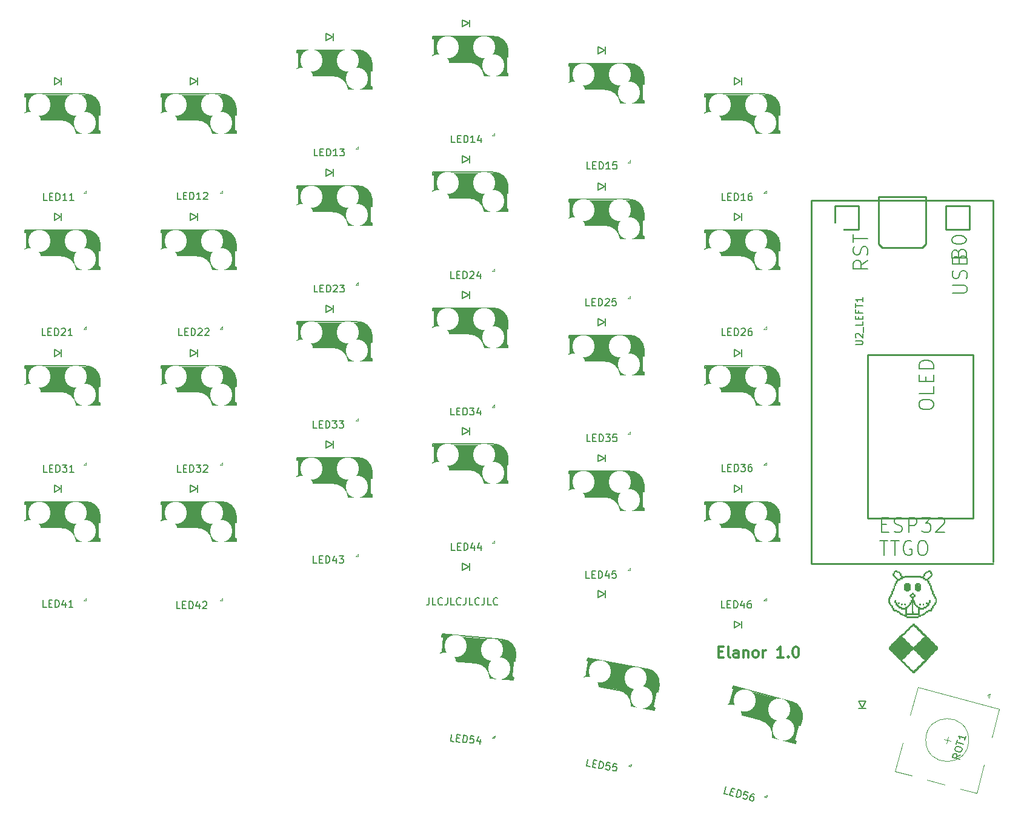
<source format=gto>
%TF.GenerationSoftware,KiCad,Pcbnew,5.1.10*%
%TF.CreationDate,2021-09-07T21:41:42+02:00*%
%TF.ProjectId,mini,6d696e69-2e6b-4696-9361-645f70636258,rev?*%
%TF.SameCoordinates,Original*%
%TF.FileFunction,Legend,Top*%
%TF.FilePolarity,Positive*%
%FSLAX46Y46*%
G04 Gerber Fmt 4.6, Leading zero omitted, Abs format (unit mm)*
G04 Created by KiCad (PCBNEW 5.1.10) date 2021-09-07 21:41:42*
%MOMM*%
%LPD*%
G01*
G04 APERTURE LIST*
%ADD10C,0.150000*%
%ADD11C,0.300000*%
%ADD12C,0.010000*%
%ADD13C,0.800000*%
%ADD14C,3.000000*%
%ADD15C,0.500000*%
%ADD16C,1.000000*%
%ADD17C,3.500000*%
%ADD18C,0.400000*%
%ADD19C,0.254000*%
%ADD20C,0.120000*%
%ADD21C,0.203200*%
%ADD22C,1.802000*%
%ADD23C,2.002000*%
%ADD24C,4.202000*%
%ADD25C,3.102000*%
%ADD26C,1.626000*%
%ADD27C,2.102000*%
%ADD28C,5.102000*%
G04 APERTURE END LIST*
D10*
X135080952Y-127652380D02*
X135080952Y-128366666D01*
X135033333Y-128509523D01*
X134938095Y-128604761D01*
X134795238Y-128652380D01*
X134700000Y-128652380D01*
X136033333Y-128652380D02*
X135557142Y-128652380D01*
X135557142Y-127652380D01*
X136938095Y-128557142D02*
X136890476Y-128604761D01*
X136747619Y-128652380D01*
X136652380Y-128652380D01*
X136509523Y-128604761D01*
X136414285Y-128509523D01*
X136366666Y-128414285D01*
X136319047Y-128223809D01*
X136319047Y-128080952D01*
X136366666Y-127890476D01*
X136414285Y-127795238D01*
X136509523Y-127700000D01*
X136652380Y-127652380D01*
X136747619Y-127652380D01*
X136890476Y-127700000D01*
X136938095Y-127747619D01*
X137652380Y-127652380D02*
X137652380Y-128366666D01*
X137604761Y-128509523D01*
X137509523Y-128604761D01*
X137366666Y-128652380D01*
X137271428Y-128652380D01*
X138604761Y-128652380D02*
X138128571Y-128652380D01*
X138128571Y-127652380D01*
X139509523Y-128557142D02*
X139461904Y-128604761D01*
X139319047Y-128652380D01*
X139223809Y-128652380D01*
X139080952Y-128604761D01*
X138985714Y-128509523D01*
X138938095Y-128414285D01*
X138890476Y-128223809D01*
X138890476Y-128080952D01*
X138938095Y-127890476D01*
X138985714Y-127795238D01*
X139080952Y-127700000D01*
X139223809Y-127652380D01*
X139319047Y-127652380D01*
X139461904Y-127700000D01*
X139509523Y-127747619D01*
X140223809Y-127652380D02*
X140223809Y-128366666D01*
X140176190Y-128509523D01*
X140080952Y-128604761D01*
X139938095Y-128652380D01*
X139842857Y-128652380D01*
X141176190Y-128652380D02*
X140700000Y-128652380D01*
X140700000Y-127652380D01*
X142080952Y-128557142D02*
X142033333Y-128604761D01*
X141890476Y-128652380D01*
X141795238Y-128652380D01*
X141652380Y-128604761D01*
X141557142Y-128509523D01*
X141509523Y-128414285D01*
X141461904Y-128223809D01*
X141461904Y-128080952D01*
X141509523Y-127890476D01*
X141557142Y-127795238D01*
X141652380Y-127700000D01*
X141795238Y-127652380D01*
X141890476Y-127652380D01*
X142033333Y-127700000D01*
X142080952Y-127747619D01*
X142795238Y-127652380D02*
X142795238Y-128366666D01*
X142747619Y-128509523D01*
X142652380Y-128604761D01*
X142509523Y-128652380D01*
X142414285Y-128652380D01*
X143747619Y-128652380D02*
X143271428Y-128652380D01*
X143271428Y-127652380D01*
X144652380Y-128557142D02*
X144604761Y-128604761D01*
X144461904Y-128652380D01*
X144366666Y-128652380D01*
X144223809Y-128604761D01*
X144128571Y-128509523D01*
X144080952Y-128414285D01*
X144033333Y-128223809D01*
X144033333Y-128080952D01*
X144080952Y-127890476D01*
X144128571Y-127795238D01*
X144223809Y-127700000D01*
X144366666Y-127652380D01*
X144461904Y-127652380D01*
X144604761Y-127700000D01*
X144652380Y-127747619D01*
D11*
X175528571Y-135192857D02*
X176028571Y-135192857D01*
X176242857Y-135978571D02*
X175528571Y-135978571D01*
X175528571Y-134478571D01*
X176242857Y-134478571D01*
X177100000Y-135978571D02*
X176957142Y-135907142D01*
X176885714Y-135764285D01*
X176885714Y-134478571D01*
X178314285Y-135978571D02*
X178314285Y-135192857D01*
X178242857Y-135050000D01*
X178100000Y-134978571D01*
X177814285Y-134978571D01*
X177671428Y-135050000D01*
X178314285Y-135907142D02*
X178171428Y-135978571D01*
X177814285Y-135978571D01*
X177671428Y-135907142D01*
X177600000Y-135764285D01*
X177600000Y-135621428D01*
X177671428Y-135478571D01*
X177814285Y-135407142D01*
X178171428Y-135407142D01*
X178314285Y-135335714D01*
X179028571Y-134978571D02*
X179028571Y-135978571D01*
X179028571Y-135121428D02*
X179100000Y-135050000D01*
X179242857Y-134978571D01*
X179457142Y-134978571D01*
X179600000Y-135050000D01*
X179671428Y-135192857D01*
X179671428Y-135978571D01*
X180600000Y-135978571D02*
X180457142Y-135907142D01*
X180385714Y-135835714D01*
X180314285Y-135692857D01*
X180314285Y-135264285D01*
X180385714Y-135121428D01*
X180457142Y-135050000D01*
X180600000Y-134978571D01*
X180814285Y-134978571D01*
X180957142Y-135050000D01*
X181028571Y-135121428D01*
X181100000Y-135264285D01*
X181100000Y-135692857D01*
X181028571Y-135835714D01*
X180957142Y-135907142D01*
X180814285Y-135978571D01*
X180600000Y-135978571D01*
X181742857Y-135978571D02*
X181742857Y-134978571D01*
X181742857Y-135264285D02*
X181814285Y-135121428D01*
X181885714Y-135050000D01*
X182028571Y-134978571D01*
X182171428Y-134978571D01*
X184600000Y-135978571D02*
X183742857Y-135978571D01*
X184171428Y-135978571D02*
X184171428Y-134478571D01*
X184028571Y-134692857D01*
X183885714Y-134835714D01*
X183742857Y-134907142D01*
X185242857Y-135835714D02*
X185314285Y-135907142D01*
X185242857Y-135978571D01*
X185171428Y-135907142D01*
X185242857Y-135835714D01*
X185242857Y-135978571D01*
X186242857Y-134478571D02*
X186385714Y-134478571D01*
X186528571Y-134550000D01*
X186600000Y-134621428D01*
X186671428Y-134764285D01*
X186742857Y-135050000D01*
X186742857Y-135407142D01*
X186671428Y-135692857D01*
X186600000Y-135835714D01*
X186528571Y-135907142D01*
X186385714Y-135978571D01*
X186242857Y-135978571D01*
X186100000Y-135907142D01*
X186028571Y-135835714D01*
X185957142Y-135692857D01*
X185885714Y-135407142D01*
X185885714Y-135050000D01*
X185957142Y-134764285D01*
X186028571Y-134621428D01*
X186100000Y-134550000D01*
X186242857Y-134478571D01*
D12*
G36*
X205021790Y-123801289D02*
G01*
X205063561Y-123817461D01*
X205075954Y-123855965D01*
X205076500Y-123877375D01*
X205089613Y-123937795D01*
X205141247Y-123956414D01*
X205155875Y-123956750D01*
X205204855Y-123962671D01*
X205228062Y-123991780D01*
X205234946Y-124061088D01*
X205235250Y-124099625D01*
X205239404Y-124188910D01*
X205256656Y-124231131D01*
X205294188Y-124242445D01*
X205298750Y-124242500D01*
X205338432Y-124251848D01*
X205357197Y-124290665D01*
X205362225Y-124375111D01*
X205362250Y-124385375D01*
X205358095Y-124474660D01*
X205340843Y-124516881D01*
X205303311Y-124528195D01*
X205298750Y-124528250D01*
X205248955Y-124546853D01*
X205235250Y-124607625D01*
X205222136Y-124668045D01*
X205170502Y-124686664D01*
X205155875Y-124687000D01*
X205095454Y-124700113D01*
X205076835Y-124751747D01*
X205076500Y-124766375D01*
X205063386Y-124826795D01*
X205011752Y-124845414D01*
X204997125Y-124845750D01*
X204934882Y-124860632D01*
X204917750Y-124909250D01*
X204899146Y-124959044D01*
X204838375Y-124972750D01*
X204791266Y-124977896D01*
X204767765Y-125004163D01*
X204759751Y-125067789D01*
X204759000Y-125131500D01*
X204761573Y-125225716D01*
X204774706Y-125272718D01*
X204806519Y-125288746D01*
X204838375Y-125290250D01*
X204885483Y-125295396D01*
X204908984Y-125321663D01*
X204916998Y-125385289D01*
X204917750Y-125449000D01*
X204920260Y-125543169D01*
X204933333Y-125590145D01*
X204965280Y-125606195D01*
X204998864Y-125607750D01*
X205047474Y-125612325D01*
X205069729Y-125637138D01*
X205073506Y-125698820D01*
X205070302Y-125758562D01*
X205060051Y-125851532D01*
X205039941Y-125896592D01*
X205002428Y-125909286D01*
X204997125Y-125909375D01*
X204957326Y-125899198D01*
X204935730Y-125858303D01*
X204924792Y-125771145D01*
X204923947Y-125758562D01*
X204914688Y-125667012D01*
X204896020Y-125622481D01*
X204858402Y-125608488D01*
X204836635Y-125607750D01*
X204788416Y-125601435D01*
X204765754Y-125571106D01*
X204759223Y-125499683D01*
X204759000Y-125467083D01*
X204754571Y-125377975D01*
X204735584Y-125334025D01*
X204693485Y-125317176D01*
X204687562Y-125316270D01*
X204633221Y-125291843D01*
X204626058Y-125234687D01*
X204626420Y-125192522D01*
X204602231Y-125171308D01*
X204538523Y-125163956D01*
X204475245Y-125163250D01*
X204380287Y-125160750D01*
X204332638Y-125147935D01*
X204316153Y-125116833D01*
X204314500Y-125083875D01*
X204308578Y-125034894D01*
X204279469Y-125011687D01*
X204210161Y-125004803D01*
X204171625Y-125004500D01*
X204083459Y-125001210D01*
X204041688Y-124985038D01*
X204029295Y-124946534D01*
X204028750Y-124925125D01*
X204023603Y-124878016D01*
X203997336Y-124854515D01*
X203933710Y-124846501D01*
X203870000Y-124845750D01*
X203774781Y-124842406D01*
X203727291Y-124828216D01*
X203711929Y-124796937D01*
X203711250Y-124782250D01*
X203709589Y-124765410D01*
X203700477Y-124751846D01*
X203677721Y-124741202D01*
X203635128Y-124733125D01*
X203566503Y-124727262D01*
X203465655Y-124723257D01*
X203326389Y-124720757D01*
X203142512Y-124719409D01*
X202907830Y-124718857D01*
X202616151Y-124718750D01*
X202600000Y-124718750D01*
X202305315Y-124718844D01*
X202067938Y-124719365D01*
X201881673Y-124720665D01*
X201740329Y-124723099D01*
X201637711Y-124727021D01*
X201567626Y-124732783D01*
X201523881Y-124740742D01*
X201500283Y-124751249D01*
X201490637Y-124764659D01*
X201488751Y-124781327D01*
X201488750Y-124782250D01*
X201480391Y-124820337D01*
X201444915Y-124839333D01*
X201366718Y-124845478D01*
X201330000Y-124845750D01*
X201235783Y-124848323D01*
X201188781Y-124861456D01*
X201172753Y-124893269D01*
X201171250Y-124925125D01*
X201165328Y-124974105D01*
X201136219Y-124997312D01*
X201066911Y-125004196D01*
X201028375Y-125004500D01*
X200940209Y-125007789D01*
X200898438Y-125023961D01*
X200886045Y-125062465D01*
X200885500Y-125083875D01*
X200880437Y-125130764D01*
X200854486Y-125154293D01*
X200791500Y-125162433D01*
X200724754Y-125163250D01*
X200630215Y-125165694D01*
X200584158Y-125177755D01*
X200571615Y-125206522D01*
X200573941Y-125234687D01*
X200565428Y-125293634D01*
X200512437Y-125316270D01*
X200467503Y-125331372D01*
X200446552Y-125371734D01*
X200441032Y-125455415D01*
X200441000Y-125467083D01*
X200437514Y-125554450D01*
X200420775Y-125595512D01*
X200381357Y-125607345D01*
X200363364Y-125607750D01*
X200315778Y-125614342D01*
X200290881Y-125645114D01*
X200279106Y-125716560D01*
X200276052Y-125758276D01*
X200261052Y-125862810D01*
X200231524Y-125912377D01*
X200217201Y-125918124D01*
X200160737Y-125914069D01*
X200145764Y-125905180D01*
X200132065Y-125862162D01*
X200124220Y-125780725D01*
X200123500Y-125745333D01*
X200127092Y-125659247D01*
X200144520Y-125619257D01*
X200185756Y-125608073D01*
X200202875Y-125607750D01*
X200249983Y-125602603D01*
X200273484Y-125576336D01*
X200281498Y-125512710D01*
X200282250Y-125449000D01*
X200284823Y-125354783D01*
X200297956Y-125307781D01*
X200329769Y-125291753D01*
X200361625Y-125290250D01*
X200408733Y-125285103D01*
X200432234Y-125258836D01*
X200440248Y-125195210D01*
X200441000Y-125131500D01*
X200438426Y-125037283D01*
X200425293Y-124990281D01*
X200393480Y-124974253D01*
X200361625Y-124972750D01*
X200299382Y-124957867D01*
X200282250Y-124909250D01*
X200263646Y-124859455D01*
X200202875Y-124845750D01*
X200142454Y-124832636D01*
X200123835Y-124781002D01*
X200123500Y-124766375D01*
X200110386Y-124705954D01*
X200058752Y-124687335D01*
X200044125Y-124687000D01*
X199983704Y-124673886D01*
X199965085Y-124622252D01*
X199964750Y-124607625D01*
X199949867Y-124545382D01*
X199901250Y-124528250D01*
X199861567Y-124518901D01*
X199842802Y-124480084D01*
X199837774Y-124395638D01*
X199837750Y-124385375D01*
X199964750Y-124385375D01*
X199968039Y-124473540D01*
X199984211Y-124515311D01*
X200022715Y-124527704D01*
X200044125Y-124528250D01*
X200104545Y-124541363D01*
X200123164Y-124592997D01*
X200123500Y-124607625D01*
X200136613Y-124668045D01*
X200188247Y-124686664D01*
X200202875Y-124687000D01*
X200263295Y-124700113D01*
X200281914Y-124751747D01*
X200282250Y-124766375D01*
X200295363Y-124826795D01*
X200346997Y-124845414D01*
X200361625Y-124845750D01*
X200423867Y-124860632D01*
X200441000Y-124909250D01*
X200447432Y-124943615D01*
X200476082Y-124962774D01*
X200540982Y-124971045D01*
X200647375Y-124972750D01*
X200759061Y-124970770D01*
X200821329Y-124961955D01*
X200848210Y-124941986D01*
X200853750Y-124909250D01*
X200872353Y-124859455D01*
X200933125Y-124845750D01*
X200982387Y-124839703D01*
X201005539Y-124810147D01*
X201012247Y-124739953D01*
X201012500Y-124705083D01*
X204187500Y-124705083D01*
X204190911Y-124792384D01*
X204207589Y-124833415D01*
X204247198Y-124845303D01*
X204266875Y-124845750D01*
X204329117Y-124860632D01*
X204346250Y-124909250D01*
X204352682Y-124943615D01*
X204381332Y-124962774D01*
X204446232Y-124971045D01*
X204552625Y-124972750D01*
X204664311Y-124970770D01*
X204726579Y-124961955D01*
X204753460Y-124941986D01*
X204759000Y-124909250D01*
X204777603Y-124859455D01*
X204838375Y-124845750D01*
X204898795Y-124832636D01*
X204917414Y-124781002D01*
X204917750Y-124766375D01*
X204930863Y-124705954D01*
X204982497Y-124687335D01*
X204997125Y-124687000D01*
X205057545Y-124673886D01*
X205076164Y-124622252D01*
X205076500Y-124607625D01*
X205089613Y-124547204D01*
X205141247Y-124528585D01*
X205155875Y-124528250D01*
X205204855Y-124522328D01*
X205228062Y-124493219D01*
X205234946Y-124423911D01*
X205235250Y-124385375D01*
X205231960Y-124297209D01*
X205215788Y-124255438D01*
X205177284Y-124243045D01*
X205155875Y-124242500D01*
X205106894Y-124236578D01*
X205083687Y-124207469D01*
X205076803Y-124138161D01*
X205076500Y-124099625D01*
X205076500Y-123956750D01*
X204933625Y-123956750D01*
X204844339Y-123960904D01*
X204802118Y-123978156D01*
X204790804Y-124015688D01*
X204790750Y-124020250D01*
X204782391Y-124058337D01*
X204746915Y-124077333D01*
X204668718Y-124083478D01*
X204632000Y-124083750D01*
X204537783Y-124086323D01*
X204490781Y-124099456D01*
X204474753Y-124131269D01*
X204473250Y-124163125D01*
X204458044Y-124225707D01*
X204411489Y-124242500D01*
X204372589Y-124253348D01*
X204351353Y-124296100D01*
X204340529Y-124386065D01*
X204340052Y-124393312D01*
X204329644Y-124486944D01*
X204308337Y-124534384D01*
X204267429Y-124552902D01*
X204258937Y-124554270D01*
X204214003Y-124569372D01*
X204193052Y-124609734D01*
X204187532Y-124693415D01*
X204187500Y-124705083D01*
X201012500Y-124705083D01*
X201008071Y-124615975D01*
X200989084Y-124572025D01*
X200946985Y-124555176D01*
X200941062Y-124554270D01*
X200896407Y-124538640D01*
X200872679Y-124496716D01*
X200861174Y-124411229D01*
X200859947Y-124393312D01*
X200849519Y-124300022D01*
X200829113Y-124254864D01*
X200791480Y-124242530D01*
X200788510Y-124242500D01*
X200739815Y-124222958D01*
X200726750Y-124163125D01*
X200721603Y-124116016D01*
X200695336Y-124092515D01*
X200631710Y-124084501D01*
X200568000Y-124083750D01*
X200472781Y-124080406D01*
X200425291Y-124066216D01*
X200409929Y-124034937D01*
X200409250Y-124020250D01*
X200399901Y-123980567D01*
X200361084Y-123961802D01*
X200276638Y-123956774D01*
X200266375Y-123956750D01*
X200123500Y-123956750D01*
X200123500Y-124099625D01*
X200120210Y-124187790D01*
X200104038Y-124229561D01*
X200065534Y-124241954D01*
X200044125Y-124242500D01*
X199995144Y-124248421D01*
X199971937Y-124277530D01*
X199965053Y-124346838D01*
X199964750Y-124385375D01*
X199837750Y-124385375D01*
X199841904Y-124296089D01*
X199859156Y-124253868D01*
X199896688Y-124242554D01*
X199901250Y-124242500D01*
X199940932Y-124233151D01*
X199959697Y-124194334D01*
X199964725Y-124109888D01*
X199964750Y-124099625D01*
X199968039Y-124011459D01*
X199984211Y-123969688D01*
X200022715Y-123957295D01*
X200044125Y-123956750D01*
X200104545Y-123943636D01*
X200123164Y-123892002D01*
X200123500Y-123877375D01*
X200129421Y-123828394D01*
X200158530Y-123805187D01*
X200227838Y-123798303D01*
X200266375Y-123798000D01*
X200354540Y-123801289D01*
X200396311Y-123817461D01*
X200408704Y-123855965D01*
X200409250Y-123877375D01*
X200414396Y-123924483D01*
X200440663Y-123947984D01*
X200504289Y-123955998D01*
X200568000Y-123956750D01*
X200663218Y-123960093D01*
X200710708Y-123974283D01*
X200726070Y-124005562D01*
X200726750Y-124020250D01*
X200749200Y-124073314D01*
X200790250Y-124083750D01*
X200840044Y-124102353D01*
X200853750Y-124163125D01*
X200866863Y-124223545D01*
X200918497Y-124242164D01*
X200933125Y-124242500D01*
X200980233Y-124247646D01*
X201003734Y-124273913D01*
X201011748Y-124337539D01*
X201012500Y-124401250D01*
X201015073Y-124495466D01*
X201028206Y-124542468D01*
X201060019Y-124558496D01*
X201091875Y-124560000D01*
X201154117Y-124574882D01*
X201171250Y-124623500D01*
X201179608Y-124661587D01*
X201215084Y-124680583D01*
X201293281Y-124686728D01*
X201330000Y-124687000D01*
X201425218Y-124683656D01*
X201472708Y-124669466D01*
X201488070Y-124638187D01*
X201488750Y-124623500D01*
X201490410Y-124606660D01*
X201499522Y-124593096D01*
X201522278Y-124582452D01*
X201564871Y-124574375D01*
X201633496Y-124568512D01*
X201734344Y-124564507D01*
X201873610Y-124562007D01*
X202057487Y-124560659D01*
X202292169Y-124560107D01*
X202583848Y-124560000D01*
X202600000Y-124560000D01*
X202894684Y-124560094D01*
X203132061Y-124560615D01*
X203318326Y-124561915D01*
X203459670Y-124564349D01*
X203562288Y-124568271D01*
X203632373Y-124574033D01*
X203676118Y-124581992D01*
X203699716Y-124592499D01*
X203709362Y-124605909D01*
X203711248Y-124622577D01*
X203711250Y-124623500D01*
X203719608Y-124661587D01*
X203755084Y-124680583D01*
X203833281Y-124686728D01*
X203870000Y-124687000D01*
X203965218Y-124683656D01*
X204012708Y-124669466D01*
X204028070Y-124638187D01*
X204028750Y-124623500D01*
X204047353Y-124573705D01*
X204108125Y-124560000D01*
X204155233Y-124554853D01*
X204178734Y-124528586D01*
X204186748Y-124464960D01*
X204187500Y-124401250D01*
X204190073Y-124307033D01*
X204203206Y-124260031D01*
X204235019Y-124244003D01*
X204266875Y-124242500D01*
X204327295Y-124229386D01*
X204345914Y-124177752D01*
X204346250Y-124163125D01*
X204361132Y-124100882D01*
X204409750Y-124083750D01*
X204462814Y-124061299D01*
X204473250Y-124020250D01*
X204481608Y-123982162D01*
X204517084Y-123963166D01*
X204595281Y-123957021D01*
X204632000Y-123956750D01*
X204726216Y-123954176D01*
X204773218Y-123941043D01*
X204789246Y-123909230D01*
X204790750Y-123877375D01*
X204796671Y-123828394D01*
X204825780Y-123805187D01*
X204895088Y-123798303D01*
X204933625Y-123798000D01*
X205021790Y-123801289D01*
G37*
X205021790Y-123801289D02*
X205063561Y-123817461D01*
X205075954Y-123855965D01*
X205076500Y-123877375D01*
X205089613Y-123937795D01*
X205141247Y-123956414D01*
X205155875Y-123956750D01*
X205204855Y-123962671D01*
X205228062Y-123991780D01*
X205234946Y-124061088D01*
X205235250Y-124099625D01*
X205239404Y-124188910D01*
X205256656Y-124231131D01*
X205294188Y-124242445D01*
X205298750Y-124242500D01*
X205338432Y-124251848D01*
X205357197Y-124290665D01*
X205362225Y-124375111D01*
X205362250Y-124385375D01*
X205358095Y-124474660D01*
X205340843Y-124516881D01*
X205303311Y-124528195D01*
X205298750Y-124528250D01*
X205248955Y-124546853D01*
X205235250Y-124607625D01*
X205222136Y-124668045D01*
X205170502Y-124686664D01*
X205155875Y-124687000D01*
X205095454Y-124700113D01*
X205076835Y-124751747D01*
X205076500Y-124766375D01*
X205063386Y-124826795D01*
X205011752Y-124845414D01*
X204997125Y-124845750D01*
X204934882Y-124860632D01*
X204917750Y-124909250D01*
X204899146Y-124959044D01*
X204838375Y-124972750D01*
X204791266Y-124977896D01*
X204767765Y-125004163D01*
X204759751Y-125067789D01*
X204759000Y-125131500D01*
X204761573Y-125225716D01*
X204774706Y-125272718D01*
X204806519Y-125288746D01*
X204838375Y-125290250D01*
X204885483Y-125295396D01*
X204908984Y-125321663D01*
X204916998Y-125385289D01*
X204917750Y-125449000D01*
X204920260Y-125543169D01*
X204933333Y-125590145D01*
X204965280Y-125606195D01*
X204998864Y-125607750D01*
X205047474Y-125612325D01*
X205069729Y-125637138D01*
X205073506Y-125698820D01*
X205070302Y-125758562D01*
X205060051Y-125851532D01*
X205039941Y-125896592D01*
X205002428Y-125909286D01*
X204997125Y-125909375D01*
X204957326Y-125899198D01*
X204935730Y-125858303D01*
X204924792Y-125771145D01*
X204923947Y-125758562D01*
X204914688Y-125667012D01*
X204896020Y-125622481D01*
X204858402Y-125608488D01*
X204836635Y-125607750D01*
X204788416Y-125601435D01*
X204765754Y-125571106D01*
X204759223Y-125499683D01*
X204759000Y-125467083D01*
X204754571Y-125377975D01*
X204735584Y-125334025D01*
X204693485Y-125317176D01*
X204687562Y-125316270D01*
X204633221Y-125291843D01*
X204626058Y-125234687D01*
X204626420Y-125192522D01*
X204602231Y-125171308D01*
X204538523Y-125163956D01*
X204475245Y-125163250D01*
X204380287Y-125160750D01*
X204332638Y-125147935D01*
X204316153Y-125116833D01*
X204314500Y-125083875D01*
X204308578Y-125034894D01*
X204279469Y-125011687D01*
X204210161Y-125004803D01*
X204171625Y-125004500D01*
X204083459Y-125001210D01*
X204041688Y-124985038D01*
X204029295Y-124946534D01*
X204028750Y-124925125D01*
X204023603Y-124878016D01*
X203997336Y-124854515D01*
X203933710Y-124846501D01*
X203870000Y-124845750D01*
X203774781Y-124842406D01*
X203727291Y-124828216D01*
X203711929Y-124796937D01*
X203711250Y-124782250D01*
X203709589Y-124765410D01*
X203700477Y-124751846D01*
X203677721Y-124741202D01*
X203635128Y-124733125D01*
X203566503Y-124727262D01*
X203465655Y-124723257D01*
X203326389Y-124720757D01*
X203142512Y-124719409D01*
X202907830Y-124718857D01*
X202616151Y-124718750D01*
X202600000Y-124718750D01*
X202305315Y-124718844D01*
X202067938Y-124719365D01*
X201881673Y-124720665D01*
X201740329Y-124723099D01*
X201637711Y-124727021D01*
X201567626Y-124732783D01*
X201523881Y-124740742D01*
X201500283Y-124751249D01*
X201490637Y-124764659D01*
X201488751Y-124781327D01*
X201488750Y-124782250D01*
X201480391Y-124820337D01*
X201444915Y-124839333D01*
X201366718Y-124845478D01*
X201330000Y-124845750D01*
X201235783Y-124848323D01*
X201188781Y-124861456D01*
X201172753Y-124893269D01*
X201171250Y-124925125D01*
X201165328Y-124974105D01*
X201136219Y-124997312D01*
X201066911Y-125004196D01*
X201028375Y-125004500D01*
X200940209Y-125007789D01*
X200898438Y-125023961D01*
X200886045Y-125062465D01*
X200885500Y-125083875D01*
X200880437Y-125130764D01*
X200854486Y-125154293D01*
X200791500Y-125162433D01*
X200724754Y-125163250D01*
X200630215Y-125165694D01*
X200584158Y-125177755D01*
X200571615Y-125206522D01*
X200573941Y-125234687D01*
X200565428Y-125293634D01*
X200512437Y-125316270D01*
X200467503Y-125331372D01*
X200446552Y-125371734D01*
X200441032Y-125455415D01*
X200441000Y-125467083D01*
X200437514Y-125554450D01*
X200420775Y-125595512D01*
X200381357Y-125607345D01*
X200363364Y-125607750D01*
X200315778Y-125614342D01*
X200290881Y-125645114D01*
X200279106Y-125716560D01*
X200276052Y-125758276D01*
X200261052Y-125862810D01*
X200231524Y-125912377D01*
X200217201Y-125918124D01*
X200160737Y-125914069D01*
X200145764Y-125905180D01*
X200132065Y-125862162D01*
X200124220Y-125780725D01*
X200123500Y-125745333D01*
X200127092Y-125659247D01*
X200144520Y-125619257D01*
X200185756Y-125608073D01*
X200202875Y-125607750D01*
X200249983Y-125602603D01*
X200273484Y-125576336D01*
X200281498Y-125512710D01*
X200282250Y-125449000D01*
X200284823Y-125354783D01*
X200297956Y-125307781D01*
X200329769Y-125291753D01*
X200361625Y-125290250D01*
X200408733Y-125285103D01*
X200432234Y-125258836D01*
X200440248Y-125195210D01*
X200441000Y-125131500D01*
X200438426Y-125037283D01*
X200425293Y-124990281D01*
X200393480Y-124974253D01*
X200361625Y-124972750D01*
X200299382Y-124957867D01*
X200282250Y-124909250D01*
X200263646Y-124859455D01*
X200202875Y-124845750D01*
X200142454Y-124832636D01*
X200123835Y-124781002D01*
X200123500Y-124766375D01*
X200110386Y-124705954D01*
X200058752Y-124687335D01*
X200044125Y-124687000D01*
X199983704Y-124673886D01*
X199965085Y-124622252D01*
X199964750Y-124607625D01*
X199949867Y-124545382D01*
X199901250Y-124528250D01*
X199861567Y-124518901D01*
X199842802Y-124480084D01*
X199837774Y-124395638D01*
X199837750Y-124385375D01*
X199964750Y-124385375D01*
X199968039Y-124473540D01*
X199984211Y-124515311D01*
X200022715Y-124527704D01*
X200044125Y-124528250D01*
X200104545Y-124541363D01*
X200123164Y-124592997D01*
X200123500Y-124607625D01*
X200136613Y-124668045D01*
X200188247Y-124686664D01*
X200202875Y-124687000D01*
X200263295Y-124700113D01*
X200281914Y-124751747D01*
X200282250Y-124766375D01*
X200295363Y-124826795D01*
X200346997Y-124845414D01*
X200361625Y-124845750D01*
X200423867Y-124860632D01*
X200441000Y-124909250D01*
X200447432Y-124943615D01*
X200476082Y-124962774D01*
X200540982Y-124971045D01*
X200647375Y-124972750D01*
X200759061Y-124970770D01*
X200821329Y-124961955D01*
X200848210Y-124941986D01*
X200853750Y-124909250D01*
X200872353Y-124859455D01*
X200933125Y-124845750D01*
X200982387Y-124839703D01*
X201005539Y-124810147D01*
X201012247Y-124739953D01*
X201012500Y-124705083D01*
X204187500Y-124705083D01*
X204190911Y-124792384D01*
X204207589Y-124833415D01*
X204247198Y-124845303D01*
X204266875Y-124845750D01*
X204329117Y-124860632D01*
X204346250Y-124909250D01*
X204352682Y-124943615D01*
X204381332Y-124962774D01*
X204446232Y-124971045D01*
X204552625Y-124972750D01*
X204664311Y-124970770D01*
X204726579Y-124961955D01*
X204753460Y-124941986D01*
X204759000Y-124909250D01*
X204777603Y-124859455D01*
X204838375Y-124845750D01*
X204898795Y-124832636D01*
X204917414Y-124781002D01*
X204917750Y-124766375D01*
X204930863Y-124705954D01*
X204982497Y-124687335D01*
X204997125Y-124687000D01*
X205057545Y-124673886D01*
X205076164Y-124622252D01*
X205076500Y-124607625D01*
X205089613Y-124547204D01*
X205141247Y-124528585D01*
X205155875Y-124528250D01*
X205204855Y-124522328D01*
X205228062Y-124493219D01*
X205234946Y-124423911D01*
X205235250Y-124385375D01*
X205231960Y-124297209D01*
X205215788Y-124255438D01*
X205177284Y-124243045D01*
X205155875Y-124242500D01*
X205106894Y-124236578D01*
X205083687Y-124207469D01*
X205076803Y-124138161D01*
X205076500Y-124099625D01*
X205076500Y-123956750D01*
X204933625Y-123956750D01*
X204844339Y-123960904D01*
X204802118Y-123978156D01*
X204790804Y-124015688D01*
X204790750Y-124020250D01*
X204782391Y-124058337D01*
X204746915Y-124077333D01*
X204668718Y-124083478D01*
X204632000Y-124083750D01*
X204537783Y-124086323D01*
X204490781Y-124099456D01*
X204474753Y-124131269D01*
X204473250Y-124163125D01*
X204458044Y-124225707D01*
X204411489Y-124242500D01*
X204372589Y-124253348D01*
X204351353Y-124296100D01*
X204340529Y-124386065D01*
X204340052Y-124393312D01*
X204329644Y-124486944D01*
X204308337Y-124534384D01*
X204267429Y-124552902D01*
X204258937Y-124554270D01*
X204214003Y-124569372D01*
X204193052Y-124609734D01*
X204187532Y-124693415D01*
X204187500Y-124705083D01*
X201012500Y-124705083D01*
X201008071Y-124615975D01*
X200989084Y-124572025D01*
X200946985Y-124555176D01*
X200941062Y-124554270D01*
X200896407Y-124538640D01*
X200872679Y-124496716D01*
X200861174Y-124411229D01*
X200859947Y-124393312D01*
X200849519Y-124300022D01*
X200829113Y-124254864D01*
X200791480Y-124242530D01*
X200788510Y-124242500D01*
X200739815Y-124222958D01*
X200726750Y-124163125D01*
X200721603Y-124116016D01*
X200695336Y-124092515D01*
X200631710Y-124084501D01*
X200568000Y-124083750D01*
X200472781Y-124080406D01*
X200425291Y-124066216D01*
X200409929Y-124034937D01*
X200409250Y-124020250D01*
X200399901Y-123980567D01*
X200361084Y-123961802D01*
X200276638Y-123956774D01*
X200266375Y-123956750D01*
X200123500Y-123956750D01*
X200123500Y-124099625D01*
X200120210Y-124187790D01*
X200104038Y-124229561D01*
X200065534Y-124241954D01*
X200044125Y-124242500D01*
X199995144Y-124248421D01*
X199971937Y-124277530D01*
X199965053Y-124346838D01*
X199964750Y-124385375D01*
X199837750Y-124385375D01*
X199841904Y-124296089D01*
X199859156Y-124253868D01*
X199896688Y-124242554D01*
X199901250Y-124242500D01*
X199940932Y-124233151D01*
X199959697Y-124194334D01*
X199964725Y-124109888D01*
X199964750Y-124099625D01*
X199968039Y-124011459D01*
X199984211Y-123969688D01*
X200022715Y-123957295D01*
X200044125Y-123956750D01*
X200104545Y-123943636D01*
X200123164Y-123892002D01*
X200123500Y-123877375D01*
X200129421Y-123828394D01*
X200158530Y-123805187D01*
X200227838Y-123798303D01*
X200266375Y-123798000D01*
X200354540Y-123801289D01*
X200396311Y-123817461D01*
X200408704Y-123855965D01*
X200409250Y-123877375D01*
X200414396Y-123924483D01*
X200440663Y-123947984D01*
X200504289Y-123955998D01*
X200568000Y-123956750D01*
X200663218Y-123960093D01*
X200710708Y-123974283D01*
X200726070Y-124005562D01*
X200726750Y-124020250D01*
X200749200Y-124073314D01*
X200790250Y-124083750D01*
X200840044Y-124102353D01*
X200853750Y-124163125D01*
X200866863Y-124223545D01*
X200918497Y-124242164D01*
X200933125Y-124242500D01*
X200980233Y-124247646D01*
X201003734Y-124273913D01*
X201011748Y-124337539D01*
X201012500Y-124401250D01*
X201015073Y-124495466D01*
X201028206Y-124542468D01*
X201060019Y-124558496D01*
X201091875Y-124560000D01*
X201154117Y-124574882D01*
X201171250Y-124623500D01*
X201179608Y-124661587D01*
X201215084Y-124680583D01*
X201293281Y-124686728D01*
X201330000Y-124687000D01*
X201425218Y-124683656D01*
X201472708Y-124669466D01*
X201488070Y-124638187D01*
X201488750Y-124623500D01*
X201490410Y-124606660D01*
X201499522Y-124593096D01*
X201522278Y-124582452D01*
X201564871Y-124574375D01*
X201633496Y-124568512D01*
X201734344Y-124564507D01*
X201873610Y-124562007D01*
X202057487Y-124560659D01*
X202292169Y-124560107D01*
X202583848Y-124560000D01*
X202600000Y-124560000D01*
X202894684Y-124560094D01*
X203132061Y-124560615D01*
X203318326Y-124561915D01*
X203459670Y-124564349D01*
X203562288Y-124568271D01*
X203632373Y-124574033D01*
X203676118Y-124581992D01*
X203699716Y-124592499D01*
X203709362Y-124605909D01*
X203711248Y-124622577D01*
X203711250Y-124623500D01*
X203719608Y-124661587D01*
X203755084Y-124680583D01*
X203833281Y-124686728D01*
X203870000Y-124687000D01*
X203965218Y-124683656D01*
X204012708Y-124669466D01*
X204028070Y-124638187D01*
X204028750Y-124623500D01*
X204047353Y-124573705D01*
X204108125Y-124560000D01*
X204155233Y-124554853D01*
X204178734Y-124528586D01*
X204186748Y-124464960D01*
X204187500Y-124401250D01*
X204190073Y-124307033D01*
X204203206Y-124260031D01*
X204235019Y-124244003D01*
X204266875Y-124242500D01*
X204327295Y-124229386D01*
X204345914Y-124177752D01*
X204346250Y-124163125D01*
X204361132Y-124100882D01*
X204409750Y-124083750D01*
X204462814Y-124061299D01*
X204473250Y-124020250D01*
X204481608Y-123982162D01*
X204517084Y-123963166D01*
X204595281Y-123957021D01*
X204632000Y-123956750D01*
X204726216Y-123954176D01*
X204773218Y-123941043D01*
X204789246Y-123909230D01*
X204790750Y-123877375D01*
X204796671Y-123828394D01*
X204825780Y-123805187D01*
X204895088Y-123798303D01*
X204933625Y-123798000D01*
X205021790Y-123801289D01*
G36*
X203467245Y-125576989D02*
G01*
X203538243Y-125582929D01*
X203572494Y-125598278D01*
X203583374Y-125627495D01*
X203584250Y-125655375D01*
X203597363Y-125715795D01*
X203648997Y-125734414D01*
X203663625Y-125734750D01*
X203743000Y-125734750D01*
X203743000Y-126496750D01*
X203663625Y-126496750D01*
X203603204Y-126509863D01*
X203584585Y-126561497D01*
X203584250Y-126576125D01*
X203581282Y-126616498D01*
X203563462Y-126640164D01*
X203517414Y-126651581D01*
X203429762Y-126655208D01*
X203346125Y-126655500D01*
X203225004Y-126654510D01*
X203154006Y-126648570D01*
X203119755Y-126633221D01*
X203108875Y-126604004D01*
X203108000Y-126576125D01*
X203094886Y-126515704D01*
X203043252Y-126497085D01*
X203028625Y-126496750D01*
X202949250Y-126496750D01*
X202949250Y-125972875D01*
X203266750Y-125972875D01*
X203279863Y-126033295D01*
X203331497Y-126051914D01*
X203346125Y-126052250D01*
X203406545Y-126039136D01*
X203425164Y-125987502D01*
X203425500Y-125972875D01*
X203438613Y-125912454D01*
X203490247Y-125893835D01*
X203504875Y-125893500D01*
X203565295Y-125880386D01*
X203583914Y-125828752D01*
X203584250Y-125814125D01*
X203571136Y-125753704D01*
X203519502Y-125735085D01*
X203504875Y-125734750D01*
X203444454Y-125747863D01*
X203425835Y-125799497D01*
X203425500Y-125814125D01*
X203412386Y-125874545D01*
X203360752Y-125893164D01*
X203346125Y-125893500D01*
X203285704Y-125906613D01*
X203267085Y-125958247D01*
X203266750Y-125972875D01*
X202949250Y-125972875D01*
X202949250Y-125734750D01*
X203028625Y-125734750D01*
X203089045Y-125721636D01*
X203107664Y-125670002D01*
X203108000Y-125655375D01*
X203110967Y-125615001D01*
X203128787Y-125591335D01*
X203174835Y-125579918D01*
X203262487Y-125576291D01*
X203346125Y-125576000D01*
X203467245Y-125576989D01*
G37*
X203467245Y-125576989D02*
X203538243Y-125582929D01*
X203572494Y-125598278D01*
X203583374Y-125627495D01*
X203584250Y-125655375D01*
X203597363Y-125715795D01*
X203648997Y-125734414D01*
X203663625Y-125734750D01*
X203743000Y-125734750D01*
X203743000Y-126496750D01*
X203663625Y-126496750D01*
X203603204Y-126509863D01*
X203584585Y-126561497D01*
X203584250Y-126576125D01*
X203581282Y-126616498D01*
X203563462Y-126640164D01*
X203517414Y-126651581D01*
X203429762Y-126655208D01*
X203346125Y-126655500D01*
X203225004Y-126654510D01*
X203154006Y-126648570D01*
X203119755Y-126633221D01*
X203108875Y-126604004D01*
X203108000Y-126576125D01*
X203094886Y-126515704D01*
X203043252Y-126497085D01*
X203028625Y-126496750D01*
X202949250Y-126496750D01*
X202949250Y-125972875D01*
X203266750Y-125972875D01*
X203279863Y-126033295D01*
X203331497Y-126051914D01*
X203346125Y-126052250D01*
X203406545Y-126039136D01*
X203425164Y-125987502D01*
X203425500Y-125972875D01*
X203438613Y-125912454D01*
X203490247Y-125893835D01*
X203504875Y-125893500D01*
X203565295Y-125880386D01*
X203583914Y-125828752D01*
X203584250Y-125814125D01*
X203571136Y-125753704D01*
X203519502Y-125735085D01*
X203504875Y-125734750D01*
X203444454Y-125747863D01*
X203425835Y-125799497D01*
X203425500Y-125814125D01*
X203412386Y-125874545D01*
X203360752Y-125893164D01*
X203346125Y-125893500D01*
X203285704Y-125906613D01*
X203267085Y-125958247D01*
X203266750Y-125972875D01*
X202949250Y-125972875D01*
X202949250Y-125734750D01*
X203028625Y-125734750D01*
X203089045Y-125721636D01*
X203107664Y-125670002D01*
X203108000Y-125655375D01*
X203110967Y-125615001D01*
X203128787Y-125591335D01*
X203174835Y-125579918D01*
X203262487Y-125576291D01*
X203346125Y-125576000D01*
X203467245Y-125576989D01*
G36*
X201974995Y-125576989D02*
G01*
X202045993Y-125582929D01*
X202080244Y-125598278D01*
X202091124Y-125627495D01*
X202092000Y-125655375D01*
X202105113Y-125715795D01*
X202156747Y-125734414D01*
X202171375Y-125734750D01*
X202250750Y-125734750D01*
X202250750Y-126496750D01*
X202171375Y-126496750D01*
X202110954Y-126509863D01*
X202092335Y-126561497D01*
X202092000Y-126576125D01*
X202089032Y-126616498D01*
X202071212Y-126640164D01*
X202025164Y-126651581D01*
X201937512Y-126655208D01*
X201853875Y-126655500D01*
X201732754Y-126654510D01*
X201661756Y-126648570D01*
X201627505Y-126633221D01*
X201616625Y-126604004D01*
X201615750Y-126576125D01*
X201602636Y-126515704D01*
X201551002Y-126497085D01*
X201536375Y-126496750D01*
X201457000Y-126496750D01*
X201457000Y-125972875D01*
X201774500Y-125972875D01*
X201787613Y-126033295D01*
X201839247Y-126051914D01*
X201853875Y-126052250D01*
X201914295Y-126039136D01*
X201932914Y-125987502D01*
X201933250Y-125972875D01*
X201946363Y-125912454D01*
X201997997Y-125893835D01*
X202012625Y-125893500D01*
X202072518Y-125880830D01*
X202091502Y-125830343D01*
X202092000Y-125812016D01*
X202082849Y-125753960D01*
X202042237Y-125737948D01*
X202004687Y-125740578D01*
X201932893Y-125766886D01*
X201907229Y-125822062D01*
X201875778Y-125881786D01*
X201835791Y-125893500D01*
X201787390Y-125913312D01*
X201774500Y-125972875D01*
X201457000Y-125972875D01*
X201457000Y-125734750D01*
X201536375Y-125734750D01*
X201596795Y-125721636D01*
X201615414Y-125670002D01*
X201615750Y-125655375D01*
X201618717Y-125615001D01*
X201636537Y-125591335D01*
X201682585Y-125579918D01*
X201770237Y-125576291D01*
X201853875Y-125576000D01*
X201974995Y-125576989D01*
G37*
X201974995Y-125576989D02*
X202045993Y-125582929D01*
X202080244Y-125598278D01*
X202091124Y-125627495D01*
X202092000Y-125655375D01*
X202105113Y-125715795D01*
X202156747Y-125734414D01*
X202171375Y-125734750D01*
X202250750Y-125734750D01*
X202250750Y-126496750D01*
X202171375Y-126496750D01*
X202110954Y-126509863D01*
X202092335Y-126561497D01*
X202092000Y-126576125D01*
X202089032Y-126616498D01*
X202071212Y-126640164D01*
X202025164Y-126651581D01*
X201937512Y-126655208D01*
X201853875Y-126655500D01*
X201732754Y-126654510D01*
X201661756Y-126648570D01*
X201627505Y-126633221D01*
X201616625Y-126604004D01*
X201615750Y-126576125D01*
X201602636Y-126515704D01*
X201551002Y-126497085D01*
X201536375Y-126496750D01*
X201457000Y-126496750D01*
X201457000Y-125972875D01*
X201774500Y-125972875D01*
X201787613Y-126033295D01*
X201839247Y-126051914D01*
X201853875Y-126052250D01*
X201914295Y-126039136D01*
X201932914Y-125987502D01*
X201933250Y-125972875D01*
X201946363Y-125912454D01*
X201997997Y-125893835D01*
X202012625Y-125893500D01*
X202072518Y-125880830D01*
X202091502Y-125830343D01*
X202092000Y-125812016D01*
X202082849Y-125753960D01*
X202042237Y-125737948D01*
X202004687Y-125740578D01*
X201932893Y-125766886D01*
X201907229Y-125822062D01*
X201875778Y-125881786D01*
X201835791Y-125893500D01*
X201787390Y-125913312D01*
X201774500Y-125972875D01*
X201457000Y-125972875D01*
X201457000Y-125734750D01*
X201536375Y-125734750D01*
X201596795Y-125721636D01*
X201615414Y-125670002D01*
X201615750Y-125655375D01*
X201618717Y-125615001D01*
X201636537Y-125591335D01*
X201682585Y-125579918D01*
X201770237Y-125576291D01*
X201853875Y-125576000D01*
X201974995Y-125576989D01*
G36*
X202668072Y-126949792D02*
G01*
X202692975Y-126986107D01*
X202695250Y-127020625D01*
X202708363Y-127081045D01*
X202759997Y-127099664D01*
X202774625Y-127100000D01*
X202836867Y-127114882D01*
X202854000Y-127163500D01*
X202876450Y-127216564D01*
X202917500Y-127227000D01*
X202963980Y-127241968D01*
X202980344Y-127297662D01*
X202981000Y-127322250D01*
X202972457Y-127390322D01*
X202936142Y-127415225D01*
X202901625Y-127417500D01*
X202841204Y-127404386D01*
X202822585Y-127352752D01*
X202822250Y-127338125D01*
X202807367Y-127275882D01*
X202758750Y-127258750D01*
X202708955Y-127240146D01*
X202695250Y-127179375D01*
X202684998Y-127122647D01*
X202641420Y-127101895D01*
X202600000Y-127100000D01*
X202531927Y-127108542D01*
X202507024Y-127144857D01*
X202504750Y-127179375D01*
X202489867Y-127241617D01*
X202441250Y-127258750D01*
X202391455Y-127277353D01*
X202377750Y-127338125D01*
X202364636Y-127398545D01*
X202313002Y-127417164D01*
X202298375Y-127417500D01*
X202241647Y-127407248D01*
X202220895Y-127363670D01*
X202219000Y-127322250D01*
X202228978Y-127252529D01*
X202266108Y-127227982D01*
X202282500Y-127227000D01*
X202335564Y-127204549D01*
X202346000Y-127163500D01*
X202364603Y-127113705D01*
X202425375Y-127100000D01*
X202485795Y-127086886D01*
X202504414Y-127035252D01*
X202504750Y-127020625D01*
X202515001Y-126963897D01*
X202558579Y-126943145D01*
X202600000Y-126941250D01*
X202668072Y-126949792D01*
G37*
X202668072Y-126949792D02*
X202692975Y-126986107D01*
X202695250Y-127020625D01*
X202708363Y-127081045D01*
X202759997Y-127099664D01*
X202774625Y-127100000D01*
X202836867Y-127114882D01*
X202854000Y-127163500D01*
X202876450Y-127216564D01*
X202917500Y-127227000D01*
X202963980Y-127241968D01*
X202980344Y-127297662D01*
X202981000Y-127322250D01*
X202972457Y-127390322D01*
X202936142Y-127415225D01*
X202901625Y-127417500D01*
X202841204Y-127404386D01*
X202822585Y-127352752D01*
X202822250Y-127338125D01*
X202807367Y-127275882D01*
X202758750Y-127258750D01*
X202708955Y-127240146D01*
X202695250Y-127179375D01*
X202684998Y-127122647D01*
X202641420Y-127101895D01*
X202600000Y-127100000D01*
X202531927Y-127108542D01*
X202507024Y-127144857D01*
X202504750Y-127179375D01*
X202489867Y-127241617D01*
X202441250Y-127258750D01*
X202391455Y-127277353D01*
X202377750Y-127338125D01*
X202364636Y-127398545D01*
X202313002Y-127417164D01*
X202298375Y-127417500D01*
X202241647Y-127407248D01*
X202220895Y-127363670D01*
X202219000Y-127322250D01*
X202228978Y-127252529D01*
X202266108Y-127227982D01*
X202282500Y-127227000D01*
X202335564Y-127204549D01*
X202346000Y-127163500D01*
X202364603Y-127113705D01*
X202425375Y-127100000D01*
X202485795Y-127086886D01*
X202504414Y-127035252D01*
X202504750Y-127020625D01*
X202515001Y-126963897D01*
X202558579Y-126943145D01*
X202600000Y-126941250D01*
X202668072Y-126949792D01*
G36*
X204609352Y-128285001D02*
G01*
X204630104Y-128328579D01*
X204632000Y-128370000D01*
X204623457Y-128438072D01*
X204587142Y-128462975D01*
X204552625Y-128465250D01*
X204495897Y-128454998D01*
X204475145Y-128411420D01*
X204473250Y-128370000D01*
X204481792Y-128301927D01*
X204518107Y-128277024D01*
X204552625Y-128274750D01*
X204609352Y-128285001D01*
G37*
X204609352Y-128285001D02*
X204630104Y-128328579D01*
X204632000Y-128370000D01*
X204623457Y-128438072D01*
X204587142Y-128462975D01*
X204552625Y-128465250D01*
X204495897Y-128454998D01*
X204475145Y-128411420D01*
X204473250Y-128370000D01*
X204481792Y-128301927D01*
X204518107Y-128277024D01*
X204552625Y-128274750D01*
X204609352Y-128285001D01*
G36*
X200704102Y-128285001D02*
G01*
X200724854Y-128328579D01*
X200726750Y-128370000D01*
X200718207Y-128438072D01*
X200681892Y-128462975D01*
X200647375Y-128465250D01*
X200590647Y-128454998D01*
X200569895Y-128411420D01*
X200568000Y-128370000D01*
X200576542Y-128301927D01*
X200612857Y-128277024D01*
X200647375Y-128274750D01*
X200704102Y-128285001D01*
G37*
X200704102Y-128285001D02*
X200724854Y-128328579D01*
X200726750Y-128370000D01*
X200718207Y-128438072D01*
X200681892Y-128462975D01*
X200647375Y-128465250D01*
X200590647Y-128454998D01*
X200569895Y-128411420D01*
X200568000Y-128370000D01*
X200576542Y-128301927D01*
X200612857Y-128277024D01*
X200647375Y-128274750D01*
X200704102Y-128285001D01*
G36*
X204164852Y-128443751D02*
G01*
X204185604Y-128487329D01*
X204187500Y-128528750D01*
X204178957Y-128596822D01*
X204142642Y-128621725D01*
X204108125Y-128624000D01*
X204051397Y-128613748D01*
X204030645Y-128570170D01*
X204028750Y-128528750D01*
X204037292Y-128460677D01*
X204073607Y-128435774D01*
X204108125Y-128433500D01*
X204164852Y-128443751D01*
G37*
X204164852Y-128443751D02*
X204185604Y-128487329D01*
X204187500Y-128528750D01*
X204178957Y-128596822D01*
X204142642Y-128621725D01*
X204108125Y-128624000D01*
X204051397Y-128613748D01*
X204030645Y-128570170D01*
X204028750Y-128528750D01*
X204037292Y-128460677D01*
X204073607Y-128435774D01*
X204108125Y-128433500D01*
X204164852Y-128443751D01*
G36*
X203715215Y-128441367D02*
G01*
X203740081Y-128478477D01*
X203743000Y-128528750D01*
X203735132Y-128596215D01*
X203698022Y-128621081D01*
X203647750Y-128624000D01*
X203580284Y-128616132D01*
X203555418Y-128579022D01*
X203552500Y-128528750D01*
X203560367Y-128461284D01*
X203597477Y-128436418D01*
X203647750Y-128433500D01*
X203715215Y-128441367D01*
G37*
X203715215Y-128441367D02*
X203740081Y-128478477D01*
X203743000Y-128528750D01*
X203735132Y-128596215D01*
X203698022Y-128621081D01*
X203647750Y-128624000D01*
X203580284Y-128616132D01*
X203555418Y-128579022D01*
X203552500Y-128528750D01*
X203560367Y-128461284D01*
X203597477Y-128436418D01*
X203647750Y-128433500D01*
X203715215Y-128441367D01*
G36*
X201619715Y-128441367D02*
G01*
X201644581Y-128478477D01*
X201647500Y-128528750D01*
X201639632Y-128596215D01*
X201602522Y-128621081D01*
X201552250Y-128624000D01*
X201484784Y-128616132D01*
X201459918Y-128579022D01*
X201457000Y-128528750D01*
X201464867Y-128461284D01*
X201501977Y-128436418D01*
X201552250Y-128433500D01*
X201619715Y-128441367D01*
G37*
X201619715Y-128441367D02*
X201644581Y-128478477D01*
X201647500Y-128528750D01*
X201639632Y-128596215D01*
X201602522Y-128621081D01*
X201552250Y-128624000D01*
X201484784Y-128616132D01*
X201459918Y-128579022D01*
X201457000Y-128528750D01*
X201464867Y-128461284D01*
X201501977Y-128436418D01*
X201552250Y-128433500D01*
X201619715Y-128441367D01*
G36*
X201148602Y-128443751D02*
G01*
X201169354Y-128487329D01*
X201171250Y-128528750D01*
X201162707Y-128596822D01*
X201126392Y-128621725D01*
X201091875Y-128624000D01*
X201035147Y-128613748D01*
X201014395Y-128570170D01*
X201012500Y-128528750D01*
X201021042Y-128460677D01*
X201057357Y-128435774D01*
X201091875Y-128433500D01*
X201148602Y-128443751D01*
G37*
X201148602Y-128443751D02*
X201169354Y-128487329D01*
X201171250Y-128528750D01*
X201162707Y-128596822D01*
X201126392Y-128621725D01*
X201091875Y-128624000D01*
X201035147Y-128613748D01*
X201014395Y-128570170D01*
X201012500Y-128528750D01*
X201021042Y-128460677D01*
X201057357Y-128435774D01*
X201091875Y-128433500D01*
X201148602Y-128443751D01*
G36*
X202721750Y-127434874D02*
G01*
X202793186Y-127441713D01*
X202827466Y-127457400D01*
X202837751Y-127485444D01*
X202838125Y-127496875D01*
X202812184Y-127553653D01*
X202766687Y-127570520D01*
X202727916Y-127581518D01*
X202706434Y-127610612D01*
X202697220Y-127672874D01*
X202695250Y-127783371D01*
X202695250Y-127784833D01*
X202696677Y-127895037D01*
X202704698Y-127956170D01*
X202724918Y-127982652D01*
X202762945Y-127988906D01*
X202774625Y-127989000D01*
X202822065Y-127994278D01*
X202845522Y-128021031D01*
X202853341Y-128085638D01*
X202854000Y-128144777D01*
X202856677Y-128237112D01*
X202869013Y-128280178D01*
X202897465Y-128288126D01*
X202917500Y-128283949D01*
X202954846Y-128280512D01*
X202973785Y-128304933D01*
X202980404Y-128371194D01*
X202981000Y-128429796D01*
X202983438Y-128525387D01*
X202995989Y-128573586D01*
X203026503Y-128590463D01*
X203060375Y-128592250D01*
X203120795Y-128605363D01*
X203139414Y-128656997D01*
X203139750Y-128671625D01*
X203152863Y-128732045D01*
X203204497Y-128750664D01*
X203219125Y-128751000D01*
X203281367Y-128765882D01*
X203298500Y-128814500D01*
X203307848Y-128854182D01*
X203346665Y-128872947D01*
X203431111Y-128877975D01*
X203441375Y-128878000D01*
X203529540Y-128881289D01*
X203571311Y-128897461D01*
X203583704Y-128935965D01*
X203584250Y-128957375D01*
X203586552Y-128995065D01*
X203601636Y-129018414D01*
X203641769Y-129030855D01*
X203719217Y-129035821D01*
X203846249Y-129036747D01*
X203867791Y-129036750D01*
X204002859Y-129035807D01*
X204087122Y-129030924D01*
X204133269Y-129019011D01*
X204153990Y-128996984D01*
X204161479Y-128965312D01*
X204177109Y-128920657D01*
X204219033Y-128896929D01*
X204304520Y-128885424D01*
X204322437Y-128884197D01*
X204415727Y-128873769D01*
X204460885Y-128853363D01*
X204473219Y-128815730D01*
X204473250Y-128812760D01*
X204492791Y-128764065D01*
X204552625Y-128751000D01*
X204613045Y-128737886D01*
X204631664Y-128686252D01*
X204632000Y-128671625D01*
X204647205Y-128609042D01*
X204693760Y-128592250D01*
X204732660Y-128581401D01*
X204753896Y-128538649D01*
X204764720Y-128448684D01*
X204765197Y-128441437D01*
X204774643Y-128349775D01*
X204793303Y-128305653D01*
X204829907Y-128293113D01*
X204846312Y-128293145D01*
X204889361Y-128288188D01*
X204910508Y-128258658D01*
X204917332Y-128188555D01*
X204917750Y-128142333D01*
X204920036Y-128050413D01*
X204933793Y-128005325D01*
X204969369Y-127990409D01*
X205013000Y-127989000D01*
X205069385Y-127992468D01*
X205097503Y-128013793D01*
X205107180Y-128069355D01*
X205108250Y-128147750D01*
X205105676Y-128241966D01*
X205092543Y-128288968D01*
X205060730Y-128304996D01*
X205028875Y-128306500D01*
X204981766Y-128311646D01*
X204958265Y-128337913D01*
X204950251Y-128401539D01*
X204949500Y-128465250D01*
X204946926Y-128559466D01*
X204933793Y-128606468D01*
X204901980Y-128622496D01*
X204870125Y-128624000D01*
X204809704Y-128637113D01*
X204791085Y-128688747D01*
X204790750Y-128703375D01*
X204777636Y-128763795D01*
X204726002Y-128782414D01*
X204711375Y-128782750D01*
X204649132Y-128797632D01*
X204632000Y-128846250D01*
X204609549Y-128899314D01*
X204568500Y-128909750D01*
X204518705Y-128928353D01*
X204505000Y-128989125D01*
X204499853Y-129036233D01*
X204473586Y-129059734D01*
X204409960Y-129067748D01*
X204346250Y-129068500D01*
X204252033Y-129071073D01*
X204205031Y-129084206D01*
X204189003Y-129116019D01*
X204187500Y-129147875D01*
X204185405Y-129184646D01*
X204171192Y-129207837D01*
X204132965Y-129220578D01*
X204058831Y-129225999D01*
X203936895Y-129227229D01*
X203885875Y-129227250D01*
X203584250Y-129227250D01*
X203584250Y-129957500D01*
X201615750Y-129957500D01*
X201615750Y-129434632D01*
X201774500Y-129434632D01*
X201774500Y-129832515D01*
X202147562Y-129823570D01*
X202520625Y-129814625D01*
X202529137Y-129060562D01*
X202537649Y-128306500D01*
X202663500Y-128306500D01*
X202663500Y-129047333D01*
X202664370Y-129258110D01*
X202666813Y-129447375D01*
X202670574Y-129605989D01*
X202675399Y-129724814D01*
X202681034Y-129794712D01*
X202684666Y-129809333D01*
X202723128Y-129817773D01*
X202811451Y-129824616D01*
X202936000Y-129829102D01*
X203065666Y-129830500D01*
X203425500Y-129830500D01*
X203425500Y-129433625D01*
X203424921Y-129268921D01*
X203422086Y-129157399D01*
X203415343Y-129088743D01*
X203403042Y-129052638D01*
X203383533Y-129038768D01*
X203362000Y-129036750D01*
X203308935Y-129014299D01*
X203298500Y-128973250D01*
X203279896Y-128923455D01*
X203219125Y-128909750D01*
X203158704Y-128896636D01*
X203140085Y-128845002D01*
X203139750Y-128830375D01*
X203126636Y-128769954D01*
X203075002Y-128751335D01*
X203060375Y-128751000D01*
X202999954Y-128737886D01*
X202981335Y-128686252D01*
X202981000Y-128671625D01*
X202967886Y-128611204D01*
X202916252Y-128592585D01*
X202901625Y-128592250D01*
X202852644Y-128586328D01*
X202829437Y-128557219D01*
X202822553Y-128487911D01*
X202822250Y-128449375D01*
X202818960Y-128361209D01*
X202802788Y-128319438D01*
X202764284Y-128307045D01*
X202742875Y-128306500D01*
X202663500Y-128306500D01*
X202537649Y-128306500D01*
X202457699Y-128306500D01*
X202408375Y-128312338D01*
X202385005Y-128341204D01*
X202378063Y-128410125D01*
X202377750Y-128449375D01*
X202374460Y-128537540D01*
X202358288Y-128579311D01*
X202319784Y-128591704D01*
X202298375Y-128592250D01*
X202237954Y-128605363D01*
X202219335Y-128656997D01*
X202219000Y-128671625D01*
X202205886Y-128732045D01*
X202154252Y-128750664D01*
X202139625Y-128751000D01*
X202079204Y-128764113D01*
X202060585Y-128815747D01*
X202060250Y-128830375D01*
X202047136Y-128890795D01*
X201995502Y-128909414D01*
X201980875Y-128909750D01*
X201918632Y-128924632D01*
X201901500Y-128973250D01*
X201879049Y-129026314D01*
X201838000Y-129036750D01*
X201811675Y-129040357D01*
X201793840Y-129058047D01*
X201782850Y-129100122D01*
X201777061Y-129176886D01*
X201774829Y-129298640D01*
X201774500Y-129434632D01*
X201615750Y-129434632D01*
X201615750Y-129227250D01*
X201314125Y-129227250D01*
X201174392Y-129226698D01*
X201086266Y-129222958D01*
X201037851Y-129212898D01*
X201017252Y-129193389D01*
X201012576Y-129161301D01*
X201012500Y-129147875D01*
X201007353Y-129100766D01*
X200981086Y-129077265D01*
X200917460Y-129069251D01*
X200853750Y-129068500D01*
X200759533Y-129065926D01*
X200712531Y-129052793D01*
X200696503Y-129020980D01*
X200695000Y-128989125D01*
X200680117Y-128926882D01*
X200631500Y-128909750D01*
X200578435Y-128887299D01*
X200568000Y-128846250D01*
X200549396Y-128796455D01*
X200488625Y-128782750D01*
X200428204Y-128769636D01*
X200409585Y-128718002D01*
X200409250Y-128703375D01*
X200396136Y-128642954D01*
X200344502Y-128624335D01*
X200329875Y-128624000D01*
X200282766Y-128618853D01*
X200259265Y-128592586D01*
X200251251Y-128528960D01*
X200250500Y-128465250D01*
X200247926Y-128371033D01*
X200234793Y-128324031D01*
X200202980Y-128308003D01*
X200171125Y-128306500D01*
X200124016Y-128301353D01*
X200100515Y-128275086D01*
X200092501Y-128211460D01*
X200091750Y-128147750D01*
X200093830Y-128053773D01*
X200106626Y-128006911D01*
X200139963Y-127990782D01*
X200187000Y-127989000D01*
X200244099Y-127992680D01*
X200272108Y-128014826D01*
X200281374Y-128072097D01*
X200282250Y-128142333D01*
X200285267Y-128234627D01*
X200299373Y-128279519D01*
X200332145Y-128293009D01*
X200353687Y-128293145D01*
X200397647Y-128299118D01*
X200420950Y-128331713D01*
X200432326Y-128406886D01*
X200434802Y-128441437D01*
X200445230Y-128534727D01*
X200465636Y-128579885D01*
X200503269Y-128592219D01*
X200506239Y-128592250D01*
X200554934Y-128611791D01*
X200568000Y-128671625D01*
X200581113Y-128732045D01*
X200632747Y-128750664D01*
X200647375Y-128751000D01*
X200709957Y-128766205D01*
X200726750Y-128812760D01*
X200737598Y-128851660D01*
X200780350Y-128872896D01*
X200870315Y-128883720D01*
X200877562Y-128884197D01*
X200971194Y-128894605D01*
X201018634Y-128915912D01*
X201037152Y-128956820D01*
X201038520Y-128965312D01*
X201047088Y-128999308D01*
X201069463Y-129020363D01*
X201118334Y-129031564D01*
X201206392Y-129035996D01*
X201332208Y-129036750D01*
X201466847Y-129036105D01*
X201550252Y-129031882D01*
X201594692Y-129020647D01*
X201612432Y-128998966D01*
X201615740Y-128963405D01*
X201615750Y-128957375D01*
X201621671Y-128908394D01*
X201650780Y-128885187D01*
X201720088Y-128878303D01*
X201758625Y-128878000D01*
X201847910Y-128873845D01*
X201890131Y-128856593D01*
X201901445Y-128819061D01*
X201901500Y-128814500D01*
X201920103Y-128764705D01*
X201980875Y-128751000D01*
X202041295Y-128737886D01*
X202059914Y-128686252D01*
X202060250Y-128671625D01*
X202073363Y-128611204D01*
X202124997Y-128592585D01*
X202139625Y-128592250D01*
X202186330Y-128587258D01*
X202209880Y-128561571D01*
X202218127Y-128499120D01*
X202219000Y-128429796D01*
X202221474Y-128334899D01*
X202232955Y-128289450D01*
X202259532Y-128279466D01*
X202282500Y-128283949D01*
X202320424Y-128287298D01*
X202339294Y-128261970D01*
X202345566Y-128193812D01*
X202346000Y-128144777D01*
X202348689Y-128051673D01*
X202362321Y-128005638D01*
X202395240Y-127990292D01*
X202425375Y-127989000D01*
X202468219Y-127985327D01*
X202491986Y-127964696D01*
X202502282Y-127912686D01*
X202504713Y-127814875D01*
X202504750Y-127784833D01*
X202502828Y-127673752D01*
X202493715Y-127611065D01*
X202472388Y-127581702D01*
X202433823Y-127570593D01*
X202433312Y-127570520D01*
X202373581Y-127538979D01*
X202361875Y-127496875D01*
X202367499Y-127464408D01*
X202393144Y-127445358D01*
X202451970Y-127436217D01*
X202557135Y-127433474D01*
X202600000Y-127433375D01*
X202721750Y-127434874D01*
G37*
X202721750Y-127434874D02*
X202793186Y-127441713D01*
X202827466Y-127457400D01*
X202837751Y-127485444D01*
X202838125Y-127496875D01*
X202812184Y-127553653D01*
X202766687Y-127570520D01*
X202727916Y-127581518D01*
X202706434Y-127610612D01*
X202697220Y-127672874D01*
X202695250Y-127783371D01*
X202695250Y-127784833D01*
X202696677Y-127895037D01*
X202704698Y-127956170D01*
X202724918Y-127982652D01*
X202762945Y-127988906D01*
X202774625Y-127989000D01*
X202822065Y-127994278D01*
X202845522Y-128021031D01*
X202853341Y-128085638D01*
X202854000Y-128144777D01*
X202856677Y-128237112D01*
X202869013Y-128280178D01*
X202897465Y-128288126D01*
X202917500Y-128283949D01*
X202954846Y-128280512D01*
X202973785Y-128304933D01*
X202980404Y-128371194D01*
X202981000Y-128429796D01*
X202983438Y-128525387D01*
X202995989Y-128573586D01*
X203026503Y-128590463D01*
X203060375Y-128592250D01*
X203120795Y-128605363D01*
X203139414Y-128656997D01*
X203139750Y-128671625D01*
X203152863Y-128732045D01*
X203204497Y-128750664D01*
X203219125Y-128751000D01*
X203281367Y-128765882D01*
X203298500Y-128814500D01*
X203307848Y-128854182D01*
X203346665Y-128872947D01*
X203431111Y-128877975D01*
X203441375Y-128878000D01*
X203529540Y-128881289D01*
X203571311Y-128897461D01*
X203583704Y-128935965D01*
X203584250Y-128957375D01*
X203586552Y-128995065D01*
X203601636Y-129018414D01*
X203641769Y-129030855D01*
X203719217Y-129035821D01*
X203846249Y-129036747D01*
X203867791Y-129036750D01*
X204002859Y-129035807D01*
X204087122Y-129030924D01*
X204133269Y-129019011D01*
X204153990Y-128996984D01*
X204161479Y-128965312D01*
X204177109Y-128920657D01*
X204219033Y-128896929D01*
X204304520Y-128885424D01*
X204322437Y-128884197D01*
X204415727Y-128873769D01*
X204460885Y-128853363D01*
X204473219Y-128815730D01*
X204473250Y-128812760D01*
X204492791Y-128764065D01*
X204552625Y-128751000D01*
X204613045Y-128737886D01*
X204631664Y-128686252D01*
X204632000Y-128671625D01*
X204647205Y-128609042D01*
X204693760Y-128592250D01*
X204732660Y-128581401D01*
X204753896Y-128538649D01*
X204764720Y-128448684D01*
X204765197Y-128441437D01*
X204774643Y-128349775D01*
X204793303Y-128305653D01*
X204829907Y-128293113D01*
X204846312Y-128293145D01*
X204889361Y-128288188D01*
X204910508Y-128258658D01*
X204917332Y-128188555D01*
X204917750Y-128142333D01*
X204920036Y-128050413D01*
X204933793Y-128005325D01*
X204969369Y-127990409D01*
X205013000Y-127989000D01*
X205069385Y-127992468D01*
X205097503Y-128013793D01*
X205107180Y-128069355D01*
X205108250Y-128147750D01*
X205105676Y-128241966D01*
X205092543Y-128288968D01*
X205060730Y-128304996D01*
X205028875Y-128306500D01*
X204981766Y-128311646D01*
X204958265Y-128337913D01*
X204950251Y-128401539D01*
X204949500Y-128465250D01*
X204946926Y-128559466D01*
X204933793Y-128606468D01*
X204901980Y-128622496D01*
X204870125Y-128624000D01*
X204809704Y-128637113D01*
X204791085Y-128688747D01*
X204790750Y-128703375D01*
X204777636Y-128763795D01*
X204726002Y-128782414D01*
X204711375Y-128782750D01*
X204649132Y-128797632D01*
X204632000Y-128846250D01*
X204609549Y-128899314D01*
X204568500Y-128909750D01*
X204518705Y-128928353D01*
X204505000Y-128989125D01*
X204499853Y-129036233D01*
X204473586Y-129059734D01*
X204409960Y-129067748D01*
X204346250Y-129068500D01*
X204252033Y-129071073D01*
X204205031Y-129084206D01*
X204189003Y-129116019D01*
X204187500Y-129147875D01*
X204185405Y-129184646D01*
X204171192Y-129207837D01*
X204132965Y-129220578D01*
X204058831Y-129225999D01*
X203936895Y-129227229D01*
X203885875Y-129227250D01*
X203584250Y-129227250D01*
X203584250Y-129957500D01*
X201615750Y-129957500D01*
X201615750Y-129434632D01*
X201774500Y-129434632D01*
X201774500Y-129832515D01*
X202147562Y-129823570D01*
X202520625Y-129814625D01*
X202529137Y-129060562D01*
X202537649Y-128306500D01*
X202663500Y-128306500D01*
X202663500Y-129047333D01*
X202664370Y-129258110D01*
X202666813Y-129447375D01*
X202670574Y-129605989D01*
X202675399Y-129724814D01*
X202681034Y-129794712D01*
X202684666Y-129809333D01*
X202723128Y-129817773D01*
X202811451Y-129824616D01*
X202936000Y-129829102D01*
X203065666Y-129830500D01*
X203425500Y-129830500D01*
X203425500Y-129433625D01*
X203424921Y-129268921D01*
X203422086Y-129157399D01*
X203415343Y-129088743D01*
X203403042Y-129052638D01*
X203383533Y-129038768D01*
X203362000Y-129036750D01*
X203308935Y-129014299D01*
X203298500Y-128973250D01*
X203279896Y-128923455D01*
X203219125Y-128909750D01*
X203158704Y-128896636D01*
X203140085Y-128845002D01*
X203139750Y-128830375D01*
X203126636Y-128769954D01*
X203075002Y-128751335D01*
X203060375Y-128751000D01*
X202999954Y-128737886D01*
X202981335Y-128686252D01*
X202981000Y-128671625D01*
X202967886Y-128611204D01*
X202916252Y-128592585D01*
X202901625Y-128592250D01*
X202852644Y-128586328D01*
X202829437Y-128557219D01*
X202822553Y-128487911D01*
X202822250Y-128449375D01*
X202818960Y-128361209D01*
X202802788Y-128319438D01*
X202764284Y-128307045D01*
X202742875Y-128306500D01*
X202663500Y-128306500D01*
X202537649Y-128306500D01*
X202457699Y-128306500D01*
X202408375Y-128312338D01*
X202385005Y-128341204D01*
X202378063Y-128410125D01*
X202377750Y-128449375D01*
X202374460Y-128537540D01*
X202358288Y-128579311D01*
X202319784Y-128591704D01*
X202298375Y-128592250D01*
X202237954Y-128605363D01*
X202219335Y-128656997D01*
X202219000Y-128671625D01*
X202205886Y-128732045D01*
X202154252Y-128750664D01*
X202139625Y-128751000D01*
X202079204Y-128764113D01*
X202060585Y-128815747D01*
X202060250Y-128830375D01*
X202047136Y-128890795D01*
X201995502Y-128909414D01*
X201980875Y-128909750D01*
X201918632Y-128924632D01*
X201901500Y-128973250D01*
X201879049Y-129026314D01*
X201838000Y-129036750D01*
X201811675Y-129040357D01*
X201793840Y-129058047D01*
X201782850Y-129100122D01*
X201777061Y-129176886D01*
X201774829Y-129298640D01*
X201774500Y-129434632D01*
X201615750Y-129434632D01*
X201615750Y-129227250D01*
X201314125Y-129227250D01*
X201174392Y-129226698D01*
X201086266Y-129222958D01*
X201037851Y-129212898D01*
X201017252Y-129193389D01*
X201012576Y-129161301D01*
X201012500Y-129147875D01*
X201007353Y-129100766D01*
X200981086Y-129077265D01*
X200917460Y-129069251D01*
X200853750Y-129068500D01*
X200759533Y-129065926D01*
X200712531Y-129052793D01*
X200696503Y-129020980D01*
X200695000Y-128989125D01*
X200680117Y-128926882D01*
X200631500Y-128909750D01*
X200578435Y-128887299D01*
X200568000Y-128846250D01*
X200549396Y-128796455D01*
X200488625Y-128782750D01*
X200428204Y-128769636D01*
X200409585Y-128718002D01*
X200409250Y-128703375D01*
X200396136Y-128642954D01*
X200344502Y-128624335D01*
X200329875Y-128624000D01*
X200282766Y-128618853D01*
X200259265Y-128592586D01*
X200251251Y-128528960D01*
X200250500Y-128465250D01*
X200247926Y-128371033D01*
X200234793Y-128324031D01*
X200202980Y-128308003D01*
X200171125Y-128306500D01*
X200124016Y-128301353D01*
X200100515Y-128275086D01*
X200092501Y-128211460D01*
X200091750Y-128147750D01*
X200093830Y-128053773D01*
X200106626Y-128006911D01*
X200139963Y-127990782D01*
X200187000Y-127989000D01*
X200244099Y-127992680D01*
X200272108Y-128014826D01*
X200281374Y-128072097D01*
X200282250Y-128142333D01*
X200285267Y-128234627D01*
X200299373Y-128279519D01*
X200332145Y-128293009D01*
X200353687Y-128293145D01*
X200397647Y-128299118D01*
X200420950Y-128331713D01*
X200432326Y-128406886D01*
X200434802Y-128441437D01*
X200445230Y-128534727D01*
X200465636Y-128579885D01*
X200503269Y-128592219D01*
X200506239Y-128592250D01*
X200554934Y-128611791D01*
X200568000Y-128671625D01*
X200581113Y-128732045D01*
X200632747Y-128750664D01*
X200647375Y-128751000D01*
X200709957Y-128766205D01*
X200726750Y-128812760D01*
X200737598Y-128851660D01*
X200780350Y-128872896D01*
X200870315Y-128883720D01*
X200877562Y-128884197D01*
X200971194Y-128894605D01*
X201018634Y-128915912D01*
X201037152Y-128956820D01*
X201038520Y-128965312D01*
X201047088Y-128999308D01*
X201069463Y-129020363D01*
X201118334Y-129031564D01*
X201206392Y-129035996D01*
X201332208Y-129036750D01*
X201466847Y-129036105D01*
X201550252Y-129031882D01*
X201594692Y-129020647D01*
X201612432Y-128998966D01*
X201615740Y-128963405D01*
X201615750Y-128957375D01*
X201621671Y-128908394D01*
X201650780Y-128885187D01*
X201720088Y-128878303D01*
X201758625Y-128878000D01*
X201847910Y-128873845D01*
X201890131Y-128856593D01*
X201901445Y-128819061D01*
X201901500Y-128814500D01*
X201920103Y-128764705D01*
X201980875Y-128751000D01*
X202041295Y-128737886D01*
X202059914Y-128686252D01*
X202060250Y-128671625D01*
X202073363Y-128611204D01*
X202124997Y-128592585D01*
X202139625Y-128592250D01*
X202186330Y-128587258D01*
X202209880Y-128561571D01*
X202218127Y-128499120D01*
X202219000Y-128429796D01*
X202221474Y-128334899D01*
X202232955Y-128289450D01*
X202259532Y-128279466D01*
X202282500Y-128283949D01*
X202320424Y-128287298D01*
X202339294Y-128261970D01*
X202345566Y-128193812D01*
X202346000Y-128144777D01*
X202348689Y-128051673D01*
X202362321Y-128005638D01*
X202395240Y-127990292D01*
X202425375Y-127989000D01*
X202468219Y-127985327D01*
X202491986Y-127964696D01*
X202502282Y-127912686D01*
X202504713Y-127814875D01*
X202504750Y-127784833D01*
X202502828Y-127673752D01*
X202493715Y-127611065D01*
X202472388Y-127581702D01*
X202433823Y-127570593D01*
X202433312Y-127570520D01*
X202373581Y-127538979D01*
X202361875Y-127496875D01*
X202367499Y-127464408D01*
X202393144Y-127445358D01*
X202451970Y-127436217D01*
X202557135Y-127433474D01*
X202600000Y-127433375D01*
X202721750Y-127434874D01*
G36*
X205196248Y-125896467D02*
G01*
X205219914Y-125914287D01*
X205231331Y-125960335D01*
X205234958Y-126047987D01*
X205235250Y-126131625D01*
X205236749Y-126253375D01*
X205243588Y-126324811D01*
X205259275Y-126359091D01*
X205287319Y-126369376D01*
X205298750Y-126369750D01*
X205338432Y-126379098D01*
X205357197Y-126417915D01*
X205362225Y-126502361D01*
X205362250Y-126512625D01*
X205365539Y-126600790D01*
X205381711Y-126642561D01*
X205420215Y-126654954D01*
X205441625Y-126655500D01*
X205483094Y-126658768D01*
X205506827Y-126677797D01*
X205517767Y-126726424D01*
X205520855Y-126818486D01*
X205521000Y-126877750D01*
X205522167Y-126993863D01*
X205528963Y-127060317D01*
X205546330Y-127090949D01*
X205579209Y-127099595D01*
X205600375Y-127100000D01*
X205647483Y-127105146D01*
X205670984Y-127131413D01*
X205678998Y-127195039D01*
X205679750Y-127258750D01*
X205682323Y-127352966D01*
X205695456Y-127399968D01*
X205727269Y-127415996D01*
X205759125Y-127417500D01*
X205808105Y-127423421D01*
X205831312Y-127452530D01*
X205838196Y-127521838D01*
X205838500Y-127560375D01*
X205842654Y-127649660D01*
X205859906Y-127691881D01*
X205897438Y-127703195D01*
X205902000Y-127703250D01*
X205931513Y-127707804D01*
X205950140Y-127729321D01*
X205960360Y-127779578D01*
X205964653Y-127870356D01*
X205965500Y-128004875D01*
X205964541Y-128145063D01*
X205960011Y-128233540D01*
X205949430Y-128282085D01*
X205930319Y-128302476D01*
X205902000Y-128306500D01*
X205862317Y-128315848D01*
X205843552Y-128354665D01*
X205838524Y-128439111D01*
X205838500Y-128449375D01*
X205835210Y-128537540D01*
X205819038Y-128579311D01*
X205780534Y-128591704D01*
X205759125Y-128592250D01*
X205698704Y-128605363D01*
X205680085Y-128656997D01*
X205679750Y-128671625D01*
X205666636Y-128732045D01*
X205615002Y-128750664D01*
X205600375Y-128751000D01*
X205551394Y-128756921D01*
X205528187Y-128786030D01*
X205521303Y-128855338D01*
X205521000Y-128893875D01*
X205517710Y-128982040D01*
X205501538Y-129023811D01*
X205463034Y-129036204D01*
X205441625Y-129036750D01*
X205394516Y-129041896D01*
X205371015Y-129068163D01*
X205363001Y-129131789D01*
X205362250Y-129195500D01*
X205358906Y-129290718D01*
X205344716Y-129338208D01*
X205313437Y-129353570D01*
X205298750Y-129354250D01*
X205248955Y-129372853D01*
X205235250Y-129433625D01*
X205232282Y-129473998D01*
X205214462Y-129497664D01*
X205168414Y-129509081D01*
X205080762Y-129512708D01*
X204997125Y-129513000D01*
X204875374Y-129514499D01*
X204803938Y-129521338D01*
X204769658Y-129537025D01*
X204759373Y-129565069D01*
X204759000Y-129576500D01*
X204749651Y-129616182D01*
X204710834Y-129634947D01*
X204626388Y-129639975D01*
X204616125Y-129640000D01*
X204527959Y-129643289D01*
X204486188Y-129659461D01*
X204473795Y-129697965D01*
X204473250Y-129719375D01*
X204460136Y-129779795D01*
X204408502Y-129798414D01*
X204393875Y-129798750D01*
X204333454Y-129811863D01*
X204314835Y-129863497D01*
X204314500Y-129878125D01*
X204308578Y-129927105D01*
X204279469Y-129950312D01*
X204210161Y-129957196D01*
X204171625Y-129957500D01*
X204083459Y-129960789D01*
X204041688Y-129976961D01*
X204029295Y-130015465D01*
X204028750Y-130036875D01*
X204023603Y-130083983D01*
X203997336Y-130107484D01*
X203933710Y-130115498D01*
X203870000Y-130116250D01*
X203774781Y-130119593D01*
X203727291Y-130133783D01*
X203711929Y-130165062D01*
X203711250Y-130179750D01*
X203701901Y-130219432D01*
X203663084Y-130238197D01*
X203578638Y-130243225D01*
X203568375Y-130243250D01*
X203480209Y-130246539D01*
X203438438Y-130262711D01*
X203426045Y-130301215D01*
X203425500Y-130322625D01*
X203425500Y-130402000D01*
X201774500Y-130402000D01*
X201774500Y-130322625D01*
X201768578Y-130273644D01*
X201739469Y-130250437D01*
X201670161Y-130243553D01*
X201631625Y-130243250D01*
X201542339Y-130239095D01*
X201500118Y-130221843D01*
X201488804Y-130184311D01*
X201488750Y-130179750D01*
X201480391Y-130141662D01*
X201444915Y-130122666D01*
X201366718Y-130116521D01*
X201330000Y-130116250D01*
X201235783Y-130113676D01*
X201188781Y-130100543D01*
X201172753Y-130068730D01*
X201171250Y-130036875D01*
X201165328Y-129987894D01*
X201136219Y-129964687D01*
X201066911Y-129957803D01*
X201028375Y-129957500D01*
X200940209Y-129954210D01*
X200898438Y-129938038D01*
X200886045Y-129899534D01*
X200885500Y-129878125D01*
X200872386Y-129817704D01*
X200820752Y-129799085D01*
X200806125Y-129798750D01*
X200745704Y-129785636D01*
X200727085Y-129734002D01*
X200726750Y-129719375D01*
X200720828Y-129670394D01*
X200691719Y-129647187D01*
X200622411Y-129640303D01*
X200583875Y-129640000D01*
X200494589Y-129635845D01*
X200452368Y-129618593D01*
X200441054Y-129581061D01*
X200441000Y-129576500D01*
X200435375Y-129544033D01*
X200409730Y-129524983D01*
X200350904Y-129515842D01*
X200245739Y-129513099D01*
X200202875Y-129513000D01*
X200081754Y-129512010D01*
X200010756Y-129506070D01*
X199976505Y-129490721D01*
X199965625Y-129461504D01*
X199964750Y-129433625D01*
X199949867Y-129371382D01*
X199901250Y-129354250D01*
X199863162Y-129345891D01*
X199844166Y-129310415D01*
X199838021Y-129232218D01*
X199837750Y-129195500D01*
X199835176Y-129101283D01*
X199822043Y-129054281D01*
X199790230Y-129038253D01*
X199758375Y-129036750D01*
X199709394Y-129030828D01*
X199686187Y-129001719D01*
X199679303Y-128932411D01*
X199679000Y-128893875D01*
X199675710Y-128805709D01*
X199659538Y-128763938D01*
X199621034Y-128751545D01*
X199599625Y-128751000D01*
X199539204Y-128737886D01*
X199520585Y-128686252D01*
X199520250Y-128671625D01*
X199507136Y-128611204D01*
X199455502Y-128592585D01*
X199440875Y-128592250D01*
X199391894Y-128586328D01*
X199368687Y-128557219D01*
X199361803Y-128487911D01*
X199361500Y-128449375D01*
X199357345Y-128360089D01*
X199340093Y-128317868D01*
X199302561Y-128306554D01*
X199298000Y-128306500D01*
X199268486Y-128301945D01*
X199249859Y-128280428D01*
X199239639Y-128230171D01*
X199235346Y-128139393D01*
X199234500Y-128004875D01*
X199235458Y-127864686D01*
X199239988Y-127776209D01*
X199250569Y-127727664D01*
X199269680Y-127707273D01*
X199298000Y-127703250D01*
X199337682Y-127693901D01*
X199356447Y-127655084D01*
X199361475Y-127570638D01*
X199361500Y-127560375D01*
X199364789Y-127472209D01*
X199380961Y-127430438D01*
X199419465Y-127418045D01*
X199440875Y-127417500D01*
X199487983Y-127412353D01*
X199511484Y-127386086D01*
X199519498Y-127322460D01*
X199520250Y-127258750D01*
X199522823Y-127164533D01*
X199535956Y-127117531D01*
X199567769Y-127101503D01*
X199599625Y-127100000D01*
X199641094Y-127096731D01*
X199664827Y-127077702D01*
X199675767Y-127029075D01*
X199678855Y-126937013D01*
X199679000Y-126877750D01*
X199680167Y-126761636D01*
X199686963Y-126695182D01*
X199704330Y-126664550D01*
X199737209Y-126655904D01*
X199758375Y-126655500D01*
X199807355Y-126649578D01*
X199830562Y-126620469D01*
X199837446Y-126551161D01*
X199837750Y-126512625D01*
X199841904Y-126423339D01*
X199859156Y-126381118D01*
X199896688Y-126369804D01*
X199901250Y-126369750D01*
X199933716Y-126364125D01*
X199952766Y-126338480D01*
X199961907Y-126279654D01*
X199964650Y-126174489D01*
X199964750Y-126131625D01*
X199965739Y-126010504D01*
X199971679Y-125939506D01*
X199987028Y-125905255D01*
X200016245Y-125894375D01*
X200044125Y-125893500D01*
X200084498Y-125896467D01*
X200108164Y-125914287D01*
X200119581Y-125960335D01*
X200123208Y-126047987D01*
X200123500Y-126131625D01*
X200122000Y-126253375D01*
X200115161Y-126324811D01*
X200099474Y-126359091D01*
X200071430Y-126369376D01*
X200060000Y-126369750D01*
X200020317Y-126379098D01*
X200001552Y-126417915D01*
X199996524Y-126502361D01*
X199996500Y-126512625D01*
X199993210Y-126600790D01*
X199977038Y-126642561D01*
X199938534Y-126654954D01*
X199917125Y-126655500D01*
X199875655Y-126658768D01*
X199851922Y-126677797D01*
X199840982Y-126726424D01*
X199837894Y-126818486D01*
X199837750Y-126877750D01*
X199836582Y-126993863D01*
X199829786Y-127060317D01*
X199812419Y-127090949D01*
X199779540Y-127099595D01*
X199758375Y-127100000D01*
X199711266Y-127105146D01*
X199687765Y-127131413D01*
X199679751Y-127195039D01*
X199679000Y-127258750D01*
X199676426Y-127352966D01*
X199663293Y-127399968D01*
X199631480Y-127415996D01*
X199599625Y-127417500D01*
X199550644Y-127423421D01*
X199527437Y-127452530D01*
X199520553Y-127521838D01*
X199520250Y-127560375D01*
X199516095Y-127649660D01*
X199498843Y-127691881D01*
X199461311Y-127703195D01*
X199456750Y-127703250D01*
X199427117Y-127707843D01*
X199408467Y-127729515D01*
X199398284Y-127780100D01*
X199394051Y-127871432D01*
X199393250Y-128001902D01*
X199394062Y-128140656D01*
X199398178Y-128227093D01*
X199408114Y-128272389D01*
X199426385Y-128287723D01*
X199455510Y-128284271D01*
X199456750Y-128283949D01*
X199494096Y-128280512D01*
X199513035Y-128304933D01*
X199519654Y-128371194D01*
X199520250Y-128429796D01*
X199522688Y-128525387D01*
X199535239Y-128573586D01*
X199565753Y-128590463D01*
X199599625Y-128592250D01*
X199660045Y-128605363D01*
X199678664Y-128656997D01*
X199679000Y-128671625D01*
X199692113Y-128732045D01*
X199743747Y-128750664D01*
X199758375Y-128751000D01*
X199807355Y-128756921D01*
X199830562Y-128786030D01*
X199837446Y-128855338D01*
X199837750Y-128893875D01*
X199841039Y-128982040D01*
X199857211Y-129023811D01*
X199895715Y-129036204D01*
X199917125Y-129036750D01*
X199964233Y-129041896D01*
X199987734Y-129068163D01*
X199995748Y-129131789D01*
X199996500Y-129195500D01*
X199996500Y-129354250D01*
X200218750Y-129354250D01*
X200335549Y-129355963D01*
X200402461Y-129363688D01*
X200433065Y-129381306D01*
X200440938Y-129412695D01*
X200441000Y-129417750D01*
X200450348Y-129457432D01*
X200489165Y-129476197D01*
X200573611Y-129481225D01*
X200583875Y-129481250D01*
X200672040Y-129484539D01*
X200713811Y-129500711D01*
X200726204Y-129539215D01*
X200726750Y-129560625D01*
X200739863Y-129621045D01*
X200791497Y-129639664D01*
X200806125Y-129640000D01*
X200866545Y-129653113D01*
X200885164Y-129704747D01*
X200885500Y-129719375D01*
X200891421Y-129768355D01*
X200920530Y-129791562D01*
X200989838Y-129798446D01*
X201028375Y-129798750D01*
X201116540Y-129802039D01*
X201158311Y-129818211D01*
X201170704Y-129856715D01*
X201171250Y-129878125D01*
X201176396Y-129925233D01*
X201202663Y-129948734D01*
X201266289Y-129956748D01*
X201330000Y-129957500D01*
X201425218Y-129960843D01*
X201472708Y-129975033D01*
X201488070Y-130006312D01*
X201488750Y-130021000D01*
X201498098Y-130060682D01*
X201536915Y-130079447D01*
X201621361Y-130084475D01*
X201631625Y-130084500D01*
X201719790Y-130087789D01*
X201761561Y-130103961D01*
X201773954Y-130142465D01*
X201774500Y-130163875D01*
X201774500Y-130243250D01*
X203425500Y-130243250D01*
X203425500Y-130163875D01*
X203431421Y-130114894D01*
X203460530Y-130091687D01*
X203529838Y-130084803D01*
X203568375Y-130084500D01*
X203657660Y-130080345D01*
X203699881Y-130063093D01*
X203711195Y-130025561D01*
X203711250Y-130021000D01*
X203719608Y-129982912D01*
X203755084Y-129963916D01*
X203833281Y-129957771D01*
X203870000Y-129957500D01*
X203964216Y-129954926D01*
X204011218Y-129941793D01*
X204027246Y-129909980D01*
X204028750Y-129878125D01*
X204034671Y-129829144D01*
X204063780Y-129805937D01*
X204133088Y-129799053D01*
X204171625Y-129798750D01*
X204259790Y-129795460D01*
X204301561Y-129779288D01*
X204313954Y-129740784D01*
X204314500Y-129719375D01*
X204327613Y-129658954D01*
X204379247Y-129640335D01*
X204393875Y-129640000D01*
X204454295Y-129626886D01*
X204472914Y-129575252D01*
X204473250Y-129560625D01*
X204479171Y-129511644D01*
X204508280Y-129488437D01*
X204577588Y-129481553D01*
X204616125Y-129481250D01*
X204705410Y-129477095D01*
X204747631Y-129459843D01*
X204758945Y-129422311D01*
X204759000Y-129417750D01*
X204764996Y-129384378D01*
X204792036Y-129365260D01*
X204853697Y-129356516D01*
X204963558Y-129354267D01*
X204981250Y-129354250D01*
X205203500Y-129354250D01*
X205203500Y-129195500D01*
X205206073Y-129101283D01*
X205219206Y-129054281D01*
X205251019Y-129038253D01*
X205282875Y-129036750D01*
X205331855Y-129030828D01*
X205355062Y-129001719D01*
X205361946Y-128932411D01*
X205362250Y-128893875D01*
X205365539Y-128805709D01*
X205381711Y-128763938D01*
X205420215Y-128751545D01*
X205441625Y-128751000D01*
X205502045Y-128737886D01*
X205520664Y-128686252D01*
X205521000Y-128671625D01*
X205534113Y-128611204D01*
X205585747Y-128592585D01*
X205600375Y-128592250D01*
X205647080Y-128587258D01*
X205670630Y-128561571D01*
X205678877Y-128499120D01*
X205679750Y-128429796D01*
X205682224Y-128334899D01*
X205693705Y-128289450D01*
X205720282Y-128279466D01*
X205743250Y-128283949D01*
X205772797Y-128287853D01*
X205791404Y-128273361D01*
X205801587Y-128229295D01*
X205805864Y-128144478D01*
X205806749Y-128007733D01*
X205806750Y-128001902D01*
X205805773Y-127862534D01*
X205801165Y-127774820D01*
X205790409Y-127726928D01*
X205770990Y-127707021D01*
X205743250Y-127703250D01*
X205703567Y-127693901D01*
X205684802Y-127655084D01*
X205679774Y-127570638D01*
X205679750Y-127560375D01*
X205676460Y-127472209D01*
X205660288Y-127430438D01*
X205621784Y-127418045D01*
X205600375Y-127417500D01*
X205553266Y-127412353D01*
X205529765Y-127386086D01*
X205521751Y-127322460D01*
X205521000Y-127258750D01*
X205518426Y-127164533D01*
X205505293Y-127117531D01*
X205473480Y-127101503D01*
X205441625Y-127100000D01*
X205400155Y-127096731D01*
X205376422Y-127077702D01*
X205365482Y-127029075D01*
X205362394Y-126937013D01*
X205362250Y-126877750D01*
X205361082Y-126761636D01*
X205354286Y-126695182D01*
X205336919Y-126664550D01*
X205304040Y-126655904D01*
X205282875Y-126655500D01*
X205233894Y-126649578D01*
X205210687Y-126620469D01*
X205203803Y-126551161D01*
X205203500Y-126512625D01*
X205199345Y-126423339D01*
X205182093Y-126381118D01*
X205144561Y-126369804D01*
X205140000Y-126369750D01*
X205107533Y-126364125D01*
X205088483Y-126338480D01*
X205079342Y-126279654D01*
X205076599Y-126174489D01*
X205076500Y-126131625D01*
X205077489Y-126010504D01*
X205083429Y-125939506D01*
X205098778Y-125905255D01*
X205127995Y-125894375D01*
X205155875Y-125893500D01*
X205196248Y-125896467D01*
G37*
X205196248Y-125896467D02*
X205219914Y-125914287D01*
X205231331Y-125960335D01*
X205234958Y-126047987D01*
X205235250Y-126131625D01*
X205236749Y-126253375D01*
X205243588Y-126324811D01*
X205259275Y-126359091D01*
X205287319Y-126369376D01*
X205298750Y-126369750D01*
X205338432Y-126379098D01*
X205357197Y-126417915D01*
X205362225Y-126502361D01*
X205362250Y-126512625D01*
X205365539Y-126600790D01*
X205381711Y-126642561D01*
X205420215Y-126654954D01*
X205441625Y-126655500D01*
X205483094Y-126658768D01*
X205506827Y-126677797D01*
X205517767Y-126726424D01*
X205520855Y-126818486D01*
X205521000Y-126877750D01*
X205522167Y-126993863D01*
X205528963Y-127060317D01*
X205546330Y-127090949D01*
X205579209Y-127099595D01*
X205600375Y-127100000D01*
X205647483Y-127105146D01*
X205670984Y-127131413D01*
X205678998Y-127195039D01*
X205679750Y-127258750D01*
X205682323Y-127352966D01*
X205695456Y-127399968D01*
X205727269Y-127415996D01*
X205759125Y-127417500D01*
X205808105Y-127423421D01*
X205831312Y-127452530D01*
X205838196Y-127521838D01*
X205838500Y-127560375D01*
X205842654Y-127649660D01*
X205859906Y-127691881D01*
X205897438Y-127703195D01*
X205902000Y-127703250D01*
X205931513Y-127707804D01*
X205950140Y-127729321D01*
X205960360Y-127779578D01*
X205964653Y-127870356D01*
X205965500Y-128004875D01*
X205964541Y-128145063D01*
X205960011Y-128233540D01*
X205949430Y-128282085D01*
X205930319Y-128302476D01*
X205902000Y-128306500D01*
X205862317Y-128315848D01*
X205843552Y-128354665D01*
X205838524Y-128439111D01*
X205838500Y-128449375D01*
X205835210Y-128537540D01*
X205819038Y-128579311D01*
X205780534Y-128591704D01*
X205759125Y-128592250D01*
X205698704Y-128605363D01*
X205680085Y-128656997D01*
X205679750Y-128671625D01*
X205666636Y-128732045D01*
X205615002Y-128750664D01*
X205600375Y-128751000D01*
X205551394Y-128756921D01*
X205528187Y-128786030D01*
X205521303Y-128855338D01*
X205521000Y-128893875D01*
X205517710Y-128982040D01*
X205501538Y-129023811D01*
X205463034Y-129036204D01*
X205441625Y-129036750D01*
X205394516Y-129041896D01*
X205371015Y-129068163D01*
X205363001Y-129131789D01*
X205362250Y-129195500D01*
X205358906Y-129290718D01*
X205344716Y-129338208D01*
X205313437Y-129353570D01*
X205298750Y-129354250D01*
X205248955Y-129372853D01*
X205235250Y-129433625D01*
X205232282Y-129473998D01*
X205214462Y-129497664D01*
X205168414Y-129509081D01*
X205080762Y-129512708D01*
X204997125Y-129513000D01*
X204875374Y-129514499D01*
X204803938Y-129521338D01*
X204769658Y-129537025D01*
X204759373Y-129565069D01*
X204759000Y-129576500D01*
X204749651Y-129616182D01*
X204710834Y-129634947D01*
X204626388Y-129639975D01*
X204616125Y-129640000D01*
X204527959Y-129643289D01*
X204486188Y-129659461D01*
X204473795Y-129697965D01*
X204473250Y-129719375D01*
X204460136Y-129779795D01*
X204408502Y-129798414D01*
X204393875Y-129798750D01*
X204333454Y-129811863D01*
X204314835Y-129863497D01*
X204314500Y-129878125D01*
X204308578Y-129927105D01*
X204279469Y-129950312D01*
X204210161Y-129957196D01*
X204171625Y-129957500D01*
X204083459Y-129960789D01*
X204041688Y-129976961D01*
X204029295Y-130015465D01*
X204028750Y-130036875D01*
X204023603Y-130083983D01*
X203997336Y-130107484D01*
X203933710Y-130115498D01*
X203870000Y-130116250D01*
X203774781Y-130119593D01*
X203727291Y-130133783D01*
X203711929Y-130165062D01*
X203711250Y-130179750D01*
X203701901Y-130219432D01*
X203663084Y-130238197D01*
X203578638Y-130243225D01*
X203568375Y-130243250D01*
X203480209Y-130246539D01*
X203438438Y-130262711D01*
X203426045Y-130301215D01*
X203425500Y-130322625D01*
X203425500Y-130402000D01*
X201774500Y-130402000D01*
X201774500Y-130322625D01*
X201768578Y-130273644D01*
X201739469Y-130250437D01*
X201670161Y-130243553D01*
X201631625Y-130243250D01*
X201542339Y-130239095D01*
X201500118Y-130221843D01*
X201488804Y-130184311D01*
X201488750Y-130179750D01*
X201480391Y-130141662D01*
X201444915Y-130122666D01*
X201366718Y-130116521D01*
X201330000Y-130116250D01*
X201235783Y-130113676D01*
X201188781Y-130100543D01*
X201172753Y-130068730D01*
X201171250Y-130036875D01*
X201165328Y-129987894D01*
X201136219Y-129964687D01*
X201066911Y-129957803D01*
X201028375Y-129957500D01*
X200940209Y-129954210D01*
X200898438Y-129938038D01*
X200886045Y-129899534D01*
X200885500Y-129878125D01*
X200872386Y-129817704D01*
X200820752Y-129799085D01*
X200806125Y-129798750D01*
X200745704Y-129785636D01*
X200727085Y-129734002D01*
X200726750Y-129719375D01*
X200720828Y-129670394D01*
X200691719Y-129647187D01*
X200622411Y-129640303D01*
X200583875Y-129640000D01*
X200494589Y-129635845D01*
X200452368Y-129618593D01*
X200441054Y-129581061D01*
X200441000Y-129576500D01*
X200435375Y-129544033D01*
X200409730Y-129524983D01*
X200350904Y-129515842D01*
X200245739Y-129513099D01*
X200202875Y-129513000D01*
X200081754Y-129512010D01*
X200010756Y-129506070D01*
X199976505Y-129490721D01*
X199965625Y-129461504D01*
X199964750Y-129433625D01*
X199949867Y-129371382D01*
X199901250Y-129354250D01*
X199863162Y-129345891D01*
X199844166Y-129310415D01*
X199838021Y-129232218D01*
X199837750Y-129195500D01*
X199835176Y-129101283D01*
X199822043Y-129054281D01*
X199790230Y-129038253D01*
X199758375Y-129036750D01*
X199709394Y-129030828D01*
X199686187Y-129001719D01*
X199679303Y-128932411D01*
X199679000Y-128893875D01*
X199675710Y-128805709D01*
X199659538Y-128763938D01*
X199621034Y-128751545D01*
X199599625Y-128751000D01*
X199539204Y-128737886D01*
X199520585Y-128686252D01*
X199520250Y-128671625D01*
X199507136Y-128611204D01*
X199455502Y-128592585D01*
X199440875Y-128592250D01*
X199391894Y-128586328D01*
X199368687Y-128557219D01*
X199361803Y-128487911D01*
X199361500Y-128449375D01*
X199357345Y-128360089D01*
X199340093Y-128317868D01*
X199302561Y-128306554D01*
X199298000Y-128306500D01*
X199268486Y-128301945D01*
X199249859Y-128280428D01*
X199239639Y-128230171D01*
X199235346Y-128139393D01*
X199234500Y-128004875D01*
X199235458Y-127864686D01*
X199239988Y-127776209D01*
X199250569Y-127727664D01*
X199269680Y-127707273D01*
X199298000Y-127703250D01*
X199337682Y-127693901D01*
X199356447Y-127655084D01*
X199361475Y-127570638D01*
X199361500Y-127560375D01*
X199364789Y-127472209D01*
X199380961Y-127430438D01*
X199419465Y-127418045D01*
X199440875Y-127417500D01*
X199487983Y-127412353D01*
X199511484Y-127386086D01*
X199519498Y-127322460D01*
X199520250Y-127258750D01*
X199522823Y-127164533D01*
X199535956Y-127117531D01*
X199567769Y-127101503D01*
X199599625Y-127100000D01*
X199641094Y-127096731D01*
X199664827Y-127077702D01*
X199675767Y-127029075D01*
X199678855Y-126937013D01*
X199679000Y-126877750D01*
X199680167Y-126761636D01*
X199686963Y-126695182D01*
X199704330Y-126664550D01*
X199737209Y-126655904D01*
X199758375Y-126655500D01*
X199807355Y-126649578D01*
X199830562Y-126620469D01*
X199837446Y-126551161D01*
X199837750Y-126512625D01*
X199841904Y-126423339D01*
X199859156Y-126381118D01*
X199896688Y-126369804D01*
X199901250Y-126369750D01*
X199933716Y-126364125D01*
X199952766Y-126338480D01*
X199961907Y-126279654D01*
X199964650Y-126174489D01*
X199964750Y-126131625D01*
X199965739Y-126010504D01*
X199971679Y-125939506D01*
X199987028Y-125905255D01*
X200016245Y-125894375D01*
X200044125Y-125893500D01*
X200084498Y-125896467D01*
X200108164Y-125914287D01*
X200119581Y-125960335D01*
X200123208Y-126047987D01*
X200123500Y-126131625D01*
X200122000Y-126253375D01*
X200115161Y-126324811D01*
X200099474Y-126359091D01*
X200071430Y-126369376D01*
X200060000Y-126369750D01*
X200020317Y-126379098D01*
X200001552Y-126417915D01*
X199996524Y-126502361D01*
X199996500Y-126512625D01*
X199993210Y-126600790D01*
X199977038Y-126642561D01*
X199938534Y-126654954D01*
X199917125Y-126655500D01*
X199875655Y-126658768D01*
X199851922Y-126677797D01*
X199840982Y-126726424D01*
X199837894Y-126818486D01*
X199837750Y-126877750D01*
X199836582Y-126993863D01*
X199829786Y-127060317D01*
X199812419Y-127090949D01*
X199779540Y-127099595D01*
X199758375Y-127100000D01*
X199711266Y-127105146D01*
X199687765Y-127131413D01*
X199679751Y-127195039D01*
X199679000Y-127258750D01*
X199676426Y-127352966D01*
X199663293Y-127399968D01*
X199631480Y-127415996D01*
X199599625Y-127417500D01*
X199550644Y-127423421D01*
X199527437Y-127452530D01*
X199520553Y-127521838D01*
X199520250Y-127560375D01*
X199516095Y-127649660D01*
X199498843Y-127691881D01*
X199461311Y-127703195D01*
X199456750Y-127703250D01*
X199427117Y-127707843D01*
X199408467Y-127729515D01*
X199398284Y-127780100D01*
X199394051Y-127871432D01*
X199393250Y-128001902D01*
X199394062Y-128140656D01*
X199398178Y-128227093D01*
X199408114Y-128272389D01*
X199426385Y-128287723D01*
X199455510Y-128284271D01*
X199456750Y-128283949D01*
X199494096Y-128280512D01*
X199513035Y-128304933D01*
X199519654Y-128371194D01*
X199520250Y-128429796D01*
X199522688Y-128525387D01*
X199535239Y-128573586D01*
X199565753Y-128590463D01*
X199599625Y-128592250D01*
X199660045Y-128605363D01*
X199678664Y-128656997D01*
X199679000Y-128671625D01*
X199692113Y-128732045D01*
X199743747Y-128750664D01*
X199758375Y-128751000D01*
X199807355Y-128756921D01*
X199830562Y-128786030D01*
X199837446Y-128855338D01*
X199837750Y-128893875D01*
X199841039Y-128982040D01*
X199857211Y-129023811D01*
X199895715Y-129036204D01*
X199917125Y-129036750D01*
X199964233Y-129041896D01*
X199987734Y-129068163D01*
X199995748Y-129131789D01*
X199996500Y-129195500D01*
X199996500Y-129354250D01*
X200218750Y-129354250D01*
X200335549Y-129355963D01*
X200402461Y-129363688D01*
X200433065Y-129381306D01*
X200440938Y-129412695D01*
X200441000Y-129417750D01*
X200450348Y-129457432D01*
X200489165Y-129476197D01*
X200573611Y-129481225D01*
X200583875Y-129481250D01*
X200672040Y-129484539D01*
X200713811Y-129500711D01*
X200726204Y-129539215D01*
X200726750Y-129560625D01*
X200739863Y-129621045D01*
X200791497Y-129639664D01*
X200806125Y-129640000D01*
X200866545Y-129653113D01*
X200885164Y-129704747D01*
X200885500Y-129719375D01*
X200891421Y-129768355D01*
X200920530Y-129791562D01*
X200989838Y-129798446D01*
X201028375Y-129798750D01*
X201116540Y-129802039D01*
X201158311Y-129818211D01*
X201170704Y-129856715D01*
X201171250Y-129878125D01*
X201176396Y-129925233D01*
X201202663Y-129948734D01*
X201266289Y-129956748D01*
X201330000Y-129957500D01*
X201425218Y-129960843D01*
X201472708Y-129975033D01*
X201488070Y-130006312D01*
X201488750Y-130021000D01*
X201498098Y-130060682D01*
X201536915Y-130079447D01*
X201621361Y-130084475D01*
X201631625Y-130084500D01*
X201719790Y-130087789D01*
X201761561Y-130103961D01*
X201773954Y-130142465D01*
X201774500Y-130163875D01*
X201774500Y-130243250D01*
X203425500Y-130243250D01*
X203425500Y-130163875D01*
X203431421Y-130114894D01*
X203460530Y-130091687D01*
X203529838Y-130084803D01*
X203568375Y-130084500D01*
X203657660Y-130080345D01*
X203699881Y-130063093D01*
X203711195Y-130025561D01*
X203711250Y-130021000D01*
X203719608Y-129982912D01*
X203755084Y-129963916D01*
X203833281Y-129957771D01*
X203870000Y-129957500D01*
X203964216Y-129954926D01*
X204011218Y-129941793D01*
X204027246Y-129909980D01*
X204028750Y-129878125D01*
X204034671Y-129829144D01*
X204063780Y-129805937D01*
X204133088Y-129799053D01*
X204171625Y-129798750D01*
X204259790Y-129795460D01*
X204301561Y-129779288D01*
X204313954Y-129740784D01*
X204314500Y-129719375D01*
X204327613Y-129658954D01*
X204379247Y-129640335D01*
X204393875Y-129640000D01*
X204454295Y-129626886D01*
X204472914Y-129575252D01*
X204473250Y-129560625D01*
X204479171Y-129511644D01*
X204508280Y-129488437D01*
X204577588Y-129481553D01*
X204616125Y-129481250D01*
X204705410Y-129477095D01*
X204747631Y-129459843D01*
X204758945Y-129422311D01*
X204759000Y-129417750D01*
X204764996Y-129384378D01*
X204792036Y-129365260D01*
X204853697Y-129356516D01*
X204963558Y-129354267D01*
X204981250Y-129354250D01*
X205203500Y-129354250D01*
X205203500Y-129195500D01*
X205206073Y-129101283D01*
X205219206Y-129054281D01*
X205251019Y-129038253D01*
X205282875Y-129036750D01*
X205331855Y-129030828D01*
X205355062Y-129001719D01*
X205361946Y-128932411D01*
X205362250Y-128893875D01*
X205365539Y-128805709D01*
X205381711Y-128763938D01*
X205420215Y-128751545D01*
X205441625Y-128751000D01*
X205502045Y-128737886D01*
X205520664Y-128686252D01*
X205521000Y-128671625D01*
X205534113Y-128611204D01*
X205585747Y-128592585D01*
X205600375Y-128592250D01*
X205647080Y-128587258D01*
X205670630Y-128561571D01*
X205678877Y-128499120D01*
X205679750Y-128429796D01*
X205682224Y-128334899D01*
X205693705Y-128289450D01*
X205720282Y-128279466D01*
X205743250Y-128283949D01*
X205772797Y-128287853D01*
X205791404Y-128273361D01*
X205801587Y-128229295D01*
X205805864Y-128144478D01*
X205806749Y-128007733D01*
X205806750Y-128001902D01*
X205805773Y-127862534D01*
X205801165Y-127774820D01*
X205790409Y-127726928D01*
X205770990Y-127707021D01*
X205743250Y-127703250D01*
X205703567Y-127693901D01*
X205684802Y-127655084D01*
X205679774Y-127570638D01*
X205679750Y-127560375D01*
X205676460Y-127472209D01*
X205660288Y-127430438D01*
X205621784Y-127418045D01*
X205600375Y-127417500D01*
X205553266Y-127412353D01*
X205529765Y-127386086D01*
X205521751Y-127322460D01*
X205521000Y-127258750D01*
X205518426Y-127164533D01*
X205505293Y-127117531D01*
X205473480Y-127101503D01*
X205441625Y-127100000D01*
X205400155Y-127096731D01*
X205376422Y-127077702D01*
X205365482Y-127029075D01*
X205362394Y-126937013D01*
X205362250Y-126877750D01*
X205361082Y-126761636D01*
X205354286Y-126695182D01*
X205336919Y-126664550D01*
X205304040Y-126655904D01*
X205282875Y-126655500D01*
X205233894Y-126649578D01*
X205210687Y-126620469D01*
X205203803Y-126551161D01*
X205203500Y-126512625D01*
X205199345Y-126423339D01*
X205182093Y-126381118D01*
X205144561Y-126369804D01*
X205140000Y-126369750D01*
X205107533Y-126364125D01*
X205088483Y-126338480D01*
X205079342Y-126279654D01*
X205076599Y-126174489D01*
X205076500Y-126131625D01*
X205077489Y-126010504D01*
X205083429Y-125939506D01*
X205098778Y-125905255D01*
X205127995Y-125894375D01*
X205155875Y-125893500D01*
X205196248Y-125896467D01*
G36*
X202800000Y-138000000D02*
G01*
X202900000Y-138000000D01*
X202900000Y-138100000D01*
X202800000Y-138100000D01*
X202800000Y-138000000D01*
G37*
X202800000Y-138000000D02*
X202900000Y-138000000D01*
X202900000Y-138100000D01*
X202800000Y-138100000D01*
X202800000Y-138000000D01*
G36*
X202700000Y-138000000D02*
G01*
X202800000Y-138000000D01*
X202800000Y-138100000D01*
X202700000Y-138100000D01*
X202700000Y-138000000D01*
G37*
X202700000Y-138000000D02*
X202800000Y-138000000D01*
X202800000Y-138100000D01*
X202700000Y-138100000D01*
X202700000Y-138000000D01*
G36*
X202600000Y-138000000D02*
G01*
X202700000Y-138000000D01*
X202700000Y-138100000D01*
X202600000Y-138100000D01*
X202600000Y-138000000D01*
G37*
X202600000Y-138000000D02*
X202700000Y-138000000D01*
X202700000Y-138100000D01*
X202600000Y-138100000D01*
X202600000Y-138000000D01*
G36*
X202900000Y-137900000D02*
G01*
X203000000Y-137900000D01*
X203000000Y-138000000D01*
X202900000Y-138000000D01*
X202900000Y-137900000D01*
G37*
X202900000Y-137900000D02*
X203000000Y-137900000D01*
X203000000Y-138000000D01*
X202900000Y-138000000D01*
X202900000Y-137900000D01*
G36*
X202800000Y-137900000D02*
G01*
X202900000Y-137900000D01*
X202900000Y-138000000D01*
X202800000Y-138000000D01*
X202800000Y-137900000D01*
G37*
X202800000Y-137900000D02*
X202900000Y-137900000D01*
X202900000Y-138000000D01*
X202800000Y-138000000D01*
X202800000Y-137900000D01*
G36*
X202700000Y-137900000D02*
G01*
X202800000Y-137900000D01*
X202800000Y-138000000D01*
X202700000Y-138000000D01*
X202700000Y-137900000D01*
G37*
X202700000Y-137900000D02*
X202800000Y-137900000D01*
X202800000Y-138000000D01*
X202700000Y-138000000D01*
X202700000Y-137900000D01*
G36*
X202600000Y-137900000D02*
G01*
X202700000Y-137900000D01*
X202700000Y-138000000D01*
X202600000Y-138000000D01*
X202600000Y-137900000D01*
G37*
X202600000Y-137900000D02*
X202700000Y-137900000D01*
X202700000Y-138000000D01*
X202600000Y-138000000D01*
X202600000Y-137900000D01*
G36*
X202500000Y-137900000D02*
G01*
X202600000Y-137900000D01*
X202600000Y-138000000D01*
X202500000Y-138000000D01*
X202500000Y-137900000D01*
G37*
X202500000Y-137900000D02*
X202600000Y-137900000D01*
X202600000Y-138000000D01*
X202500000Y-138000000D01*
X202500000Y-137900000D01*
G36*
X203000000Y-137800000D02*
G01*
X203100000Y-137800000D01*
X203100000Y-137900000D01*
X203000000Y-137900000D01*
X203000000Y-137800000D01*
G37*
X203000000Y-137800000D02*
X203100000Y-137800000D01*
X203100000Y-137900000D01*
X203000000Y-137900000D01*
X203000000Y-137800000D01*
G36*
X202900000Y-137800000D02*
G01*
X203000000Y-137800000D01*
X203000000Y-137900000D01*
X202900000Y-137900000D01*
X202900000Y-137800000D01*
G37*
X202900000Y-137800000D02*
X203000000Y-137800000D01*
X203000000Y-137900000D01*
X202900000Y-137900000D01*
X202900000Y-137800000D01*
G36*
X202800000Y-137800000D02*
G01*
X202900000Y-137800000D01*
X202900000Y-137900000D01*
X202800000Y-137900000D01*
X202800000Y-137800000D01*
G37*
X202800000Y-137800000D02*
X202900000Y-137800000D01*
X202900000Y-137900000D01*
X202800000Y-137900000D01*
X202800000Y-137800000D01*
G36*
X202500000Y-137800000D02*
G01*
X202600000Y-137800000D01*
X202600000Y-137900000D01*
X202500000Y-137900000D01*
X202500000Y-137800000D01*
G37*
X202500000Y-137800000D02*
X202600000Y-137800000D01*
X202600000Y-137900000D01*
X202500000Y-137900000D01*
X202500000Y-137800000D01*
G36*
X202400000Y-137800000D02*
G01*
X202500000Y-137800000D01*
X202500000Y-137900000D01*
X202400000Y-137900000D01*
X202400000Y-137800000D01*
G37*
X202400000Y-137800000D02*
X202500000Y-137800000D01*
X202500000Y-137900000D01*
X202400000Y-137900000D01*
X202400000Y-137800000D01*
G36*
X203100000Y-137700000D02*
G01*
X203200000Y-137700000D01*
X203200000Y-137800000D01*
X203100000Y-137800000D01*
X203100000Y-137700000D01*
G37*
X203100000Y-137700000D02*
X203200000Y-137700000D01*
X203200000Y-137800000D01*
X203100000Y-137800000D01*
X203100000Y-137700000D01*
G36*
X203000000Y-137700000D02*
G01*
X203100000Y-137700000D01*
X203100000Y-137800000D01*
X203000000Y-137800000D01*
X203000000Y-137700000D01*
G37*
X203000000Y-137700000D02*
X203100000Y-137700000D01*
X203100000Y-137800000D01*
X203000000Y-137800000D01*
X203000000Y-137700000D01*
G36*
X202900000Y-137700000D02*
G01*
X203000000Y-137700000D01*
X203000000Y-137800000D01*
X202900000Y-137800000D01*
X202900000Y-137700000D01*
G37*
X202900000Y-137700000D02*
X203000000Y-137700000D01*
X203000000Y-137800000D01*
X202900000Y-137800000D01*
X202900000Y-137700000D01*
G36*
X202400000Y-137700000D02*
G01*
X202500000Y-137700000D01*
X202500000Y-137800000D01*
X202400000Y-137800000D01*
X202400000Y-137700000D01*
G37*
X202400000Y-137700000D02*
X202500000Y-137700000D01*
X202500000Y-137800000D01*
X202400000Y-137800000D01*
X202400000Y-137700000D01*
G36*
X202300000Y-137700000D02*
G01*
X202400000Y-137700000D01*
X202400000Y-137800000D01*
X202300000Y-137800000D01*
X202300000Y-137700000D01*
G37*
X202300000Y-137700000D02*
X202400000Y-137700000D01*
X202400000Y-137800000D01*
X202300000Y-137800000D01*
X202300000Y-137700000D01*
G36*
X203200000Y-137600000D02*
G01*
X203300000Y-137600000D01*
X203300000Y-137700000D01*
X203200000Y-137700000D01*
X203200000Y-137600000D01*
G37*
X203200000Y-137600000D02*
X203300000Y-137600000D01*
X203300000Y-137700000D01*
X203200000Y-137700000D01*
X203200000Y-137600000D01*
G36*
X203100000Y-137600000D02*
G01*
X203200000Y-137600000D01*
X203200000Y-137700000D01*
X203100000Y-137700000D01*
X203100000Y-137600000D01*
G37*
X203100000Y-137600000D02*
X203200000Y-137600000D01*
X203200000Y-137700000D01*
X203100000Y-137700000D01*
X203100000Y-137600000D01*
G36*
X203000000Y-137600000D02*
G01*
X203100000Y-137600000D01*
X203100000Y-137700000D01*
X203000000Y-137700000D01*
X203000000Y-137600000D01*
G37*
X203000000Y-137600000D02*
X203100000Y-137600000D01*
X203100000Y-137700000D01*
X203000000Y-137700000D01*
X203000000Y-137600000D01*
G36*
X202300000Y-137600000D02*
G01*
X202400000Y-137600000D01*
X202400000Y-137700000D01*
X202300000Y-137700000D01*
X202300000Y-137600000D01*
G37*
X202300000Y-137600000D02*
X202400000Y-137600000D01*
X202400000Y-137700000D01*
X202300000Y-137700000D01*
X202300000Y-137600000D01*
G36*
X202200000Y-137600000D02*
G01*
X202300000Y-137600000D01*
X202300000Y-137700000D01*
X202200000Y-137700000D01*
X202200000Y-137600000D01*
G37*
X202200000Y-137600000D02*
X202300000Y-137600000D01*
X202300000Y-137700000D01*
X202200000Y-137700000D01*
X202200000Y-137600000D01*
G36*
X203300000Y-137500000D02*
G01*
X203400000Y-137500000D01*
X203400000Y-137600000D01*
X203300000Y-137600000D01*
X203300000Y-137500000D01*
G37*
X203300000Y-137500000D02*
X203400000Y-137500000D01*
X203400000Y-137600000D01*
X203300000Y-137600000D01*
X203300000Y-137500000D01*
G36*
X203200000Y-137500000D02*
G01*
X203300000Y-137500000D01*
X203300000Y-137600000D01*
X203200000Y-137600000D01*
X203200000Y-137500000D01*
G37*
X203200000Y-137500000D02*
X203300000Y-137500000D01*
X203300000Y-137600000D01*
X203200000Y-137600000D01*
X203200000Y-137500000D01*
G36*
X203100000Y-137500000D02*
G01*
X203200000Y-137500000D01*
X203200000Y-137600000D01*
X203100000Y-137600000D01*
X203100000Y-137500000D01*
G37*
X203100000Y-137500000D02*
X203200000Y-137500000D01*
X203200000Y-137600000D01*
X203100000Y-137600000D01*
X203100000Y-137500000D01*
G36*
X202200000Y-137500000D02*
G01*
X202300000Y-137500000D01*
X202300000Y-137600000D01*
X202200000Y-137600000D01*
X202200000Y-137500000D01*
G37*
X202200000Y-137500000D02*
X202300000Y-137500000D01*
X202300000Y-137600000D01*
X202200000Y-137600000D01*
X202200000Y-137500000D01*
G36*
X202100000Y-137500000D02*
G01*
X202200000Y-137500000D01*
X202200000Y-137600000D01*
X202100000Y-137600000D01*
X202100000Y-137500000D01*
G37*
X202100000Y-137500000D02*
X202200000Y-137500000D01*
X202200000Y-137600000D01*
X202100000Y-137600000D01*
X202100000Y-137500000D01*
G36*
X203400000Y-137400000D02*
G01*
X203500000Y-137400000D01*
X203500000Y-137500000D01*
X203400000Y-137500000D01*
X203400000Y-137400000D01*
G37*
X203400000Y-137400000D02*
X203500000Y-137400000D01*
X203500000Y-137500000D01*
X203400000Y-137500000D01*
X203400000Y-137400000D01*
G36*
X203300000Y-137400000D02*
G01*
X203400000Y-137400000D01*
X203400000Y-137500000D01*
X203300000Y-137500000D01*
X203300000Y-137400000D01*
G37*
X203300000Y-137400000D02*
X203400000Y-137400000D01*
X203400000Y-137500000D01*
X203300000Y-137500000D01*
X203300000Y-137400000D01*
G36*
X203200000Y-137400000D02*
G01*
X203300000Y-137400000D01*
X203300000Y-137500000D01*
X203200000Y-137500000D01*
X203200000Y-137400000D01*
G37*
X203200000Y-137400000D02*
X203300000Y-137400000D01*
X203300000Y-137500000D01*
X203200000Y-137500000D01*
X203200000Y-137400000D01*
G36*
X202100000Y-137400000D02*
G01*
X202200000Y-137400000D01*
X202200000Y-137500000D01*
X202100000Y-137500000D01*
X202100000Y-137400000D01*
G37*
X202100000Y-137400000D02*
X202200000Y-137400000D01*
X202200000Y-137500000D01*
X202100000Y-137500000D01*
X202100000Y-137400000D01*
G36*
X202000000Y-137400000D02*
G01*
X202100000Y-137400000D01*
X202100000Y-137500000D01*
X202000000Y-137500000D01*
X202000000Y-137400000D01*
G37*
X202000000Y-137400000D02*
X202100000Y-137400000D01*
X202100000Y-137500000D01*
X202000000Y-137500000D01*
X202000000Y-137400000D01*
G36*
X203500000Y-137300000D02*
G01*
X203600000Y-137300000D01*
X203600000Y-137400000D01*
X203500000Y-137400000D01*
X203500000Y-137300000D01*
G37*
X203500000Y-137300000D02*
X203600000Y-137300000D01*
X203600000Y-137400000D01*
X203500000Y-137400000D01*
X203500000Y-137300000D01*
G36*
X203400000Y-137300000D02*
G01*
X203500000Y-137300000D01*
X203500000Y-137400000D01*
X203400000Y-137400000D01*
X203400000Y-137300000D01*
G37*
X203400000Y-137300000D02*
X203500000Y-137300000D01*
X203500000Y-137400000D01*
X203400000Y-137400000D01*
X203400000Y-137300000D01*
G36*
X203300000Y-137300000D02*
G01*
X203400000Y-137300000D01*
X203400000Y-137400000D01*
X203300000Y-137400000D01*
X203300000Y-137300000D01*
G37*
X203300000Y-137300000D02*
X203400000Y-137300000D01*
X203400000Y-137400000D01*
X203300000Y-137400000D01*
X203300000Y-137300000D01*
G36*
X202000000Y-137300000D02*
G01*
X202100000Y-137300000D01*
X202100000Y-137400000D01*
X202000000Y-137400000D01*
X202000000Y-137300000D01*
G37*
X202000000Y-137300000D02*
X202100000Y-137300000D01*
X202100000Y-137400000D01*
X202000000Y-137400000D01*
X202000000Y-137300000D01*
G36*
X201900000Y-137300000D02*
G01*
X202000000Y-137300000D01*
X202000000Y-137400000D01*
X201900000Y-137400000D01*
X201900000Y-137300000D01*
G37*
X201900000Y-137300000D02*
X202000000Y-137300000D01*
X202000000Y-137400000D01*
X201900000Y-137400000D01*
X201900000Y-137300000D01*
G36*
X203600000Y-137200000D02*
G01*
X203700000Y-137200000D01*
X203700000Y-137300000D01*
X203600000Y-137300000D01*
X203600000Y-137200000D01*
G37*
X203600000Y-137200000D02*
X203700000Y-137200000D01*
X203700000Y-137300000D01*
X203600000Y-137300000D01*
X203600000Y-137200000D01*
G36*
X203500000Y-137200000D02*
G01*
X203600000Y-137200000D01*
X203600000Y-137300000D01*
X203500000Y-137300000D01*
X203500000Y-137200000D01*
G37*
X203500000Y-137200000D02*
X203600000Y-137200000D01*
X203600000Y-137300000D01*
X203500000Y-137300000D01*
X203500000Y-137200000D01*
G36*
X203400000Y-137200000D02*
G01*
X203500000Y-137200000D01*
X203500000Y-137300000D01*
X203400000Y-137300000D01*
X203400000Y-137200000D01*
G37*
X203400000Y-137200000D02*
X203500000Y-137200000D01*
X203500000Y-137300000D01*
X203400000Y-137300000D01*
X203400000Y-137200000D01*
G36*
X201900000Y-137200000D02*
G01*
X202000000Y-137200000D01*
X202000000Y-137300000D01*
X201900000Y-137300000D01*
X201900000Y-137200000D01*
G37*
X201900000Y-137200000D02*
X202000000Y-137200000D01*
X202000000Y-137300000D01*
X201900000Y-137300000D01*
X201900000Y-137200000D01*
G36*
X201800000Y-137200000D02*
G01*
X201900000Y-137200000D01*
X201900000Y-137300000D01*
X201800000Y-137300000D01*
X201800000Y-137200000D01*
G37*
X201800000Y-137200000D02*
X201900000Y-137200000D01*
X201900000Y-137300000D01*
X201800000Y-137300000D01*
X201800000Y-137200000D01*
G36*
X203700000Y-137100000D02*
G01*
X203800000Y-137100000D01*
X203800000Y-137200000D01*
X203700000Y-137200000D01*
X203700000Y-137100000D01*
G37*
X203700000Y-137100000D02*
X203800000Y-137100000D01*
X203800000Y-137200000D01*
X203700000Y-137200000D01*
X203700000Y-137100000D01*
G36*
X203600000Y-137100000D02*
G01*
X203700000Y-137100000D01*
X203700000Y-137200000D01*
X203600000Y-137200000D01*
X203600000Y-137100000D01*
G37*
X203600000Y-137100000D02*
X203700000Y-137100000D01*
X203700000Y-137200000D01*
X203600000Y-137200000D01*
X203600000Y-137100000D01*
G36*
X203500000Y-137100000D02*
G01*
X203600000Y-137100000D01*
X203600000Y-137200000D01*
X203500000Y-137200000D01*
X203500000Y-137100000D01*
G37*
X203500000Y-137100000D02*
X203600000Y-137100000D01*
X203600000Y-137200000D01*
X203500000Y-137200000D01*
X203500000Y-137100000D01*
G36*
X201800000Y-137100000D02*
G01*
X201900000Y-137100000D01*
X201900000Y-137200000D01*
X201800000Y-137200000D01*
X201800000Y-137100000D01*
G37*
X201800000Y-137100000D02*
X201900000Y-137100000D01*
X201900000Y-137200000D01*
X201800000Y-137200000D01*
X201800000Y-137100000D01*
G36*
X201700000Y-137100000D02*
G01*
X201800000Y-137100000D01*
X201800000Y-137200000D01*
X201700000Y-137200000D01*
X201700000Y-137100000D01*
G37*
X201700000Y-137100000D02*
X201800000Y-137100000D01*
X201800000Y-137200000D01*
X201700000Y-137200000D01*
X201700000Y-137100000D01*
G36*
X203800000Y-137000000D02*
G01*
X203900000Y-137000000D01*
X203900000Y-137100000D01*
X203800000Y-137100000D01*
X203800000Y-137000000D01*
G37*
X203800000Y-137000000D02*
X203900000Y-137000000D01*
X203900000Y-137100000D01*
X203800000Y-137100000D01*
X203800000Y-137000000D01*
G36*
X203700000Y-137000000D02*
G01*
X203800000Y-137000000D01*
X203800000Y-137100000D01*
X203700000Y-137100000D01*
X203700000Y-137000000D01*
G37*
X203700000Y-137000000D02*
X203800000Y-137000000D01*
X203800000Y-137100000D01*
X203700000Y-137100000D01*
X203700000Y-137000000D01*
G36*
X203600000Y-137000000D02*
G01*
X203700000Y-137000000D01*
X203700000Y-137100000D01*
X203600000Y-137100000D01*
X203600000Y-137000000D01*
G37*
X203600000Y-137000000D02*
X203700000Y-137000000D01*
X203700000Y-137100000D01*
X203600000Y-137100000D01*
X203600000Y-137000000D01*
G36*
X201700000Y-137000000D02*
G01*
X201800000Y-137000000D01*
X201800000Y-137100000D01*
X201700000Y-137100000D01*
X201700000Y-137000000D01*
G37*
X201700000Y-137000000D02*
X201800000Y-137000000D01*
X201800000Y-137100000D01*
X201700000Y-137100000D01*
X201700000Y-137000000D01*
G36*
X201600000Y-137000000D02*
G01*
X201700000Y-137000000D01*
X201700000Y-137100000D01*
X201600000Y-137100000D01*
X201600000Y-137000000D01*
G37*
X201600000Y-137000000D02*
X201700000Y-137000000D01*
X201700000Y-137100000D01*
X201600000Y-137100000D01*
X201600000Y-137000000D01*
G36*
X203900000Y-136900000D02*
G01*
X204000000Y-136900000D01*
X204000000Y-137000000D01*
X203900000Y-137000000D01*
X203900000Y-136900000D01*
G37*
X203900000Y-136900000D02*
X204000000Y-136900000D01*
X204000000Y-137000000D01*
X203900000Y-137000000D01*
X203900000Y-136900000D01*
G36*
X203800000Y-136900000D02*
G01*
X203900000Y-136900000D01*
X203900000Y-137000000D01*
X203800000Y-137000000D01*
X203800000Y-136900000D01*
G37*
X203800000Y-136900000D02*
X203900000Y-136900000D01*
X203900000Y-137000000D01*
X203800000Y-137000000D01*
X203800000Y-136900000D01*
G36*
X203700000Y-136900000D02*
G01*
X203800000Y-136900000D01*
X203800000Y-137000000D01*
X203700000Y-137000000D01*
X203700000Y-136900000D01*
G37*
X203700000Y-136900000D02*
X203800000Y-136900000D01*
X203800000Y-137000000D01*
X203700000Y-137000000D01*
X203700000Y-136900000D01*
G36*
X201600000Y-136900000D02*
G01*
X201700000Y-136900000D01*
X201700000Y-137000000D01*
X201600000Y-137000000D01*
X201600000Y-136900000D01*
G37*
X201600000Y-136900000D02*
X201700000Y-136900000D01*
X201700000Y-137000000D01*
X201600000Y-137000000D01*
X201600000Y-136900000D01*
G36*
X201500000Y-136900000D02*
G01*
X201600000Y-136900000D01*
X201600000Y-137000000D01*
X201500000Y-137000000D01*
X201500000Y-136900000D01*
G37*
X201500000Y-136900000D02*
X201600000Y-136900000D01*
X201600000Y-137000000D01*
X201500000Y-137000000D01*
X201500000Y-136900000D01*
G36*
X204000000Y-136800000D02*
G01*
X204100000Y-136800000D01*
X204100000Y-136900000D01*
X204000000Y-136900000D01*
X204000000Y-136800000D01*
G37*
X204000000Y-136800000D02*
X204100000Y-136800000D01*
X204100000Y-136900000D01*
X204000000Y-136900000D01*
X204000000Y-136800000D01*
G36*
X203900000Y-136800000D02*
G01*
X204000000Y-136800000D01*
X204000000Y-136900000D01*
X203900000Y-136900000D01*
X203900000Y-136800000D01*
G37*
X203900000Y-136800000D02*
X204000000Y-136800000D01*
X204000000Y-136900000D01*
X203900000Y-136900000D01*
X203900000Y-136800000D01*
G36*
X203800000Y-136800000D02*
G01*
X203900000Y-136800000D01*
X203900000Y-136900000D01*
X203800000Y-136900000D01*
X203800000Y-136800000D01*
G37*
X203800000Y-136800000D02*
X203900000Y-136800000D01*
X203900000Y-136900000D01*
X203800000Y-136900000D01*
X203800000Y-136800000D01*
G36*
X201500000Y-136800000D02*
G01*
X201600000Y-136800000D01*
X201600000Y-136900000D01*
X201500000Y-136900000D01*
X201500000Y-136800000D01*
G37*
X201500000Y-136800000D02*
X201600000Y-136800000D01*
X201600000Y-136900000D01*
X201500000Y-136900000D01*
X201500000Y-136800000D01*
G36*
X201400000Y-136800000D02*
G01*
X201500000Y-136800000D01*
X201500000Y-136900000D01*
X201400000Y-136900000D01*
X201400000Y-136800000D01*
G37*
X201400000Y-136800000D02*
X201500000Y-136800000D01*
X201500000Y-136900000D01*
X201400000Y-136900000D01*
X201400000Y-136800000D01*
G36*
X204100000Y-136700000D02*
G01*
X204200000Y-136700000D01*
X204200000Y-136800000D01*
X204100000Y-136800000D01*
X204100000Y-136700000D01*
G37*
X204100000Y-136700000D02*
X204200000Y-136700000D01*
X204200000Y-136800000D01*
X204100000Y-136800000D01*
X204100000Y-136700000D01*
G36*
X204000000Y-136700000D02*
G01*
X204100000Y-136700000D01*
X204100000Y-136800000D01*
X204000000Y-136800000D01*
X204000000Y-136700000D01*
G37*
X204000000Y-136700000D02*
X204100000Y-136700000D01*
X204100000Y-136800000D01*
X204000000Y-136800000D01*
X204000000Y-136700000D01*
G36*
X203900000Y-136700000D02*
G01*
X204000000Y-136700000D01*
X204000000Y-136800000D01*
X203900000Y-136800000D01*
X203900000Y-136700000D01*
G37*
X203900000Y-136700000D02*
X204000000Y-136700000D01*
X204000000Y-136800000D01*
X203900000Y-136800000D01*
X203900000Y-136700000D01*
G36*
X201400000Y-136700000D02*
G01*
X201500000Y-136700000D01*
X201500000Y-136800000D01*
X201400000Y-136800000D01*
X201400000Y-136700000D01*
G37*
X201400000Y-136700000D02*
X201500000Y-136700000D01*
X201500000Y-136800000D01*
X201400000Y-136800000D01*
X201400000Y-136700000D01*
G36*
X201300000Y-136700000D02*
G01*
X201400000Y-136700000D01*
X201400000Y-136800000D01*
X201300000Y-136800000D01*
X201300000Y-136700000D01*
G37*
X201300000Y-136700000D02*
X201400000Y-136700000D01*
X201400000Y-136800000D01*
X201300000Y-136800000D01*
X201300000Y-136700000D01*
G36*
X204200000Y-136600000D02*
G01*
X204300000Y-136600000D01*
X204300000Y-136700000D01*
X204200000Y-136700000D01*
X204200000Y-136600000D01*
G37*
X204200000Y-136600000D02*
X204300000Y-136600000D01*
X204300000Y-136700000D01*
X204200000Y-136700000D01*
X204200000Y-136600000D01*
G36*
X204100000Y-136600000D02*
G01*
X204200000Y-136600000D01*
X204200000Y-136700000D01*
X204100000Y-136700000D01*
X204100000Y-136600000D01*
G37*
X204100000Y-136600000D02*
X204200000Y-136600000D01*
X204200000Y-136700000D01*
X204100000Y-136700000D01*
X204100000Y-136600000D01*
G36*
X204000000Y-136600000D02*
G01*
X204100000Y-136600000D01*
X204100000Y-136700000D01*
X204000000Y-136700000D01*
X204000000Y-136600000D01*
G37*
X204000000Y-136600000D02*
X204100000Y-136600000D01*
X204100000Y-136700000D01*
X204000000Y-136700000D01*
X204000000Y-136600000D01*
G36*
X201300000Y-136600000D02*
G01*
X201400000Y-136600000D01*
X201400000Y-136700000D01*
X201300000Y-136700000D01*
X201300000Y-136600000D01*
G37*
X201300000Y-136600000D02*
X201400000Y-136600000D01*
X201400000Y-136700000D01*
X201300000Y-136700000D01*
X201300000Y-136600000D01*
G36*
X201200000Y-136600000D02*
G01*
X201300000Y-136600000D01*
X201300000Y-136700000D01*
X201200000Y-136700000D01*
X201200000Y-136600000D01*
G37*
X201200000Y-136600000D02*
X201300000Y-136600000D01*
X201300000Y-136700000D01*
X201200000Y-136700000D01*
X201200000Y-136600000D01*
G36*
X204300000Y-136500000D02*
G01*
X204400000Y-136500000D01*
X204400000Y-136600000D01*
X204300000Y-136600000D01*
X204300000Y-136500000D01*
G37*
X204300000Y-136500000D02*
X204400000Y-136500000D01*
X204400000Y-136600000D01*
X204300000Y-136600000D01*
X204300000Y-136500000D01*
G36*
X204200000Y-136500000D02*
G01*
X204300000Y-136500000D01*
X204300000Y-136600000D01*
X204200000Y-136600000D01*
X204200000Y-136500000D01*
G37*
X204200000Y-136500000D02*
X204300000Y-136500000D01*
X204300000Y-136600000D01*
X204200000Y-136600000D01*
X204200000Y-136500000D01*
G36*
X204100000Y-136500000D02*
G01*
X204200000Y-136500000D01*
X204200000Y-136600000D01*
X204100000Y-136600000D01*
X204100000Y-136500000D01*
G37*
X204100000Y-136500000D02*
X204200000Y-136500000D01*
X204200000Y-136600000D01*
X204100000Y-136600000D01*
X204100000Y-136500000D01*
G36*
X201200000Y-136500000D02*
G01*
X201300000Y-136500000D01*
X201300000Y-136600000D01*
X201200000Y-136600000D01*
X201200000Y-136500000D01*
G37*
X201200000Y-136500000D02*
X201300000Y-136500000D01*
X201300000Y-136600000D01*
X201200000Y-136600000D01*
X201200000Y-136500000D01*
G36*
X201100000Y-136500000D02*
G01*
X201200000Y-136500000D01*
X201200000Y-136600000D01*
X201100000Y-136600000D01*
X201100000Y-136500000D01*
G37*
X201100000Y-136500000D02*
X201200000Y-136500000D01*
X201200000Y-136600000D01*
X201100000Y-136600000D01*
X201100000Y-136500000D01*
G36*
X204400000Y-136400000D02*
G01*
X204500000Y-136400000D01*
X204500000Y-136500000D01*
X204400000Y-136500000D01*
X204400000Y-136400000D01*
G37*
X204400000Y-136400000D02*
X204500000Y-136400000D01*
X204500000Y-136500000D01*
X204400000Y-136500000D01*
X204400000Y-136400000D01*
G36*
X204300000Y-136400000D02*
G01*
X204400000Y-136400000D01*
X204400000Y-136500000D01*
X204300000Y-136500000D01*
X204300000Y-136400000D01*
G37*
X204300000Y-136400000D02*
X204400000Y-136400000D01*
X204400000Y-136500000D01*
X204300000Y-136500000D01*
X204300000Y-136400000D01*
G36*
X204200000Y-136400000D02*
G01*
X204300000Y-136400000D01*
X204300000Y-136500000D01*
X204200000Y-136500000D01*
X204200000Y-136400000D01*
G37*
X204200000Y-136400000D02*
X204300000Y-136400000D01*
X204300000Y-136500000D01*
X204200000Y-136500000D01*
X204200000Y-136400000D01*
G36*
X201100000Y-136400000D02*
G01*
X201200000Y-136400000D01*
X201200000Y-136500000D01*
X201100000Y-136500000D01*
X201100000Y-136400000D01*
G37*
X201100000Y-136400000D02*
X201200000Y-136400000D01*
X201200000Y-136500000D01*
X201100000Y-136500000D01*
X201100000Y-136400000D01*
G36*
X201000000Y-136400000D02*
G01*
X201100000Y-136400000D01*
X201100000Y-136500000D01*
X201000000Y-136500000D01*
X201000000Y-136400000D01*
G37*
X201000000Y-136400000D02*
X201100000Y-136400000D01*
X201100000Y-136500000D01*
X201000000Y-136500000D01*
X201000000Y-136400000D01*
G36*
X204500000Y-136300000D02*
G01*
X204600000Y-136300000D01*
X204600000Y-136400000D01*
X204500000Y-136400000D01*
X204500000Y-136300000D01*
G37*
X204500000Y-136300000D02*
X204600000Y-136300000D01*
X204600000Y-136400000D01*
X204500000Y-136400000D01*
X204500000Y-136300000D01*
G36*
X204400000Y-136300000D02*
G01*
X204500000Y-136300000D01*
X204500000Y-136400000D01*
X204400000Y-136400000D01*
X204400000Y-136300000D01*
G37*
X204400000Y-136300000D02*
X204500000Y-136300000D01*
X204500000Y-136400000D01*
X204400000Y-136400000D01*
X204400000Y-136300000D01*
G36*
X204300000Y-136300000D02*
G01*
X204400000Y-136300000D01*
X204400000Y-136400000D01*
X204300000Y-136400000D01*
X204300000Y-136300000D01*
G37*
X204300000Y-136300000D02*
X204400000Y-136300000D01*
X204400000Y-136400000D01*
X204300000Y-136400000D01*
X204300000Y-136300000D01*
G36*
X201000000Y-136300000D02*
G01*
X201100000Y-136300000D01*
X201100000Y-136400000D01*
X201000000Y-136400000D01*
X201000000Y-136300000D01*
G37*
X201000000Y-136300000D02*
X201100000Y-136300000D01*
X201100000Y-136400000D01*
X201000000Y-136400000D01*
X201000000Y-136300000D01*
G36*
X200900000Y-136300000D02*
G01*
X201000000Y-136300000D01*
X201000000Y-136400000D01*
X200900000Y-136400000D01*
X200900000Y-136300000D01*
G37*
X200900000Y-136300000D02*
X201000000Y-136300000D01*
X201000000Y-136400000D01*
X200900000Y-136400000D01*
X200900000Y-136300000D01*
G36*
X204600000Y-136200000D02*
G01*
X204700000Y-136200000D01*
X204700000Y-136300000D01*
X204600000Y-136300000D01*
X204600000Y-136200000D01*
G37*
X204600000Y-136200000D02*
X204700000Y-136200000D01*
X204700000Y-136300000D01*
X204600000Y-136300000D01*
X204600000Y-136200000D01*
G36*
X204500000Y-136200000D02*
G01*
X204600000Y-136200000D01*
X204600000Y-136300000D01*
X204500000Y-136300000D01*
X204500000Y-136200000D01*
G37*
X204500000Y-136200000D02*
X204600000Y-136200000D01*
X204600000Y-136300000D01*
X204500000Y-136300000D01*
X204500000Y-136200000D01*
G36*
X204400000Y-136200000D02*
G01*
X204500000Y-136200000D01*
X204500000Y-136300000D01*
X204400000Y-136300000D01*
X204400000Y-136200000D01*
G37*
X204400000Y-136200000D02*
X204500000Y-136200000D01*
X204500000Y-136300000D01*
X204400000Y-136300000D01*
X204400000Y-136200000D01*
G36*
X204300000Y-136200000D02*
G01*
X204400000Y-136200000D01*
X204400000Y-136300000D01*
X204300000Y-136300000D01*
X204300000Y-136200000D01*
G37*
X204300000Y-136200000D02*
X204400000Y-136200000D01*
X204400000Y-136300000D01*
X204300000Y-136300000D01*
X204300000Y-136200000D01*
G36*
X204200000Y-136200000D02*
G01*
X204300000Y-136200000D01*
X204300000Y-136300000D01*
X204200000Y-136300000D01*
X204200000Y-136200000D01*
G37*
X204200000Y-136200000D02*
X204300000Y-136200000D01*
X204300000Y-136300000D01*
X204200000Y-136300000D01*
X204200000Y-136200000D01*
G36*
X201100000Y-136200000D02*
G01*
X201200000Y-136200000D01*
X201200000Y-136300000D01*
X201100000Y-136300000D01*
X201100000Y-136200000D01*
G37*
X201100000Y-136200000D02*
X201200000Y-136200000D01*
X201200000Y-136300000D01*
X201100000Y-136300000D01*
X201100000Y-136200000D01*
G36*
X201000000Y-136200000D02*
G01*
X201100000Y-136200000D01*
X201100000Y-136300000D01*
X201000000Y-136300000D01*
X201000000Y-136200000D01*
G37*
X201000000Y-136200000D02*
X201100000Y-136200000D01*
X201100000Y-136300000D01*
X201000000Y-136300000D01*
X201000000Y-136200000D01*
G36*
X200900000Y-136200000D02*
G01*
X201000000Y-136200000D01*
X201000000Y-136300000D01*
X200900000Y-136300000D01*
X200900000Y-136200000D01*
G37*
X200900000Y-136200000D02*
X201000000Y-136200000D01*
X201000000Y-136300000D01*
X200900000Y-136300000D01*
X200900000Y-136200000D01*
G36*
X200800000Y-136200000D02*
G01*
X200900000Y-136200000D01*
X200900000Y-136300000D01*
X200800000Y-136300000D01*
X200800000Y-136200000D01*
G37*
X200800000Y-136200000D02*
X200900000Y-136200000D01*
X200900000Y-136300000D01*
X200800000Y-136300000D01*
X200800000Y-136200000D01*
G36*
X204600000Y-136100000D02*
G01*
X204700000Y-136100000D01*
X204700000Y-136200000D01*
X204600000Y-136200000D01*
X204600000Y-136100000D01*
G37*
X204600000Y-136100000D02*
X204700000Y-136100000D01*
X204700000Y-136200000D01*
X204600000Y-136200000D01*
X204600000Y-136100000D01*
G36*
X204500000Y-136100000D02*
G01*
X204600000Y-136100000D01*
X204600000Y-136200000D01*
X204500000Y-136200000D01*
X204500000Y-136100000D01*
G37*
X204500000Y-136100000D02*
X204600000Y-136100000D01*
X204600000Y-136200000D01*
X204500000Y-136200000D01*
X204500000Y-136100000D01*
G36*
X204400000Y-136100000D02*
G01*
X204500000Y-136100000D01*
X204500000Y-136200000D01*
X204400000Y-136200000D01*
X204400000Y-136100000D01*
G37*
X204400000Y-136100000D02*
X204500000Y-136100000D01*
X204500000Y-136200000D01*
X204400000Y-136200000D01*
X204400000Y-136100000D01*
G36*
X204300000Y-136100000D02*
G01*
X204400000Y-136100000D01*
X204400000Y-136200000D01*
X204300000Y-136200000D01*
X204300000Y-136100000D01*
G37*
X204300000Y-136100000D02*
X204400000Y-136100000D01*
X204400000Y-136200000D01*
X204300000Y-136200000D01*
X204300000Y-136100000D01*
G36*
X204200000Y-136100000D02*
G01*
X204300000Y-136100000D01*
X204300000Y-136200000D01*
X204200000Y-136200000D01*
X204200000Y-136100000D01*
G37*
X204200000Y-136100000D02*
X204300000Y-136100000D01*
X204300000Y-136200000D01*
X204200000Y-136200000D01*
X204200000Y-136100000D01*
G36*
X204100000Y-136100000D02*
G01*
X204200000Y-136100000D01*
X204200000Y-136200000D01*
X204100000Y-136200000D01*
X204100000Y-136100000D01*
G37*
X204100000Y-136100000D02*
X204200000Y-136100000D01*
X204200000Y-136200000D01*
X204100000Y-136200000D01*
X204100000Y-136100000D01*
G36*
X201200000Y-136100000D02*
G01*
X201300000Y-136100000D01*
X201300000Y-136200000D01*
X201200000Y-136200000D01*
X201200000Y-136100000D01*
G37*
X201200000Y-136100000D02*
X201300000Y-136100000D01*
X201300000Y-136200000D01*
X201200000Y-136200000D01*
X201200000Y-136100000D01*
G36*
X201100000Y-136100000D02*
G01*
X201200000Y-136100000D01*
X201200000Y-136200000D01*
X201100000Y-136200000D01*
X201100000Y-136100000D01*
G37*
X201100000Y-136100000D02*
X201200000Y-136100000D01*
X201200000Y-136200000D01*
X201100000Y-136200000D01*
X201100000Y-136100000D01*
G36*
X201000000Y-136100000D02*
G01*
X201100000Y-136100000D01*
X201100000Y-136200000D01*
X201000000Y-136200000D01*
X201000000Y-136100000D01*
G37*
X201000000Y-136100000D02*
X201100000Y-136100000D01*
X201100000Y-136200000D01*
X201000000Y-136200000D01*
X201000000Y-136100000D01*
G36*
X200900000Y-136100000D02*
G01*
X201000000Y-136100000D01*
X201000000Y-136200000D01*
X200900000Y-136200000D01*
X200900000Y-136100000D01*
G37*
X200900000Y-136100000D02*
X201000000Y-136100000D01*
X201000000Y-136200000D01*
X200900000Y-136200000D01*
X200900000Y-136100000D01*
G36*
X200800000Y-136100000D02*
G01*
X200900000Y-136100000D01*
X200900000Y-136200000D01*
X200800000Y-136200000D01*
X200800000Y-136100000D01*
G37*
X200800000Y-136100000D02*
X200900000Y-136100000D01*
X200900000Y-136200000D01*
X200800000Y-136200000D01*
X200800000Y-136100000D01*
G36*
X200700000Y-136100000D02*
G01*
X200800000Y-136100000D01*
X200800000Y-136200000D01*
X200700000Y-136200000D01*
X200700000Y-136100000D01*
G37*
X200700000Y-136100000D02*
X200800000Y-136100000D01*
X200800000Y-136200000D01*
X200700000Y-136200000D01*
X200700000Y-136100000D01*
G36*
X204700000Y-136000000D02*
G01*
X204800000Y-136000000D01*
X204800000Y-136100000D01*
X204700000Y-136100000D01*
X204700000Y-136000000D01*
G37*
X204700000Y-136000000D02*
X204800000Y-136000000D01*
X204800000Y-136100000D01*
X204700000Y-136100000D01*
X204700000Y-136000000D01*
G36*
X204600000Y-136000000D02*
G01*
X204700000Y-136000000D01*
X204700000Y-136100000D01*
X204600000Y-136100000D01*
X204600000Y-136000000D01*
G37*
X204600000Y-136000000D02*
X204700000Y-136000000D01*
X204700000Y-136100000D01*
X204600000Y-136100000D01*
X204600000Y-136000000D01*
G36*
X204500000Y-136000000D02*
G01*
X204600000Y-136000000D01*
X204600000Y-136100000D01*
X204500000Y-136100000D01*
X204500000Y-136000000D01*
G37*
X204500000Y-136000000D02*
X204600000Y-136000000D01*
X204600000Y-136100000D01*
X204500000Y-136100000D01*
X204500000Y-136000000D01*
G36*
X204400000Y-136000000D02*
G01*
X204500000Y-136000000D01*
X204500000Y-136100000D01*
X204400000Y-136100000D01*
X204400000Y-136000000D01*
G37*
X204400000Y-136000000D02*
X204500000Y-136000000D01*
X204500000Y-136100000D01*
X204400000Y-136100000D01*
X204400000Y-136000000D01*
G36*
X204300000Y-136000000D02*
G01*
X204400000Y-136000000D01*
X204400000Y-136100000D01*
X204300000Y-136100000D01*
X204300000Y-136000000D01*
G37*
X204300000Y-136000000D02*
X204400000Y-136000000D01*
X204400000Y-136100000D01*
X204300000Y-136100000D01*
X204300000Y-136000000D01*
G36*
X204200000Y-136000000D02*
G01*
X204300000Y-136000000D01*
X204300000Y-136100000D01*
X204200000Y-136100000D01*
X204200000Y-136000000D01*
G37*
X204200000Y-136000000D02*
X204300000Y-136000000D01*
X204300000Y-136100000D01*
X204200000Y-136100000D01*
X204200000Y-136000000D01*
G36*
X204100000Y-136000000D02*
G01*
X204200000Y-136000000D01*
X204200000Y-136100000D01*
X204100000Y-136100000D01*
X204100000Y-136000000D01*
G37*
X204100000Y-136000000D02*
X204200000Y-136000000D01*
X204200000Y-136100000D01*
X204100000Y-136100000D01*
X204100000Y-136000000D01*
G36*
X204000000Y-136000000D02*
G01*
X204100000Y-136000000D01*
X204100000Y-136100000D01*
X204000000Y-136100000D01*
X204000000Y-136000000D01*
G37*
X204000000Y-136000000D02*
X204100000Y-136000000D01*
X204100000Y-136100000D01*
X204000000Y-136100000D01*
X204000000Y-136000000D01*
G36*
X201300000Y-136000000D02*
G01*
X201400000Y-136000000D01*
X201400000Y-136100000D01*
X201300000Y-136100000D01*
X201300000Y-136000000D01*
G37*
X201300000Y-136000000D02*
X201400000Y-136000000D01*
X201400000Y-136100000D01*
X201300000Y-136100000D01*
X201300000Y-136000000D01*
G36*
X201200000Y-136000000D02*
G01*
X201300000Y-136000000D01*
X201300000Y-136100000D01*
X201200000Y-136100000D01*
X201200000Y-136000000D01*
G37*
X201200000Y-136000000D02*
X201300000Y-136000000D01*
X201300000Y-136100000D01*
X201200000Y-136100000D01*
X201200000Y-136000000D01*
G36*
X201100000Y-136000000D02*
G01*
X201200000Y-136000000D01*
X201200000Y-136100000D01*
X201100000Y-136100000D01*
X201100000Y-136000000D01*
G37*
X201100000Y-136000000D02*
X201200000Y-136000000D01*
X201200000Y-136100000D01*
X201100000Y-136100000D01*
X201100000Y-136000000D01*
G36*
X201000000Y-136000000D02*
G01*
X201100000Y-136000000D01*
X201100000Y-136100000D01*
X201000000Y-136100000D01*
X201000000Y-136000000D01*
G37*
X201000000Y-136000000D02*
X201100000Y-136000000D01*
X201100000Y-136100000D01*
X201000000Y-136100000D01*
X201000000Y-136000000D01*
G36*
X200900000Y-136000000D02*
G01*
X201000000Y-136000000D01*
X201000000Y-136100000D01*
X200900000Y-136100000D01*
X200900000Y-136000000D01*
G37*
X200900000Y-136000000D02*
X201000000Y-136000000D01*
X201000000Y-136100000D01*
X200900000Y-136100000D01*
X200900000Y-136000000D01*
G36*
X200800000Y-136000000D02*
G01*
X200900000Y-136000000D01*
X200900000Y-136100000D01*
X200800000Y-136100000D01*
X200800000Y-136000000D01*
G37*
X200800000Y-136000000D02*
X200900000Y-136000000D01*
X200900000Y-136100000D01*
X200800000Y-136100000D01*
X200800000Y-136000000D01*
G36*
X200700000Y-136000000D02*
G01*
X200800000Y-136000000D01*
X200800000Y-136100000D01*
X200700000Y-136100000D01*
X200700000Y-136000000D01*
G37*
X200700000Y-136000000D02*
X200800000Y-136000000D01*
X200800000Y-136100000D01*
X200700000Y-136100000D01*
X200700000Y-136000000D01*
G36*
X200600000Y-136000000D02*
G01*
X200700000Y-136000000D01*
X200700000Y-136100000D01*
X200600000Y-136100000D01*
X200600000Y-136000000D01*
G37*
X200600000Y-136000000D02*
X200700000Y-136000000D01*
X200700000Y-136100000D01*
X200600000Y-136100000D01*
X200600000Y-136000000D01*
G36*
X204800000Y-135900000D02*
G01*
X204900000Y-135900000D01*
X204900000Y-136000000D01*
X204800000Y-136000000D01*
X204800000Y-135900000D01*
G37*
X204800000Y-135900000D02*
X204900000Y-135900000D01*
X204900000Y-136000000D01*
X204800000Y-136000000D01*
X204800000Y-135900000D01*
G36*
X204700000Y-135900000D02*
G01*
X204800000Y-135900000D01*
X204800000Y-136000000D01*
X204700000Y-136000000D01*
X204700000Y-135900000D01*
G37*
X204700000Y-135900000D02*
X204800000Y-135900000D01*
X204800000Y-136000000D01*
X204700000Y-136000000D01*
X204700000Y-135900000D01*
G36*
X204600000Y-135900000D02*
G01*
X204700000Y-135900000D01*
X204700000Y-136000000D01*
X204600000Y-136000000D01*
X204600000Y-135900000D01*
G37*
X204600000Y-135900000D02*
X204700000Y-135900000D01*
X204700000Y-136000000D01*
X204600000Y-136000000D01*
X204600000Y-135900000D01*
G36*
X204500000Y-135900000D02*
G01*
X204600000Y-135900000D01*
X204600000Y-136000000D01*
X204500000Y-136000000D01*
X204500000Y-135900000D01*
G37*
X204500000Y-135900000D02*
X204600000Y-135900000D01*
X204600000Y-136000000D01*
X204500000Y-136000000D01*
X204500000Y-135900000D01*
G36*
X204400000Y-135900000D02*
G01*
X204500000Y-135900000D01*
X204500000Y-136000000D01*
X204400000Y-136000000D01*
X204400000Y-135900000D01*
G37*
X204400000Y-135900000D02*
X204500000Y-135900000D01*
X204500000Y-136000000D01*
X204400000Y-136000000D01*
X204400000Y-135900000D01*
G36*
X204300000Y-135900000D02*
G01*
X204400000Y-135900000D01*
X204400000Y-136000000D01*
X204300000Y-136000000D01*
X204300000Y-135900000D01*
G37*
X204300000Y-135900000D02*
X204400000Y-135900000D01*
X204400000Y-136000000D01*
X204300000Y-136000000D01*
X204300000Y-135900000D01*
G36*
X204200000Y-135900000D02*
G01*
X204300000Y-135900000D01*
X204300000Y-136000000D01*
X204200000Y-136000000D01*
X204200000Y-135900000D01*
G37*
X204200000Y-135900000D02*
X204300000Y-135900000D01*
X204300000Y-136000000D01*
X204200000Y-136000000D01*
X204200000Y-135900000D01*
G36*
X204100000Y-135900000D02*
G01*
X204200000Y-135900000D01*
X204200000Y-136000000D01*
X204100000Y-136000000D01*
X204100000Y-135900000D01*
G37*
X204100000Y-135900000D02*
X204200000Y-135900000D01*
X204200000Y-136000000D01*
X204100000Y-136000000D01*
X204100000Y-135900000D01*
G36*
X204000000Y-135900000D02*
G01*
X204100000Y-135900000D01*
X204100000Y-136000000D01*
X204000000Y-136000000D01*
X204000000Y-135900000D01*
G37*
X204000000Y-135900000D02*
X204100000Y-135900000D01*
X204100000Y-136000000D01*
X204000000Y-136000000D01*
X204000000Y-135900000D01*
G36*
X203900000Y-135900000D02*
G01*
X204000000Y-135900000D01*
X204000000Y-136000000D01*
X203900000Y-136000000D01*
X203900000Y-135900000D01*
G37*
X203900000Y-135900000D02*
X204000000Y-135900000D01*
X204000000Y-136000000D01*
X203900000Y-136000000D01*
X203900000Y-135900000D01*
G36*
X201400000Y-135900000D02*
G01*
X201500000Y-135900000D01*
X201500000Y-136000000D01*
X201400000Y-136000000D01*
X201400000Y-135900000D01*
G37*
X201400000Y-135900000D02*
X201500000Y-135900000D01*
X201500000Y-136000000D01*
X201400000Y-136000000D01*
X201400000Y-135900000D01*
G36*
X201300000Y-135900000D02*
G01*
X201400000Y-135900000D01*
X201400000Y-136000000D01*
X201300000Y-136000000D01*
X201300000Y-135900000D01*
G37*
X201300000Y-135900000D02*
X201400000Y-135900000D01*
X201400000Y-136000000D01*
X201300000Y-136000000D01*
X201300000Y-135900000D01*
G36*
X201200000Y-135900000D02*
G01*
X201300000Y-135900000D01*
X201300000Y-136000000D01*
X201200000Y-136000000D01*
X201200000Y-135900000D01*
G37*
X201200000Y-135900000D02*
X201300000Y-135900000D01*
X201300000Y-136000000D01*
X201200000Y-136000000D01*
X201200000Y-135900000D01*
G36*
X201100000Y-135900000D02*
G01*
X201200000Y-135900000D01*
X201200000Y-136000000D01*
X201100000Y-136000000D01*
X201100000Y-135900000D01*
G37*
X201100000Y-135900000D02*
X201200000Y-135900000D01*
X201200000Y-136000000D01*
X201100000Y-136000000D01*
X201100000Y-135900000D01*
G36*
X201000000Y-135900000D02*
G01*
X201100000Y-135900000D01*
X201100000Y-136000000D01*
X201000000Y-136000000D01*
X201000000Y-135900000D01*
G37*
X201000000Y-135900000D02*
X201100000Y-135900000D01*
X201100000Y-136000000D01*
X201000000Y-136000000D01*
X201000000Y-135900000D01*
G36*
X200900000Y-135900000D02*
G01*
X201000000Y-135900000D01*
X201000000Y-136000000D01*
X200900000Y-136000000D01*
X200900000Y-135900000D01*
G37*
X200900000Y-135900000D02*
X201000000Y-135900000D01*
X201000000Y-136000000D01*
X200900000Y-136000000D01*
X200900000Y-135900000D01*
G36*
X200800000Y-135900000D02*
G01*
X200900000Y-135900000D01*
X200900000Y-136000000D01*
X200800000Y-136000000D01*
X200800000Y-135900000D01*
G37*
X200800000Y-135900000D02*
X200900000Y-135900000D01*
X200900000Y-136000000D01*
X200800000Y-136000000D01*
X200800000Y-135900000D01*
G36*
X200700000Y-135900000D02*
G01*
X200800000Y-135900000D01*
X200800000Y-136000000D01*
X200700000Y-136000000D01*
X200700000Y-135900000D01*
G37*
X200700000Y-135900000D02*
X200800000Y-135900000D01*
X200800000Y-136000000D01*
X200700000Y-136000000D01*
X200700000Y-135900000D01*
G36*
X200600000Y-135900000D02*
G01*
X200700000Y-135900000D01*
X200700000Y-136000000D01*
X200600000Y-136000000D01*
X200600000Y-135900000D01*
G37*
X200600000Y-135900000D02*
X200700000Y-135900000D01*
X200700000Y-136000000D01*
X200600000Y-136000000D01*
X200600000Y-135900000D01*
G36*
X200500000Y-135900000D02*
G01*
X200600000Y-135900000D01*
X200600000Y-136000000D01*
X200500000Y-136000000D01*
X200500000Y-135900000D01*
G37*
X200500000Y-135900000D02*
X200600000Y-135900000D01*
X200600000Y-136000000D01*
X200500000Y-136000000D01*
X200500000Y-135900000D01*
G36*
X204900000Y-135800000D02*
G01*
X205000000Y-135800000D01*
X205000000Y-135900000D01*
X204900000Y-135900000D01*
X204900000Y-135800000D01*
G37*
X204900000Y-135800000D02*
X205000000Y-135800000D01*
X205000000Y-135900000D01*
X204900000Y-135900000D01*
X204900000Y-135800000D01*
G36*
X204800000Y-135800000D02*
G01*
X204900000Y-135800000D01*
X204900000Y-135900000D01*
X204800000Y-135900000D01*
X204800000Y-135800000D01*
G37*
X204800000Y-135800000D02*
X204900000Y-135800000D01*
X204900000Y-135900000D01*
X204800000Y-135900000D01*
X204800000Y-135800000D01*
G36*
X204700000Y-135800000D02*
G01*
X204800000Y-135800000D01*
X204800000Y-135900000D01*
X204700000Y-135900000D01*
X204700000Y-135800000D01*
G37*
X204700000Y-135800000D02*
X204800000Y-135800000D01*
X204800000Y-135900000D01*
X204700000Y-135900000D01*
X204700000Y-135800000D01*
G36*
X204600000Y-135800000D02*
G01*
X204700000Y-135800000D01*
X204700000Y-135900000D01*
X204600000Y-135900000D01*
X204600000Y-135800000D01*
G37*
X204600000Y-135800000D02*
X204700000Y-135800000D01*
X204700000Y-135900000D01*
X204600000Y-135900000D01*
X204600000Y-135800000D01*
G36*
X204500000Y-135800000D02*
G01*
X204600000Y-135800000D01*
X204600000Y-135900000D01*
X204500000Y-135900000D01*
X204500000Y-135800000D01*
G37*
X204500000Y-135800000D02*
X204600000Y-135800000D01*
X204600000Y-135900000D01*
X204500000Y-135900000D01*
X204500000Y-135800000D01*
G36*
X204400000Y-135800000D02*
G01*
X204500000Y-135800000D01*
X204500000Y-135900000D01*
X204400000Y-135900000D01*
X204400000Y-135800000D01*
G37*
X204400000Y-135800000D02*
X204500000Y-135800000D01*
X204500000Y-135900000D01*
X204400000Y-135900000D01*
X204400000Y-135800000D01*
G36*
X204300000Y-135800000D02*
G01*
X204400000Y-135800000D01*
X204400000Y-135900000D01*
X204300000Y-135900000D01*
X204300000Y-135800000D01*
G37*
X204300000Y-135800000D02*
X204400000Y-135800000D01*
X204400000Y-135900000D01*
X204300000Y-135900000D01*
X204300000Y-135800000D01*
G36*
X204200000Y-135800000D02*
G01*
X204300000Y-135800000D01*
X204300000Y-135900000D01*
X204200000Y-135900000D01*
X204200000Y-135800000D01*
G37*
X204200000Y-135800000D02*
X204300000Y-135800000D01*
X204300000Y-135900000D01*
X204200000Y-135900000D01*
X204200000Y-135800000D01*
G36*
X204100000Y-135800000D02*
G01*
X204200000Y-135800000D01*
X204200000Y-135900000D01*
X204100000Y-135900000D01*
X204100000Y-135800000D01*
G37*
X204100000Y-135800000D02*
X204200000Y-135800000D01*
X204200000Y-135900000D01*
X204100000Y-135900000D01*
X204100000Y-135800000D01*
G36*
X204000000Y-135800000D02*
G01*
X204100000Y-135800000D01*
X204100000Y-135900000D01*
X204000000Y-135900000D01*
X204000000Y-135800000D01*
G37*
X204000000Y-135800000D02*
X204100000Y-135800000D01*
X204100000Y-135900000D01*
X204000000Y-135900000D01*
X204000000Y-135800000D01*
G36*
X203900000Y-135800000D02*
G01*
X204000000Y-135800000D01*
X204000000Y-135900000D01*
X203900000Y-135900000D01*
X203900000Y-135800000D01*
G37*
X203900000Y-135800000D02*
X204000000Y-135800000D01*
X204000000Y-135900000D01*
X203900000Y-135900000D01*
X203900000Y-135800000D01*
G36*
X203800000Y-135800000D02*
G01*
X203900000Y-135800000D01*
X203900000Y-135900000D01*
X203800000Y-135900000D01*
X203800000Y-135800000D01*
G37*
X203800000Y-135800000D02*
X203900000Y-135800000D01*
X203900000Y-135900000D01*
X203800000Y-135900000D01*
X203800000Y-135800000D01*
G36*
X201500000Y-135800000D02*
G01*
X201600000Y-135800000D01*
X201600000Y-135900000D01*
X201500000Y-135900000D01*
X201500000Y-135800000D01*
G37*
X201500000Y-135800000D02*
X201600000Y-135800000D01*
X201600000Y-135900000D01*
X201500000Y-135900000D01*
X201500000Y-135800000D01*
G36*
X201400000Y-135800000D02*
G01*
X201500000Y-135800000D01*
X201500000Y-135900000D01*
X201400000Y-135900000D01*
X201400000Y-135800000D01*
G37*
X201400000Y-135800000D02*
X201500000Y-135800000D01*
X201500000Y-135900000D01*
X201400000Y-135900000D01*
X201400000Y-135800000D01*
G36*
X201300000Y-135800000D02*
G01*
X201400000Y-135800000D01*
X201400000Y-135900000D01*
X201300000Y-135900000D01*
X201300000Y-135800000D01*
G37*
X201300000Y-135800000D02*
X201400000Y-135800000D01*
X201400000Y-135900000D01*
X201300000Y-135900000D01*
X201300000Y-135800000D01*
G36*
X201200000Y-135800000D02*
G01*
X201300000Y-135800000D01*
X201300000Y-135900000D01*
X201200000Y-135900000D01*
X201200000Y-135800000D01*
G37*
X201200000Y-135800000D02*
X201300000Y-135800000D01*
X201300000Y-135900000D01*
X201200000Y-135900000D01*
X201200000Y-135800000D01*
G36*
X201100000Y-135800000D02*
G01*
X201200000Y-135800000D01*
X201200000Y-135900000D01*
X201100000Y-135900000D01*
X201100000Y-135800000D01*
G37*
X201100000Y-135800000D02*
X201200000Y-135800000D01*
X201200000Y-135900000D01*
X201100000Y-135900000D01*
X201100000Y-135800000D01*
G36*
X201000000Y-135800000D02*
G01*
X201100000Y-135800000D01*
X201100000Y-135900000D01*
X201000000Y-135900000D01*
X201000000Y-135800000D01*
G37*
X201000000Y-135800000D02*
X201100000Y-135800000D01*
X201100000Y-135900000D01*
X201000000Y-135900000D01*
X201000000Y-135800000D01*
G36*
X200900000Y-135800000D02*
G01*
X201000000Y-135800000D01*
X201000000Y-135900000D01*
X200900000Y-135900000D01*
X200900000Y-135800000D01*
G37*
X200900000Y-135800000D02*
X201000000Y-135800000D01*
X201000000Y-135900000D01*
X200900000Y-135900000D01*
X200900000Y-135800000D01*
G36*
X200800000Y-135800000D02*
G01*
X200900000Y-135800000D01*
X200900000Y-135900000D01*
X200800000Y-135900000D01*
X200800000Y-135800000D01*
G37*
X200800000Y-135800000D02*
X200900000Y-135800000D01*
X200900000Y-135900000D01*
X200800000Y-135900000D01*
X200800000Y-135800000D01*
G36*
X200700000Y-135800000D02*
G01*
X200800000Y-135800000D01*
X200800000Y-135900000D01*
X200700000Y-135900000D01*
X200700000Y-135800000D01*
G37*
X200700000Y-135800000D02*
X200800000Y-135800000D01*
X200800000Y-135900000D01*
X200700000Y-135900000D01*
X200700000Y-135800000D01*
G36*
X200600000Y-135800000D02*
G01*
X200700000Y-135800000D01*
X200700000Y-135900000D01*
X200600000Y-135900000D01*
X200600000Y-135800000D01*
G37*
X200600000Y-135800000D02*
X200700000Y-135800000D01*
X200700000Y-135900000D01*
X200600000Y-135900000D01*
X200600000Y-135800000D01*
G36*
X200500000Y-135800000D02*
G01*
X200600000Y-135800000D01*
X200600000Y-135900000D01*
X200500000Y-135900000D01*
X200500000Y-135800000D01*
G37*
X200500000Y-135800000D02*
X200600000Y-135800000D01*
X200600000Y-135900000D01*
X200500000Y-135900000D01*
X200500000Y-135800000D01*
G36*
X200400000Y-135800000D02*
G01*
X200500000Y-135800000D01*
X200500000Y-135900000D01*
X200400000Y-135900000D01*
X200400000Y-135800000D01*
G37*
X200400000Y-135800000D02*
X200500000Y-135800000D01*
X200500000Y-135900000D01*
X200400000Y-135900000D01*
X200400000Y-135800000D01*
G36*
X205000000Y-135700000D02*
G01*
X205100000Y-135700000D01*
X205100000Y-135800000D01*
X205000000Y-135800000D01*
X205000000Y-135700000D01*
G37*
X205000000Y-135700000D02*
X205100000Y-135700000D01*
X205100000Y-135800000D01*
X205000000Y-135800000D01*
X205000000Y-135700000D01*
G36*
X204900000Y-135700000D02*
G01*
X205000000Y-135700000D01*
X205000000Y-135800000D01*
X204900000Y-135800000D01*
X204900000Y-135700000D01*
G37*
X204900000Y-135700000D02*
X205000000Y-135700000D01*
X205000000Y-135800000D01*
X204900000Y-135800000D01*
X204900000Y-135700000D01*
G36*
X204800000Y-135700000D02*
G01*
X204900000Y-135700000D01*
X204900000Y-135800000D01*
X204800000Y-135800000D01*
X204800000Y-135700000D01*
G37*
X204800000Y-135700000D02*
X204900000Y-135700000D01*
X204900000Y-135800000D01*
X204800000Y-135800000D01*
X204800000Y-135700000D01*
G36*
X204700000Y-135700000D02*
G01*
X204800000Y-135700000D01*
X204800000Y-135800000D01*
X204700000Y-135800000D01*
X204700000Y-135700000D01*
G37*
X204700000Y-135700000D02*
X204800000Y-135700000D01*
X204800000Y-135800000D01*
X204700000Y-135800000D01*
X204700000Y-135700000D01*
G36*
X204600000Y-135700000D02*
G01*
X204700000Y-135700000D01*
X204700000Y-135800000D01*
X204600000Y-135800000D01*
X204600000Y-135700000D01*
G37*
X204600000Y-135700000D02*
X204700000Y-135700000D01*
X204700000Y-135800000D01*
X204600000Y-135800000D01*
X204600000Y-135700000D01*
G36*
X204500000Y-135700000D02*
G01*
X204600000Y-135700000D01*
X204600000Y-135800000D01*
X204500000Y-135800000D01*
X204500000Y-135700000D01*
G37*
X204500000Y-135700000D02*
X204600000Y-135700000D01*
X204600000Y-135800000D01*
X204500000Y-135800000D01*
X204500000Y-135700000D01*
G36*
X204400000Y-135700000D02*
G01*
X204500000Y-135700000D01*
X204500000Y-135800000D01*
X204400000Y-135800000D01*
X204400000Y-135700000D01*
G37*
X204400000Y-135700000D02*
X204500000Y-135700000D01*
X204500000Y-135800000D01*
X204400000Y-135800000D01*
X204400000Y-135700000D01*
G36*
X204300000Y-135700000D02*
G01*
X204400000Y-135700000D01*
X204400000Y-135800000D01*
X204300000Y-135800000D01*
X204300000Y-135700000D01*
G37*
X204300000Y-135700000D02*
X204400000Y-135700000D01*
X204400000Y-135800000D01*
X204300000Y-135800000D01*
X204300000Y-135700000D01*
G36*
X204200000Y-135700000D02*
G01*
X204300000Y-135700000D01*
X204300000Y-135800000D01*
X204200000Y-135800000D01*
X204200000Y-135700000D01*
G37*
X204200000Y-135700000D02*
X204300000Y-135700000D01*
X204300000Y-135800000D01*
X204200000Y-135800000D01*
X204200000Y-135700000D01*
G36*
X204100000Y-135700000D02*
G01*
X204200000Y-135700000D01*
X204200000Y-135800000D01*
X204100000Y-135800000D01*
X204100000Y-135700000D01*
G37*
X204100000Y-135700000D02*
X204200000Y-135700000D01*
X204200000Y-135800000D01*
X204100000Y-135800000D01*
X204100000Y-135700000D01*
G36*
X204000000Y-135700000D02*
G01*
X204100000Y-135700000D01*
X204100000Y-135800000D01*
X204000000Y-135800000D01*
X204000000Y-135700000D01*
G37*
X204000000Y-135700000D02*
X204100000Y-135700000D01*
X204100000Y-135800000D01*
X204000000Y-135800000D01*
X204000000Y-135700000D01*
G36*
X203900000Y-135700000D02*
G01*
X204000000Y-135700000D01*
X204000000Y-135800000D01*
X203900000Y-135800000D01*
X203900000Y-135700000D01*
G37*
X203900000Y-135700000D02*
X204000000Y-135700000D01*
X204000000Y-135800000D01*
X203900000Y-135800000D01*
X203900000Y-135700000D01*
G36*
X203800000Y-135700000D02*
G01*
X203900000Y-135700000D01*
X203900000Y-135800000D01*
X203800000Y-135800000D01*
X203800000Y-135700000D01*
G37*
X203800000Y-135700000D02*
X203900000Y-135700000D01*
X203900000Y-135800000D01*
X203800000Y-135800000D01*
X203800000Y-135700000D01*
G36*
X203700000Y-135700000D02*
G01*
X203800000Y-135700000D01*
X203800000Y-135800000D01*
X203700000Y-135800000D01*
X203700000Y-135700000D01*
G37*
X203700000Y-135700000D02*
X203800000Y-135700000D01*
X203800000Y-135800000D01*
X203700000Y-135800000D01*
X203700000Y-135700000D01*
G36*
X201600000Y-135700000D02*
G01*
X201700000Y-135700000D01*
X201700000Y-135800000D01*
X201600000Y-135800000D01*
X201600000Y-135700000D01*
G37*
X201600000Y-135700000D02*
X201700000Y-135700000D01*
X201700000Y-135800000D01*
X201600000Y-135800000D01*
X201600000Y-135700000D01*
G36*
X201500000Y-135700000D02*
G01*
X201600000Y-135700000D01*
X201600000Y-135800000D01*
X201500000Y-135800000D01*
X201500000Y-135700000D01*
G37*
X201500000Y-135700000D02*
X201600000Y-135700000D01*
X201600000Y-135800000D01*
X201500000Y-135800000D01*
X201500000Y-135700000D01*
G36*
X201400000Y-135700000D02*
G01*
X201500000Y-135700000D01*
X201500000Y-135800000D01*
X201400000Y-135800000D01*
X201400000Y-135700000D01*
G37*
X201400000Y-135700000D02*
X201500000Y-135700000D01*
X201500000Y-135800000D01*
X201400000Y-135800000D01*
X201400000Y-135700000D01*
G36*
X201300000Y-135700000D02*
G01*
X201400000Y-135700000D01*
X201400000Y-135800000D01*
X201300000Y-135800000D01*
X201300000Y-135700000D01*
G37*
X201300000Y-135700000D02*
X201400000Y-135700000D01*
X201400000Y-135800000D01*
X201300000Y-135800000D01*
X201300000Y-135700000D01*
G36*
X201200000Y-135700000D02*
G01*
X201300000Y-135700000D01*
X201300000Y-135800000D01*
X201200000Y-135800000D01*
X201200000Y-135700000D01*
G37*
X201200000Y-135700000D02*
X201300000Y-135700000D01*
X201300000Y-135800000D01*
X201200000Y-135800000D01*
X201200000Y-135700000D01*
G36*
X201100000Y-135700000D02*
G01*
X201200000Y-135700000D01*
X201200000Y-135800000D01*
X201100000Y-135800000D01*
X201100000Y-135700000D01*
G37*
X201100000Y-135700000D02*
X201200000Y-135700000D01*
X201200000Y-135800000D01*
X201100000Y-135800000D01*
X201100000Y-135700000D01*
G36*
X201000000Y-135700000D02*
G01*
X201100000Y-135700000D01*
X201100000Y-135800000D01*
X201000000Y-135800000D01*
X201000000Y-135700000D01*
G37*
X201000000Y-135700000D02*
X201100000Y-135700000D01*
X201100000Y-135800000D01*
X201000000Y-135800000D01*
X201000000Y-135700000D01*
G36*
X200900000Y-135700000D02*
G01*
X201000000Y-135700000D01*
X201000000Y-135800000D01*
X200900000Y-135800000D01*
X200900000Y-135700000D01*
G37*
X200900000Y-135700000D02*
X201000000Y-135700000D01*
X201000000Y-135800000D01*
X200900000Y-135800000D01*
X200900000Y-135700000D01*
G36*
X200800000Y-135700000D02*
G01*
X200900000Y-135700000D01*
X200900000Y-135800000D01*
X200800000Y-135800000D01*
X200800000Y-135700000D01*
G37*
X200800000Y-135700000D02*
X200900000Y-135700000D01*
X200900000Y-135800000D01*
X200800000Y-135800000D01*
X200800000Y-135700000D01*
G36*
X200700000Y-135700000D02*
G01*
X200800000Y-135700000D01*
X200800000Y-135800000D01*
X200700000Y-135800000D01*
X200700000Y-135700000D01*
G37*
X200700000Y-135700000D02*
X200800000Y-135700000D01*
X200800000Y-135800000D01*
X200700000Y-135800000D01*
X200700000Y-135700000D01*
G36*
X200600000Y-135700000D02*
G01*
X200700000Y-135700000D01*
X200700000Y-135800000D01*
X200600000Y-135800000D01*
X200600000Y-135700000D01*
G37*
X200600000Y-135700000D02*
X200700000Y-135700000D01*
X200700000Y-135800000D01*
X200600000Y-135800000D01*
X200600000Y-135700000D01*
G36*
X200500000Y-135700000D02*
G01*
X200600000Y-135700000D01*
X200600000Y-135800000D01*
X200500000Y-135800000D01*
X200500000Y-135700000D01*
G37*
X200500000Y-135700000D02*
X200600000Y-135700000D01*
X200600000Y-135800000D01*
X200500000Y-135800000D01*
X200500000Y-135700000D01*
G36*
X200400000Y-135700000D02*
G01*
X200500000Y-135700000D01*
X200500000Y-135800000D01*
X200400000Y-135800000D01*
X200400000Y-135700000D01*
G37*
X200400000Y-135700000D02*
X200500000Y-135700000D01*
X200500000Y-135800000D01*
X200400000Y-135800000D01*
X200400000Y-135700000D01*
G36*
X200300000Y-135700000D02*
G01*
X200400000Y-135700000D01*
X200400000Y-135800000D01*
X200300000Y-135800000D01*
X200300000Y-135700000D01*
G37*
X200300000Y-135700000D02*
X200400000Y-135700000D01*
X200400000Y-135800000D01*
X200300000Y-135800000D01*
X200300000Y-135700000D01*
G36*
X205100000Y-135600000D02*
G01*
X205200000Y-135600000D01*
X205200000Y-135700000D01*
X205100000Y-135700000D01*
X205100000Y-135600000D01*
G37*
X205100000Y-135600000D02*
X205200000Y-135600000D01*
X205200000Y-135700000D01*
X205100000Y-135700000D01*
X205100000Y-135600000D01*
G36*
X205000000Y-135600000D02*
G01*
X205100000Y-135600000D01*
X205100000Y-135700000D01*
X205000000Y-135700000D01*
X205000000Y-135600000D01*
G37*
X205000000Y-135600000D02*
X205100000Y-135600000D01*
X205100000Y-135700000D01*
X205000000Y-135700000D01*
X205000000Y-135600000D01*
G36*
X204900000Y-135600000D02*
G01*
X205000000Y-135600000D01*
X205000000Y-135700000D01*
X204900000Y-135700000D01*
X204900000Y-135600000D01*
G37*
X204900000Y-135600000D02*
X205000000Y-135600000D01*
X205000000Y-135700000D01*
X204900000Y-135700000D01*
X204900000Y-135600000D01*
G36*
X204800000Y-135600000D02*
G01*
X204900000Y-135600000D01*
X204900000Y-135700000D01*
X204800000Y-135700000D01*
X204800000Y-135600000D01*
G37*
X204800000Y-135600000D02*
X204900000Y-135600000D01*
X204900000Y-135700000D01*
X204800000Y-135700000D01*
X204800000Y-135600000D01*
G36*
X204700000Y-135600000D02*
G01*
X204800000Y-135600000D01*
X204800000Y-135700000D01*
X204700000Y-135700000D01*
X204700000Y-135600000D01*
G37*
X204700000Y-135600000D02*
X204800000Y-135600000D01*
X204800000Y-135700000D01*
X204700000Y-135700000D01*
X204700000Y-135600000D01*
G36*
X204600000Y-135600000D02*
G01*
X204700000Y-135600000D01*
X204700000Y-135700000D01*
X204600000Y-135700000D01*
X204600000Y-135600000D01*
G37*
X204600000Y-135600000D02*
X204700000Y-135600000D01*
X204700000Y-135700000D01*
X204600000Y-135700000D01*
X204600000Y-135600000D01*
G36*
X204500000Y-135600000D02*
G01*
X204600000Y-135600000D01*
X204600000Y-135700000D01*
X204500000Y-135700000D01*
X204500000Y-135600000D01*
G37*
X204500000Y-135600000D02*
X204600000Y-135600000D01*
X204600000Y-135700000D01*
X204500000Y-135700000D01*
X204500000Y-135600000D01*
G36*
X204400000Y-135600000D02*
G01*
X204500000Y-135600000D01*
X204500000Y-135700000D01*
X204400000Y-135700000D01*
X204400000Y-135600000D01*
G37*
X204400000Y-135600000D02*
X204500000Y-135600000D01*
X204500000Y-135700000D01*
X204400000Y-135700000D01*
X204400000Y-135600000D01*
G36*
X204300000Y-135600000D02*
G01*
X204400000Y-135600000D01*
X204400000Y-135700000D01*
X204300000Y-135700000D01*
X204300000Y-135600000D01*
G37*
X204300000Y-135600000D02*
X204400000Y-135600000D01*
X204400000Y-135700000D01*
X204300000Y-135700000D01*
X204300000Y-135600000D01*
G36*
X204200000Y-135600000D02*
G01*
X204300000Y-135600000D01*
X204300000Y-135700000D01*
X204200000Y-135700000D01*
X204200000Y-135600000D01*
G37*
X204200000Y-135600000D02*
X204300000Y-135600000D01*
X204300000Y-135700000D01*
X204200000Y-135700000D01*
X204200000Y-135600000D01*
G36*
X204100000Y-135600000D02*
G01*
X204200000Y-135600000D01*
X204200000Y-135700000D01*
X204100000Y-135700000D01*
X204100000Y-135600000D01*
G37*
X204100000Y-135600000D02*
X204200000Y-135600000D01*
X204200000Y-135700000D01*
X204100000Y-135700000D01*
X204100000Y-135600000D01*
G36*
X204000000Y-135600000D02*
G01*
X204100000Y-135600000D01*
X204100000Y-135700000D01*
X204000000Y-135700000D01*
X204000000Y-135600000D01*
G37*
X204000000Y-135600000D02*
X204100000Y-135600000D01*
X204100000Y-135700000D01*
X204000000Y-135700000D01*
X204000000Y-135600000D01*
G36*
X203900000Y-135600000D02*
G01*
X204000000Y-135600000D01*
X204000000Y-135700000D01*
X203900000Y-135700000D01*
X203900000Y-135600000D01*
G37*
X203900000Y-135600000D02*
X204000000Y-135600000D01*
X204000000Y-135700000D01*
X203900000Y-135700000D01*
X203900000Y-135600000D01*
G36*
X203800000Y-135600000D02*
G01*
X203900000Y-135600000D01*
X203900000Y-135700000D01*
X203800000Y-135700000D01*
X203800000Y-135600000D01*
G37*
X203800000Y-135600000D02*
X203900000Y-135600000D01*
X203900000Y-135700000D01*
X203800000Y-135700000D01*
X203800000Y-135600000D01*
G36*
X203700000Y-135600000D02*
G01*
X203800000Y-135600000D01*
X203800000Y-135700000D01*
X203700000Y-135700000D01*
X203700000Y-135600000D01*
G37*
X203700000Y-135600000D02*
X203800000Y-135600000D01*
X203800000Y-135700000D01*
X203700000Y-135700000D01*
X203700000Y-135600000D01*
G36*
X203600000Y-135600000D02*
G01*
X203700000Y-135600000D01*
X203700000Y-135700000D01*
X203600000Y-135700000D01*
X203600000Y-135600000D01*
G37*
X203600000Y-135600000D02*
X203700000Y-135600000D01*
X203700000Y-135700000D01*
X203600000Y-135700000D01*
X203600000Y-135600000D01*
G36*
X201700000Y-135600000D02*
G01*
X201800000Y-135600000D01*
X201800000Y-135700000D01*
X201700000Y-135700000D01*
X201700000Y-135600000D01*
G37*
X201700000Y-135600000D02*
X201800000Y-135600000D01*
X201800000Y-135700000D01*
X201700000Y-135700000D01*
X201700000Y-135600000D01*
G36*
X201600000Y-135600000D02*
G01*
X201700000Y-135600000D01*
X201700000Y-135700000D01*
X201600000Y-135700000D01*
X201600000Y-135600000D01*
G37*
X201600000Y-135600000D02*
X201700000Y-135600000D01*
X201700000Y-135700000D01*
X201600000Y-135700000D01*
X201600000Y-135600000D01*
G36*
X201500000Y-135600000D02*
G01*
X201600000Y-135600000D01*
X201600000Y-135700000D01*
X201500000Y-135700000D01*
X201500000Y-135600000D01*
G37*
X201500000Y-135600000D02*
X201600000Y-135600000D01*
X201600000Y-135700000D01*
X201500000Y-135700000D01*
X201500000Y-135600000D01*
G36*
X201400000Y-135600000D02*
G01*
X201500000Y-135600000D01*
X201500000Y-135700000D01*
X201400000Y-135700000D01*
X201400000Y-135600000D01*
G37*
X201400000Y-135600000D02*
X201500000Y-135600000D01*
X201500000Y-135700000D01*
X201400000Y-135700000D01*
X201400000Y-135600000D01*
G36*
X201300000Y-135600000D02*
G01*
X201400000Y-135600000D01*
X201400000Y-135700000D01*
X201300000Y-135700000D01*
X201300000Y-135600000D01*
G37*
X201300000Y-135600000D02*
X201400000Y-135600000D01*
X201400000Y-135700000D01*
X201300000Y-135700000D01*
X201300000Y-135600000D01*
G36*
X201200000Y-135600000D02*
G01*
X201300000Y-135600000D01*
X201300000Y-135700000D01*
X201200000Y-135700000D01*
X201200000Y-135600000D01*
G37*
X201200000Y-135600000D02*
X201300000Y-135600000D01*
X201300000Y-135700000D01*
X201200000Y-135700000D01*
X201200000Y-135600000D01*
G36*
X201100000Y-135600000D02*
G01*
X201200000Y-135600000D01*
X201200000Y-135700000D01*
X201100000Y-135700000D01*
X201100000Y-135600000D01*
G37*
X201100000Y-135600000D02*
X201200000Y-135600000D01*
X201200000Y-135700000D01*
X201100000Y-135700000D01*
X201100000Y-135600000D01*
G36*
X201000000Y-135600000D02*
G01*
X201100000Y-135600000D01*
X201100000Y-135700000D01*
X201000000Y-135700000D01*
X201000000Y-135600000D01*
G37*
X201000000Y-135600000D02*
X201100000Y-135600000D01*
X201100000Y-135700000D01*
X201000000Y-135700000D01*
X201000000Y-135600000D01*
G36*
X200900000Y-135600000D02*
G01*
X201000000Y-135600000D01*
X201000000Y-135700000D01*
X200900000Y-135700000D01*
X200900000Y-135600000D01*
G37*
X200900000Y-135600000D02*
X201000000Y-135600000D01*
X201000000Y-135700000D01*
X200900000Y-135700000D01*
X200900000Y-135600000D01*
G36*
X200800000Y-135600000D02*
G01*
X200900000Y-135600000D01*
X200900000Y-135700000D01*
X200800000Y-135700000D01*
X200800000Y-135600000D01*
G37*
X200800000Y-135600000D02*
X200900000Y-135600000D01*
X200900000Y-135700000D01*
X200800000Y-135700000D01*
X200800000Y-135600000D01*
G36*
X200700000Y-135600000D02*
G01*
X200800000Y-135600000D01*
X200800000Y-135700000D01*
X200700000Y-135700000D01*
X200700000Y-135600000D01*
G37*
X200700000Y-135600000D02*
X200800000Y-135600000D01*
X200800000Y-135700000D01*
X200700000Y-135700000D01*
X200700000Y-135600000D01*
G36*
X200600000Y-135600000D02*
G01*
X200700000Y-135600000D01*
X200700000Y-135700000D01*
X200600000Y-135700000D01*
X200600000Y-135600000D01*
G37*
X200600000Y-135600000D02*
X200700000Y-135600000D01*
X200700000Y-135700000D01*
X200600000Y-135700000D01*
X200600000Y-135600000D01*
G36*
X200500000Y-135600000D02*
G01*
X200600000Y-135600000D01*
X200600000Y-135700000D01*
X200500000Y-135700000D01*
X200500000Y-135600000D01*
G37*
X200500000Y-135600000D02*
X200600000Y-135600000D01*
X200600000Y-135700000D01*
X200500000Y-135700000D01*
X200500000Y-135600000D01*
G36*
X200400000Y-135600000D02*
G01*
X200500000Y-135600000D01*
X200500000Y-135700000D01*
X200400000Y-135700000D01*
X200400000Y-135600000D01*
G37*
X200400000Y-135600000D02*
X200500000Y-135600000D01*
X200500000Y-135700000D01*
X200400000Y-135700000D01*
X200400000Y-135600000D01*
G36*
X200300000Y-135600000D02*
G01*
X200400000Y-135600000D01*
X200400000Y-135700000D01*
X200300000Y-135700000D01*
X200300000Y-135600000D01*
G37*
X200300000Y-135600000D02*
X200400000Y-135600000D01*
X200400000Y-135700000D01*
X200300000Y-135700000D01*
X200300000Y-135600000D01*
G36*
X200200000Y-135600000D02*
G01*
X200300000Y-135600000D01*
X200300000Y-135700000D01*
X200200000Y-135700000D01*
X200200000Y-135600000D01*
G37*
X200200000Y-135600000D02*
X200300000Y-135600000D01*
X200300000Y-135700000D01*
X200200000Y-135700000D01*
X200200000Y-135600000D01*
G36*
X205200000Y-135500000D02*
G01*
X205300000Y-135500000D01*
X205300000Y-135600000D01*
X205200000Y-135600000D01*
X205200000Y-135500000D01*
G37*
X205200000Y-135500000D02*
X205300000Y-135500000D01*
X205300000Y-135600000D01*
X205200000Y-135600000D01*
X205200000Y-135500000D01*
G36*
X205100000Y-135500000D02*
G01*
X205200000Y-135500000D01*
X205200000Y-135600000D01*
X205100000Y-135600000D01*
X205100000Y-135500000D01*
G37*
X205100000Y-135500000D02*
X205200000Y-135500000D01*
X205200000Y-135600000D01*
X205100000Y-135600000D01*
X205100000Y-135500000D01*
G36*
X205000000Y-135500000D02*
G01*
X205100000Y-135500000D01*
X205100000Y-135600000D01*
X205000000Y-135600000D01*
X205000000Y-135500000D01*
G37*
X205000000Y-135500000D02*
X205100000Y-135500000D01*
X205100000Y-135600000D01*
X205000000Y-135600000D01*
X205000000Y-135500000D01*
G36*
X204900000Y-135500000D02*
G01*
X205000000Y-135500000D01*
X205000000Y-135600000D01*
X204900000Y-135600000D01*
X204900000Y-135500000D01*
G37*
X204900000Y-135500000D02*
X205000000Y-135500000D01*
X205000000Y-135600000D01*
X204900000Y-135600000D01*
X204900000Y-135500000D01*
G36*
X204800000Y-135500000D02*
G01*
X204900000Y-135500000D01*
X204900000Y-135600000D01*
X204800000Y-135600000D01*
X204800000Y-135500000D01*
G37*
X204800000Y-135500000D02*
X204900000Y-135500000D01*
X204900000Y-135600000D01*
X204800000Y-135600000D01*
X204800000Y-135500000D01*
G36*
X204700000Y-135500000D02*
G01*
X204800000Y-135500000D01*
X204800000Y-135600000D01*
X204700000Y-135600000D01*
X204700000Y-135500000D01*
G37*
X204700000Y-135500000D02*
X204800000Y-135500000D01*
X204800000Y-135600000D01*
X204700000Y-135600000D01*
X204700000Y-135500000D01*
G36*
X204600000Y-135500000D02*
G01*
X204700000Y-135500000D01*
X204700000Y-135600000D01*
X204600000Y-135600000D01*
X204600000Y-135500000D01*
G37*
X204600000Y-135500000D02*
X204700000Y-135500000D01*
X204700000Y-135600000D01*
X204600000Y-135600000D01*
X204600000Y-135500000D01*
G36*
X204500000Y-135500000D02*
G01*
X204600000Y-135500000D01*
X204600000Y-135600000D01*
X204500000Y-135600000D01*
X204500000Y-135500000D01*
G37*
X204500000Y-135500000D02*
X204600000Y-135500000D01*
X204600000Y-135600000D01*
X204500000Y-135600000D01*
X204500000Y-135500000D01*
G36*
X204400000Y-135500000D02*
G01*
X204500000Y-135500000D01*
X204500000Y-135600000D01*
X204400000Y-135600000D01*
X204400000Y-135500000D01*
G37*
X204400000Y-135500000D02*
X204500000Y-135500000D01*
X204500000Y-135600000D01*
X204400000Y-135600000D01*
X204400000Y-135500000D01*
G36*
X204300000Y-135500000D02*
G01*
X204400000Y-135500000D01*
X204400000Y-135600000D01*
X204300000Y-135600000D01*
X204300000Y-135500000D01*
G37*
X204300000Y-135500000D02*
X204400000Y-135500000D01*
X204400000Y-135600000D01*
X204300000Y-135600000D01*
X204300000Y-135500000D01*
G36*
X204200000Y-135500000D02*
G01*
X204300000Y-135500000D01*
X204300000Y-135600000D01*
X204200000Y-135600000D01*
X204200000Y-135500000D01*
G37*
X204200000Y-135500000D02*
X204300000Y-135500000D01*
X204300000Y-135600000D01*
X204200000Y-135600000D01*
X204200000Y-135500000D01*
G36*
X204100000Y-135500000D02*
G01*
X204200000Y-135500000D01*
X204200000Y-135600000D01*
X204100000Y-135600000D01*
X204100000Y-135500000D01*
G37*
X204100000Y-135500000D02*
X204200000Y-135500000D01*
X204200000Y-135600000D01*
X204100000Y-135600000D01*
X204100000Y-135500000D01*
G36*
X204000000Y-135500000D02*
G01*
X204100000Y-135500000D01*
X204100000Y-135600000D01*
X204000000Y-135600000D01*
X204000000Y-135500000D01*
G37*
X204000000Y-135500000D02*
X204100000Y-135500000D01*
X204100000Y-135600000D01*
X204000000Y-135600000D01*
X204000000Y-135500000D01*
G36*
X203900000Y-135500000D02*
G01*
X204000000Y-135500000D01*
X204000000Y-135600000D01*
X203900000Y-135600000D01*
X203900000Y-135500000D01*
G37*
X203900000Y-135500000D02*
X204000000Y-135500000D01*
X204000000Y-135600000D01*
X203900000Y-135600000D01*
X203900000Y-135500000D01*
G36*
X203800000Y-135500000D02*
G01*
X203900000Y-135500000D01*
X203900000Y-135600000D01*
X203800000Y-135600000D01*
X203800000Y-135500000D01*
G37*
X203800000Y-135500000D02*
X203900000Y-135500000D01*
X203900000Y-135600000D01*
X203800000Y-135600000D01*
X203800000Y-135500000D01*
G36*
X203700000Y-135500000D02*
G01*
X203800000Y-135500000D01*
X203800000Y-135600000D01*
X203700000Y-135600000D01*
X203700000Y-135500000D01*
G37*
X203700000Y-135500000D02*
X203800000Y-135500000D01*
X203800000Y-135600000D01*
X203700000Y-135600000D01*
X203700000Y-135500000D01*
G36*
X203600000Y-135500000D02*
G01*
X203700000Y-135500000D01*
X203700000Y-135600000D01*
X203600000Y-135600000D01*
X203600000Y-135500000D01*
G37*
X203600000Y-135500000D02*
X203700000Y-135500000D01*
X203700000Y-135600000D01*
X203600000Y-135600000D01*
X203600000Y-135500000D01*
G36*
X203500000Y-135500000D02*
G01*
X203600000Y-135500000D01*
X203600000Y-135600000D01*
X203500000Y-135600000D01*
X203500000Y-135500000D01*
G37*
X203500000Y-135500000D02*
X203600000Y-135500000D01*
X203600000Y-135600000D01*
X203500000Y-135600000D01*
X203500000Y-135500000D01*
G36*
X201800000Y-135500000D02*
G01*
X201900000Y-135500000D01*
X201900000Y-135600000D01*
X201800000Y-135600000D01*
X201800000Y-135500000D01*
G37*
X201800000Y-135500000D02*
X201900000Y-135500000D01*
X201900000Y-135600000D01*
X201800000Y-135600000D01*
X201800000Y-135500000D01*
G36*
X201700000Y-135500000D02*
G01*
X201800000Y-135500000D01*
X201800000Y-135600000D01*
X201700000Y-135600000D01*
X201700000Y-135500000D01*
G37*
X201700000Y-135500000D02*
X201800000Y-135500000D01*
X201800000Y-135600000D01*
X201700000Y-135600000D01*
X201700000Y-135500000D01*
G36*
X201600000Y-135500000D02*
G01*
X201700000Y-135500000D01*
X201700000Y-135600000D01*
X201600000Y-135600000D01*
X201600000Y-135500000D01*
G37*
X201600000Y-135500000D02*
X201700000Y-135500000D01*
X201700000Y-135600000D01*
X201600000Y-135600000D01*
X201600000Y-135500000D01*
G36*
X201500000Y-135500000D02*
G01*
X201600000Y-135500000D01*
X201600000Y-135600000D01*
X201500000Y-135600000D01*
X201500000Y-135500000D01*
G37*
X201500000Y-135500000D02*
X201600000Y-135500000D01*
X201600000Y-135600000D01*
X201500000Y-135600000D01*
X201500000Y-135500000D01*
G36*
X201400000Y-135500000D02*
G01*
X201500000Y-135500000D01*
X201500000Y-135600000D01*
X201400000Y-135600000D01*
X201400000Y-135500000D01*
G37*
X201400000Y-135500000D02*
X201500000Y-135500000D01*
X201500000Y-135600000D01*
X201400000Y-135600000D01*
X201400000Y-135500000D01*
G36*
X201300000Y-135500000D02*
G01*
X201400000Y-135500000D01*
X201400000Y-135600000D01*
X201300000Y-135600000D01*
X201300000Y-135500000D01*
G37*
X201300000Y-135500000D02*
X201400000Y-135500000D01*
X201400000Y-135600000D01*
X201300000Y-135600000D01*
X201300000Y-135500000D01*
G36*
X201200000Y-135500000D02*
G01*
X201300000Y-135500000D01*
X201300000Y-135600000D01*
X201200000Y-135600000D01*
X201200000Y-135500000D01*
G37*
X201200000Y-135500000D02*
X201300000Y-135500000D01*
X201300000Y-135600000D01*
X201200000Y-135600000D01*
X201200000Y-135500000D01*
G36*
X201100000Y-135500000D02*
G01*
X201200000Y-135500000D01*
X201200000Y-135600000D01*
X201100000Y-135600000D01*
X201100000Y-135500000D01*
G37*
X201100000Y-135500000D02*
X201200000Y-135500000D01*
X201200000Y-135600000D01*
X201100000Y-135600000D01*
X201100000Y-135500000D01*
G36*
X201000000Y-135500000D02*
G01*
X201100000Y-135500000D01*
X201100000Y-135600000D01*
X201000000Y-135600000D01*
X201000000Y-135500000D01*
G37*
X201000000Y-135500000D02*
X201100000Y-135500000D01*
X201100000Y-135600000D01*
X201000000Y-135600000D01*
X201000000Y-135500000D01*
G36*
X200900000Y-135500000D02*
G01*
X201000000Y-135500000D01*
X201000000Y-135600000D01*
X200900000Y-135600000D01*
X200900000Y-135500000D01*
G37*
X200900000Y-135500000D02*
X201000000Y-135500000D01*
X201000000Y-135600000D01*
X200900000Y-135600000D01*
X200900000Y-135500000D01*
G36*
X200800000Y-135500000D02*
G01*
X200900000Y-135500000D01*
X200900000Y-135600000D01*
X200800000Y-135600000D01*
X200800000Y-135500000D01*
G37*
X200800000Y-135500000D02*
X200900000Y-135500000D01*
X200900000Y-135600000D01*
X200800000Y-135600000D01*
X200800000Y-135500000D01*
G36*
X200700000Y-135500000D02*
G01*
X200800000Y-135500000D01*
X200800000Y-135600000D01*
X200700000Y-135600000D01*
X200700000Y-135500000D01*
G37*
X200700000Y-135500000D02*
X200800000Y-135500000D01*
X200800000Y-135600000D01*
X200700000Y-135600000D01*
X200700000Y-135500000D01*
G36*
X200600000Y-135500000D02*
G01*
X200700000Y-135500000D01*
X200700000Y-135600000D01*
X200600000Y-135600000D01*
X200600000Y-135500000D01*
G37*
X200600000Y-135500000D02*
X200700000Y-135500000D01*
X200700000Y-135600000D01*
X200600000Y-135600000D01*
X200600000Y-135500000D01*
G36*
X200500000Y-135500000D02*
G01*
X200600000Y-135500000D01*
X200600000Y-135600000D01*
X200500000Y-135600000D01*
X200500000Y-135500000D01*
G37*
X200500000Y-135500000D02*
X200600000Y-135500000D01*
X200600000Y-135600000D01*
X200500000Y-135600000D01*
X200500000Y-135500000D01*
G36*
X200400000Y-135500000D02*
G01*
X200500000Y-135500000D01*
X200500000Y-135600000D01*
X200400000Y-135600000D01*
X200400000Y-135500000D01*
G37*
X200400000Y-135500000D02*
X200500000Y-135500000D01*
X200500000Y-135600000D01*
X200400000Y-135600000D01*
X200400000Y-135500000D01*
G36*
X200300000Y-135500000D02*
G01*
X200400000Y-135500000D01*
X200400000Y-135600000D01*
X200300000Y-135600000D01*
X200300000Y-135500000D01*
G37*
X200300000Y-135500000D02*
X200400000Y-135500000D01*
X200400000Y-135600000D01*
X200300000Y-135600000D01*
X200300000Y-135500000D01*
G36*
X200200000Y-135500000D02*
G01*
X200300000Y-135500000D01*
X200300000Y-135600000D01*
X200200000Y-135600000D01*
X200200000Y-135500000D01*
G37*
X200200000Y-135500000D02*
X200300000Y-135500000D01*
X200300000Y-135600000D01*
X200200000Y-135600000D01*
X200200000Y-135500000D01*
G36*
X200100000Y-135500000D02*
G01*
X200200000Y-135500000D01*
X200200000Y-135600000D01*
X200100000Y-135600000D01*
X200100000Y-135500000D01*
G37*
X200100000Y-135500000D02*
X200200000Y-135500000D01*
X200200000Y-135600000D01*
X200100000Y-135600000D01*
X200100000Y-135500000D01*
G36*
X205300000Y-135400000D02*
G01*
X205400000Y-135400000D01*
X205400000Y-135500000D01*
X205300000Y-135500000D01*
X205300000Y-135400000D01*
G37*
X205300000Y-135400000D02*
X205400000Y-135400000D01*
X205400000Y-135500000D01*
X205300000Y-135500000D01*
X205300000Y-135400000D01*
G36*
X205200000Y-135400000D02*
G01*
X205300000Y-135400000D01*
X205300000Y-135500000D01*
X205200000Y-135500000D01*
X205200000Y-135400000D01*
G37*
X205200000Y-135400000D02*
X205300000Y-135400000D01*
X205300000Y-135500000D01*
X205200000Y-135500000D01*
X205200000Y-135400000D01*
G36*
X205100000Y-135400000D02*
G01*
X205200000Y-135400000D01*
X205200000Y-135500000D01*
X205100000Y-135500000D01*
X205100000Y-135400000D01*
G37*
X205100000Y-135400000D02*
X205200000Y-135400000D01*
X205200000Y-135500000D01*
X205100000Y-135500000D01*
X205100000Y-135400000D01*
G36*
X205000000Y-135400000D02*
G01*
X205100000Y-135400000D01*
X205100000Y-135500000D01*
X205000000Y-135500000D01*
X205000000Y-135400000D01*
G37*
X205000000Y-135400000D02*
X205100000Y-135400000D01*
X205100000Y-135500000D01*
X205000000Y-135500000D01*
X205000000Y-135400000D01*
G36*
X204900000Y-135400000D02*
G01*
X205000000Y-135400000D01*
X205000000Y-135500000D01*
X204900000Y-135500000D01*
X204900000Y-135400000D01*
G37*
X204900000Y-135400000D02*
X205000000Y-135400000D01*
X205000000Y-135500000D01*
X204900000Y-135500000D01*
X204900000Y-135400000D01*
G36*
X204800000Y-135400000D02*
G01*
X204900000Y-135400000D01*
X204900000Y-135500000D01*
X204800000Y-135500000D01*
X204800000Y-135400000D01*
G37*
X204800000Y-135400000D02*
X204900000Y-135400000D01*
X204900000Y-135500000D01*
X204800000Y-135500000D01*
X204800000Y-135400000D01*
G36*
X204700000Y-135400000D02*
G01*
X204800000Y-135400000D01*
X204800000Y-135500000D01*
X204700000Y-135500000D01*
X204700000Y-135400000D01*
G37*
X204700000Y-135400000D02*
X204800000Y-135400000D01*
X204800000Y-135500000D01*
X204700000Y-135500000D01*
X204700000Y-135400000D01*
G36*
X204600000Y-135400000D02*
G01*
X204700000Y-135400000D01*
X204700000Y-135500000D01*
X204600000Y-135500000D01*
X204600000Y-135400000D01*
G37*
X204600000Y-135400000D02*
X204700000Y-135400000D01*
X204700000Y-135500000D01*
X204600000Y-135500000D01*
X204600000Y-135400000D01*
G36*
X204500000Y-135400000D02*
G01*
X204600000Y-135400000D01*
X204600000Y-135500000D01*
X204500000Y-135500000D01*
X204500000Y-135400000D01*
G37*
X204500000Y-135400000D02*
X204600000Y-135400000D01*
X204600000Y-135500000D01*
X204500000Y-135500000D01*
X204500000Y-135400000D01*
G36*
X204400000Y-135400000D02*
G01*
X204500000Y-135400000D01*
X204500000Y-135500000D01*
X204400000Y-135500000D01*
X204400000Y-135400000D01*
G37*
X204400000Y-135400000D02*
X204500000Y-135400000D01*
X204500000Y-135500000D01*
X204400000Y-135500000D01*
X204400000Y-135400000D01*
G36*
X204300000Y-135400000D02*
G01*
X204400000Y-135400000D01*
X204400000Y-135500000D01*
X204300000Y-135500000D01*
X204300000Y-135400000D01*
G37*
X204300000Y-135400000D02*
X204400000Y-135400000D01*
X204400000Y-135500000D01*
X204300000Y-135500000D01*
X204300000Y-135400000D01*
G36*
X204200000Y-135400000D02*
G01*
X204300000Y-135400000D01*
X204300000Y-135500000D01*
X204200000Y-135500000D01*
X204200000Y-135400000D01*
G37*
X204200000Y-135400000D02*
X204300000Y-135400000D01*
X204300000Y-135500000D01*
X204200000Y-135500000D01*
X204200000Y-135400000D01*
G36*
X204100000Y-135400000D02*
G01*
X204200000Y-135400000D01*
X204200000Y-135500000D01*
X204100000Y-135500000D01*
X204100000Y-135400000D01*
G37*
X204100000Y-135400000D02*
X204200000Y-135400000D01*
X204200000Y-135500000D01*
X204100000Y-135500000D01*
X204100000Y-135400000D01*
G36*
X204000000Y-135400000D02*
G01*
X204100000Y-135400000D01*
X204100000Y-135500000D01*
X204000000Y-135500000D01*
X204000000Y-135400000D01*
G37*
X204000000Y-135400000D02*
X204100000Y-135400000D01*
X204100000Y-135500000D01*
X204000000Y-135500000D01*
X204000000Y-135400000D01*
G36*
X203900000Y-135400000D02*
G01*
X204000000Y-135400000D01*
X204000000Y-135500000D01*
X203900000Y-135500000D01*
X203900000Y-135400000D01*
G37*
X203900000Y-135400000D02*
X204000000Y-135400000D01*
X204000000Y-135500000D01*
X203900000Y-135500000D01*
X203900000Y-135400000D01*
G36*
X203800000Y-135400000D02*
G01*
X203900000Y-135400000D01*
X203900000Y-135500000D01*
X203800000Y-135500000D01*
X203800000Y-135400000D01*
G37*
X203800000Y-135400000D02*
X203900000Y-135400000D01*
X203900000Y-135500000D01*
X203800000Y-135500000D01*
X203800000Y-135400000D01*
G36*
X203700000Y-135400000D02*
G01*
X203800000Y-135400000D01*
X203800000Y-135500000D01*
X203700000Y-135500000D01*
X203700000Y-135400000D01*
G37*
X203700000Y-135400000D02*
X203800000Y-135400000D01*
X203800000Y-135500000D01*
X203700000Y-135500000D01*
X203700000Y-135400000D01*
G36*
X203600000Y-135400000D02*
G01*
X203700000Y-135400000D01*
X203700000Y-135500000D01*
X203600000Y-135500000D01*
X203600000Y-135400000D01*
G37*
X203600000Y-135400000D02*
X203700000Y-135400000D01*
X203700000Y-135500000D01*
X203600000Y-135500000D01*
X203600000Y-135400000D01*
G36*
X203500000Y-135400000D02*
G01*
X203600000Y-135400000D01*
X203600000Y-135500000D01*
X203500000Y-135500000D01*
X203500000Y-135400000D01*
G37*
X203500000Y-135400000D02*
X203600000Y-135400000D01*
X203600000Y-135500000D01*
X203500000Y-135500000D01*
X203500000Y-135400000D01*
G36*
X203400000Y-135400000D02*
G01*
X203500000Y-135400000D01*
X203500000Y-135500000D01*
X203400000Y-135500000D01*
X203400000Y-135400000D01*
G37*
X203400000Y-135400000D02*
X203500000Y-135400000D01*
X203500000Y-135500000D01*
X203400000Y-135500000D01*
X203400000Y-135400000D01*
G36*
X201900000Y-135400000D02*
G01*
X202000000Y-135400000D01*
X202000000Y-135500000D01*
X201900000Y-135500000D01*
X201900000Y-135400000D01*
G37*
X201900000Y-135400000D02*
X202000000Y-135400000D01*
X202000000Y-135500000D01*
X201900000Y-135500000D01*
X201900000Y-135400000D01*
G36*
X201800000Y-135400000D02*
G01*
X201900000Y-135400000D01*
X201900000Y-135500000D01*
X201800000Y-135500000D01*
X201800000Y-135400000D01*
G37*
X201800000Y-135400000D02*
X201900000Y-135400000D01*
X201900000Y-135500000D01*
X201800000Y-135500000D01*
X201800000Y-135400000D01*
G36*
X201700000Y-135400000D02*
G01*
X201800000Y-135400000D01*
X201800000Y-135500000D01*
X201700000Y-135500000D01*
X201700000Y-135400000D01*
G37*
X201700000Y-135400000D02*
X201800000Y-135400000D01*
X201800000Y-135500000D01*
X201700000Y-135500000D01*
X201700000Y-135400000D01*
G36*
X201600000Y-135400000D02*
G01*
X201700000Y-135400000D01*
X201700000Y-135500000D01*
X201600000Y-135500000D01*
X201600000Y-135400000D01*
G37*
X201600000Y-135400000D02*
X201700000Y-135400000D01*
X201700000Y-135500000D01*
X201600000Y-135500000D01*
X201600000Y-135400000D01*
G36*
X201500000Y-135400000D02*
G01*
X201600000Y-135400000D01*
X201600000Y-135500000D01*
X201500000Y-135500000D01*
X201500000Y-135400000D01*
G37*
X201500000Y-135400000D02*
X201600000Y-135400000D01*
X201600000Y-135500000D01*
X201500000Y-135500000D01*
X201500000Y-135400000D01*
G36*
X201400000Y-135400000D02*
G01*
X201500000Y-135400000D01*
X201500000Y-135500000D01*
X201400000Y-135500000D01*
X201400000Y-135400000D01*
G37*
X201400000Y-135400000D02*
X201500000Y-135400000D01*
X201500000Y-135500000D01*
X201400000Y-135500000D01*
X201400000Y-135400000D01*
G36*
X201300000Y-135400000D02*
G01*
X201400000Y-135400000D01*
X201400000Y-135500000D01*
X201300000Y-135500000D01*
X201300000Y-135400000D01*
G37*
X201300000Y-135400000D02*
X201400000Y-135400000D01*
X201400000Y-135500000D01*
X201300000Y-135500000D01*
X201300000Y-135400000D01*
G36*
X201200000Y-135400000D02*
G01*
X201300000Y-135400000D01*
X201300000Y-135500000D01*
X201200000Y-135500000D01*
X201200000Y-135400000D01*
G37*
X201200000Y-135400000D02*
X201300000Y-135400000D01*
X201300000Y-135500000D01*
X201200000Y-135500000D01*
X201200000Y-135400000D01*
G36*
X201100000Y-135400000D02*
G01*
X201200000Y-135400000D01*
X201200000Y-135500000D01*
X201100000Y-135500000D01*
X201100000Y-135400000D01*
G37*
X201100000Y-135400000D02*
X201200000Y-135400000D01*
X201200000Y-135500000D01*
X201100000Y-135500000D01*
X201100000Y-135400000D01*
G36*
X201000000Y-135400000D02*
G01*
X201100000Y-135400000D01*
X201100000Y-135500000D01*
X201000000Y-135500000D01*
X201000000Y-135400000D01*
G37*
X201000000Y-135400000D02*
X201100000Y-135400000D01*
X201100000Y-135500000D01*
X201000000Y-135500000D01*
X201000000Y-135400000D01*
G36*
X200900000Y-135400000D02*
G01*
X201000000Y-135400000D01*
X201000000Y-135500000D01*
X200900000Y-135500000D01*
X200900000Y-135400000D01*
G37*
X200900000Y-135400000D02*
X201000000Y-135400000D01*
X201000000Y-135500000D01*
X200900000Y-135500000D01*
X200900000Y-135400000D01*
G36*
X200800000Y-135400000D02*
G01*
X200900000Y-135400000D01*
X200900000Y-135500000D01*
X200800000Y-135500000D01*
X200800000Y-135400000D01*
G37*
X200800000Y-135400000D02*
X200900000Y-135400000D01*
X200900000Y-135500000D01*
X200800000Y-135500000D01*
X200800000Y-135400000D01*
G36*
X200700000Y-135400000D02*
G01*
X200800000Y-135400000D01*
X200800000Y-135500000D01*
X200700000Y-135500000D01*
X200700000Y-135400000D01*
G37*
X200700000Y-135400000D02*
X200800000Y-135400000D01*
X200800000Y-135500000D01*
X200700000Y-135500000D01*
X200700000Y-135400000D01*
G36*
X200600000Y-135400000D02*
G01*
X200700000Y-135400000D01*
X200700000Y-135500000D01*
X200600000Y-135500000D01*
X200600000Y-135400000D01*
G37*
X200600000Y-135400000D02*
X200700000Y-135400000D01*
X200700000Y-135500000D01*
X200600000Y-135500000D01*
X200600000Y-135400000D01*
G36*
X200500000Y-135400000D02*
G01*
X200600000Y-135400000D01*
X200600000Y-135500000D01*
X200500000Y-135500000D01*
X200500000Y-135400000D01*
G37*
X200500000Y-135400000D02*
X200600000Y-135400000D01*
X200600000Y-135500000D01*
X200500000Y-135500000D01*
X200500000Y-135400000D01*
G36*
X200400000Y-135400000D02*
G01*
X200500000Y-135400000D01*
X200500000Y-135500000D01*
X200400000Y-135500000D01*
X200400000Y-135400000D01*
G37*
X200400000Y-135400000D02*
X200500000Y-135400000D01*
X200500000Y-135500000D01*
X200400000Y-135500000D01*
X200400000Y-135400000D01*
G36*
X200300000Y-135400000D02*
G01*
X200400000Y-135400000D01*
X200400000Y-135500000D01*
X200300000Y-135500000D01*
X200300000Y-135400000D01*
G37*
X200300000Y-135400000D02*
X200400000Y-135400000D01*
X200400000Y-135500000D01*
X200300000Y-135500000D01*
X200300000Y-135400000D01*
G36*
X200200000Y-135400000D02*
G01*
X200300000Y-135400000D01*
X200300000Y-135500000D01*
X200200000Y-135500000D01*
X200200000Y-135400000D01*
G37*
X200200000Y-135400000D02*
X200300000Y-135400000D01*
X200300000Y-135500000D01*
X200200000Y-135500000D01*
X200200000Y-135400000D01*
G36*
X200100000Y-135400000D02*
G01*
X200200000Y-135400000D01*
X200200000Y-135500000D01*
X200100000Y-135500000D01*
X200100000Y-135400000D01*
G37*
X200100000Y-135400000D02*
X200200000Y-135400000D01*
X200200000Y-135500000D01*
X200100000Y-135500000D01*
X200100000Y-135400000D01*
G36*
X200000000Y-135400000D02*
G01*
X200100000Y-135400000D01*
X200100000Y-135500000D01*
X200000000Y-135500000D01*
X200000000Y-135400000D01*
G37*
X200000000Y-135400000D02*
X200100000Y-135400000D01*
X200100000Y-135500000D01*
X200000000Y-135500000D01*
X200000000Y-135400000D01*
G36*
X205400000Y-135300000D02*
G01*
X205500000Y-135300000D01*
X205500000Y-135400000D01*
X205400000Y-135400000D01*
X205400000Y-135300000D01*
G37*
X205400000Y-135300000D02*
X205500000Y-135300000D01*
X205500000Y-135400000D01*
X205400000Y-135400000D01*
X205400000Y-135300000D01*
G36*
X205300000Y-135300000D02*
G01*
X205400000Y-135300000D01*
X205400000Y-135400000D01*
X205300000Y-135400000D01*
X205300000Y-135300000D01*
G37*
X205300000Y-135300000D02*
X205400000Y-135300000D01*
X205400000Y-135400000D01*
X205300000Y-135400000D01*
X205300000Y-135300000D01*
G36*
X205200000Y-135300000D02*
G01*
X205300000Y-135300000D01*
X205300000Y-135400000D01*
X205200000Y-135400000D01*
X205200000Y-135300000D01*
G37*
X205200000Y-135300000D02*
X205300000Y-135300000D01*
X205300000Y-135400000D01*
X205200000Y-135400000D01*
X205200000Y-135300000D01*
G36*
X205100000Y-135300000D02*
G01*
X205200000Y-135300000D01*
X205200000Y-135400000D01*
X205100000Y-135400000D01*
X205100000Y-135300000D01*
G37*
X205100000Y-135300000D02*
X205200000Y-135300000D01*
X205200000Y-135400000D01*
X205100000Y-135400000D01*
X205100000Y-135300000D01*
G36*
X205000000Y-135300000D02*
G01*
X205100000Y-135300000D01*
X205100000Y-135400000D01*
X205000000Y-135400000D01*
X205000000Y-135300000D01*
G37*
X205000000Y-135300000D02*
X205100000Y-135300000D01*
X205100000Y-135400000D01*
X205000000Y-135400000D01*
X205000000Y-135300000D01*
G36*
X204900000Y-135300000D02*
G01*
X205000000Y-135300000D01*
X205000000Y-135400000D01*
X204900000Y-135400000D01*
X204900000Y-135300000D01*
G37*
X204900000Y-135300000D02*
X205000000Y-135300000D01*
X205000000Y-135400000D01*
X204900000Y-135400000D01*
X204900000Y-135300000D01*
G36*
X204800000Y-135300000D02*
G01*
X204900000Y-135300000D01*
X204900000Y-135400000D01*
X204800000Y-135400000D01*
X204800000Y-135300000D01*
G37*
X204800000Y-135300000D02*
X204900000Y-135300000D01*
X204900000Y-135400000D01*
X204800000Y-135400000D01*
X204800000Y-135300000D01*
G36*
X204700000Y-135300000D02*
G01*
X204800000Y-135300000D01*
X204800000Y-135400000D01*
X204700000Y-135400000D01*
X204700000Y-135300000D01*
G37*
X204700000Y-135300000D02*
X204800000Y-135300000D01*
X204800000Y-135400000D01*
X204700000Y-135400000D01*
X204700000Y-135300000D01*
G36*
X204600000Y-135300000D02*
G01*
X204700000Y-135300000D01*
X204700000Y-135400000D01*
X204600000Y-135400000D01*
X204600000Y-135300000D01*
G37*
X204600000Y-135300000D02*
X204700000Y-135300000D01*
X204700000Y-135400000D01*
X204600000Y-135400000D01*
X204600000Y-135300000D01*
G36*
X204500000Y-135300000D02*
G01*
X204600000Y-135300000D01*
X204600000Y-135400000D01*
X204500000Y-135400000D01*
X204500000Y-135300000D01*
G37*
X204500000Y-135300000D02*
X204600000Y-135300000D01*
X204600000Y-135400000D01*
X204500000Y-135400000D01*
X204500000Y-135300000D01*
G36*
X204400000Y-135300000D02*
G01*
X204500000Y-135300000D01*
X204500000Y-135400000D01*
X204400000Y-135400000D01*
X204400000Y-135300000D01*
G37*
X204400000Y-135300000D02*
X204500000Y-135300000D01*
X204500000Y-135400000D01*
X204400000Y-135400000D01*
X204400000Y-135300000D01*
G36*
X204300000Y-135300000D02*
G01*
X204400000Y-135300000D01*
X204400000Y-135400000D01*
X204300000Y-135400000D01*
X204300000Y-135300000D01*
G37*
X204300000Y-135300000D02*
X204400000Y-135300000D01*
X204400000Y-135400000D01*
X204300000Y-135400000D01*
X204300000Y-135300000D01*
G36*
X204200000Y-135300000D02*
G01*
X204300000Y-135300000D01*
X204300000Y-135400000D01*
X204200000Y-135400000D01*
X204200000Y-135300000D01*
G37*
X204200000Y-135300000D02*
X204300000Y-135300000D01*
X204300000Y-135400000D01*
X204200000Y-135400000D01*
X204200000Y-135300000D01*
G36*
X204100000Y-135300000D02*
G01*
X204200000Y-135300000D01*
X204200000Y-135400000D01*
X204100000Y-135400000D01*
X204100000Y-135300000D01*
G37*
X204100000Y-135300000D02*
X204200000Y-135300000D01*
X204200000Y-135400000D01*
X204100000Y-135400000D01*
X204100000Y-135300000D01*
G36*
X204000000Y-135300000D02*
G01*
X204100000Y-135300000D01*
X204100000Y-135400000D01*
X204000000Y-135400000D01*
X204000000Y-135300000D01*
G37*
X204000000Y-135300000D02*
X204100000Y-135300000D01*
X204100000Y-135400000D01*
X204000000Y-135400000D01*
X204000000Y-135300000D01*
G36*
X203900000Y-135300000D02*
G01*
X204000000Y-135300000D01*
X204000000Y-135400000D01*
X203900000Y-135400000D01*
X203900000Y-135300000D01*
G37*
X203900000Y-135300000D02*
X204000000Y-135300000D01*
X204000000Y-135400000D01*
X203900000Y-135400000D01*
X203900000Y-135300000D01*
G36*
X203800000Y-135300000D02*
G01*
X203900000Y-135300000D01*
X203900000Y-135400000D01*
X203800000Y-135400000D01*
X203800000Y-135300000D01*
G37*
X203800000Y-135300000D02*
X203900000Y-135300000D01*
X203900000Y-135400000D01*
X203800000Y-135400000D01*
X203800000Y-135300000D01*
G36*
X203700000Y-135300000D02*
G01*
X203800000Y-135300000D01*
X203800000Y-135400000D01*
X203700000Y-135400000D01*
X203700000Y-135300000D01*
G37*
X203700000Y-135300000D02*
X203800000Y-135300000D01*
X203800000Y-135400000D01*
X203700000Y-135400000D01*
X203700000Y-135300000D01*
G36*
X203600000Y-135300000D02*
G01*
X203700000Y-135300000D01*
X203700000Y-135400000D01*
X203600000Y-135400000D01*
X203600000Y-135300000D01*
G37*
X203600000Y-135300000D02*
X203700000Y-135300000D01*
X203700000Y-135400000D01*
X203600000Y-135400000D01*
X203600000Y-135300000D01*
G36*
X203500000Y-135300000D02*
G01*
X203600000Y-135300000D01*
X203600000Y-135400000D01*
X203500000Y-135400000D01*
X203500000Y-135300000D01*
G37*
X203500000Y-135300000D02*
X203600000Y-135300000D01*
X203600000Y-135400000D01*
X203500000Y-135400000D01*
X203500000Y-135300000D01*
G36*
X203400000Y-135300000D02*
G01*
X203500000Y-135300000D01*
X203500000Y-135400000D01*
X203400000Y-135400000D01*
X203400000Y-135300000D01*
G37*
X203400000Y-135300000D02*
X203500000Y-135300000D01*
X203500000Y-135400000D01*
X203400000Y-135400000D01*
X203400000Y-135300000D01*
G36*
X203300000Y-135300000D02*
G01*
X203400000Y-135300000D01*
X203400000Y-135400000D01*
X203300000Y-135400000D01*
X203300000Y-135300000D01*
G37*
X203300000Y-135300000D02*
X203400000Y-135300000D01*
X203400000Y-135400000D01*
X203300000Y-135400000D01*
X203300000Y-135300000D01*
G36*
X202000000Y-135300000D02*
G01*
X202100000Y-135300000D01*
X202100000Y-135400000D01*
X202000000Y-135400000D01*
X202000000Y-135300000D01*
G37*
X202000000Y-135300000D02*
X202100000Y-135300000D01*
X202100000Y-135400000D01*
X202000000Y-135400000D01*
X202000000Y-135300000D01*
G36*
X201900000Y-135300000D02*
G01*
X202000000Y-135300000D01*
X202000000Y-135400000D01*
X201900000Y-135400000D01*
X201900000Y-135300000D01*
G37*
X201900000Y-135300000D02*
X202000000Y-135300000D01*
X202000000Y-135400000D01*
X201900000Y-135400000D01*
X201900000Y-135300000D01*
G36*
X201800000Y-135300000D02*
G01*
X201900000Y-135300000D01*
X201900000Y-135400000D01*
X201800000Y-135400000D01*
X201800000Y-135300000D01*
G37*
X201800000Y-135300000D02*
X201900000Y-135300000D01*
X201900000Y-135400000D01*
X201800000Y-135400000D01*
X201800000Y-135300000D01*
G36*
X201700000Y-135300000D02*
G01*
X201800000Y-135300000D01*
X201800000Y-135400000D01*
X201700000Y-135400000D01*
X201700000Y-135300000D01*
G37*
X201700000Y-135300000D02*
X201800000Y-135300000D01*
X201800000Y-135400000D01*
X201700000Y-135400000D01*
X201700000Y-135300000D01*
G36*
X201600000Y-135300000D02*
G01*
X201700000Y-135300000D01*
X201700000Y-135400000D01*
X201600000Y-135400000D01*
X201600000Y-135300000D01*
G37*
X201600000Y-135300000D02*
X201700000Y-135300000D01*
X201700000Y-135400000D01*
X201600000Y-135400000D01*
X201600000Y-135300000D01*
G36*
X201500000Y-135300000D02*
G01*
X201600000Y-135300000D01*
X201600000Y-135400000D01*
X201500000Y-135400000D01*
X201500000Y-135300000D01*
G37*
X201500000Y-135300000D02*
X201600000Y-135300000D01*
X201600000Y-135400000D01*
X201500000Y-135400000D01*
X201500000Y-135300000D01*
G36*
X201400000Y-135300000D02*
G01*
X201500000Y-135300000D01*
X201500000Y-135400000D01*
X201400000Y-135400000D01*
X201400000Y-135300000D01*
G37*
X201400000Y-135300000D02*
X201500000Y-135300000D01*
X201500000Y-135400000D01*
X201400000Y-135400000D01*
X201400000Y-135300000D01*
G36*
X201300000Y-135300000D02*
G01*
X201400000Y-135300000D01*
X201400000Y-135400000D01*
X201300000Y-135400000D01*
X201300000Y-135300000D01*
G37*
X201300000Y-135300000D02*
X201400000Y-135300000D01*
X201400000Y-135400000D01*
X201300000Y-135400000D01*
X201300000Y-135300000D01*
G36*
X201200000Y-135300000D02*
G01*
X201300000Y-135300000D01*
X201300000Y-135400000D01*
X201200000Y-135400000D01*
X201200000Y-135300000D01*
G37*
X201200000Y-135300000D02*
X201300000Y-135300000D01*
X201300000Y-135400000D01*
X201200000Y-135400000D01*
X201200000Y-135300000D01*
G36*
X201100000Y-135300000D02*
G01*
X201200000Y-135300000D01*
X201200000Y-135400000D01*
X201100000Y-135400000D01*
X201100000Y-135300000D01*
G37*
X201100000Y-135300000D02*
X201200000Y-135300000D01*
X201200000Y-135400000D01*
X201100000Y-135400000D01*
X201100000Y-135300000D01*
G36*
X201000000Y-135300000D02*
G01*
X201100000Y-135300000D01*
X201100000Y-135400000D01*
X201000000Y-135400000D01*
X201000000Y-135300000D01*
G37*
X201000000Y-135300000D02*
X201100000Y-135300000D01*
X201100000Y-135400000D01*
X201000000Y-135400000D01*
X201000000Y-135300000D01*
G36*
X200900000Y-135300000D02*
G01*
X201000000Y-135300000D01*
X201000000Y-135400000D01*
X200900000Y-135400000D01*
X200900000Y-135300000D01*
G37*
X200900000Y-135300000D02*
X201000000Y-135300000D01*
X201000000Y-135400000D01*
X200900000Y-135400000D01*
X200900000Y-135300000D01*
G36*
X200800000Y-135300000D02*
G01*
X200900000Y-135300000D01*
X200900000Y-135400000D01*
X200800000Y-135400000D01*
X200800000Y-135300000D01*
G37*
X200800000Y-135300000D02*
X200900000Y-135300000D01*
X200900000Y-135400000D01*
X200800000Y-135400000D01*
X200800000Y-135300000D01*
G36*
X200700000Y-135300000D02*
G01*
X200800000Y-135300000D01*
X200800000Y-135400000D01*
X200700000Y-135400000D01*
X200700000Y-135300000D01*
G37*
X200700000Y-135300000D02*
X200800000Y-135300000D01*
X200800000Y-135400000D01*
X200700000Y-135400000D01*
X200700000Y-135300000D01*
G36*
X200600000Y-135300000D02*
G01*
X200700000Y-135300000D01*
X200700000Y-135400000D01*
X200600000Y-135400000D01*
X200600000Y-135300000D01*
G37*
X200600000Y-135300000D02*
X200700000Y-135300000D01*
X200700000Y-135400000D01*
X200600000Y-135400000D01*
X200600000Y-135300000D01*
G36*
X200500000Y-135300000D02*
G01*
X200600000Y-135300000D01*
X200600000Y-135400000D01*
X200500000Y-135400000D01*
X200500000Y-135300000D01*
G37*
X200500000Y-135300000D02*
X200600000Y-135300000D01*
X200600000Y-135400000D01*
X200500000Y-135400000D01*
X200500000Y-135300000D01*
G36*
X200400000Y-135300000D02*
G01*
X200500000Y-135300000D01*
X200500000Y-135400000D01*
X200400000Y-135400000D01*
X200400000Y-135300000D01*
G37*
X200400000Y-135300000D02*
X200500000Y-135300000D01*
X200500000Y-135400000D01*
X200400000Y-135400000D01*
X200400000Y-135300000D01*
G36*
X200300000Y-135300000D02*
G01*
X200400000Y-135300000D01*
X200400000Y-135400000D01*
X200300000Y-135400000D01*
X200300000Y-135300000D01*
G37*
X200300000Y-135300000D02*
X200400000Y-135300000D01*
X200400000Y-135400000D01*
X200300000Y-135400000D01*
X200300000Y-135300000D01*
G36*
X200200000Y-135300000D02*
G01*
X200300000Y-135300000D01*
X200300000Y-135400000D01*
X200200000Y-135400000D01*
X200200000Y-135300000D01*
G37*
X200200000Y-135300000D02*
X200300000Y-135300000D01*
X200300000Y-135400000D01*
X200200000Y-135400000D01*
X200200000Y-135300000D01*
G36*
X200100000Y-135300000D02*
G01*
X200200000Y-135300000D01*
X200200000Y-135400000D01*
X200100000Y-135400000D01*
X200100000Y-135300000D01*
G37*
X200100000Y-135300000D02*
X200200000Y-135300000D01*
X200200000Y-135400000D01*
X200100000Y-135400000D01*
X200100000Y-135300000D01*
G36*
X200000000Y-135300000D02*
G01*
X200100000Y-135300000D01*
X200100000Y-135400000D01*
X200000000Y-135400000D01*
X200000000Y-135300000D01*
G37*
X200000000Y-135300000D02*
X200100000Y-135300000D01*
X200100000Y-135400000D01*
X200000000Y-135400000D01*
X200000000Y-135300000D01*
G36*
X199900000Y-135300000D02*
G01*
X200000000Y-135300000D01*
X200000000Y-135400000D01*
X199900000Y-135400000D01*
X199900000Y-135300000D01*
G37*
X199900000Y-135300000D02*
X200000000Y-135300000D01*
X200000000Y-135400000D01*
X199900000Y-135400000D01*
X199900000Y-135300000D01*
G36*
X205500000Y-135200000D02*
G01*
X205600000Y-135200000D01*
X205600000Y-135300000D01*
X205500000Y-135300000D01*
X205500000Y-135200000D01*
G37*
X205500000Y-135200000D02*
X205600000Y-135200000D01*
X205600000Y-135300000D01*
X205500000Y-135300000D01*
X205500000Y-135200000D01*
G36*
X205400000Y-135200000D02*
G01*
X205500000Y-135200000D01*
X205500000Y-135300000D01*
X205400000Y-135300000D01*
X205400000Y-135200000D01*
G37*
X205400000Y-135200000D02*
X205500000Y-135200000D01*
X205500000Y-135300000D01*
X205400000Y-135300000D01*
X205400000Y-135200000D01*
G36*
X205300000Y-135200000D02*
G01*
X205400000Y-135200000D01*
X205400000Y-135300000D01*
X205300000Y-135300000D01*
X205300000Y-135200000D01*
G37*
X205300000Y-135200000D02*
X205400000Y-135200000D01*
X205400000Y-135300000D01*
X205300000Y-135300000D01*
X205300000Y-135200000D01*
G36*
X205200000Y-135200000D02*
G01*
X205300000Y-135200000D01*
X205300000Y-135300000D01*
X205200000Y-135300000D01*
X205200000Y-135200000D01*
G37*
X205200000Y-135200000D02*
X205300000Y-135200000D01*
X205300000Y-135300000D01*
X205200000Y-135300000D01*
X205200000Y-135200000D01*
G36*
X205100000Y-135200000D02*
G01*
X205200000Y-135200000D01*
X205200000Y-135300000D01*
X205100000Y-135300000D01*
X205100000Y-135200000D01*
G37*
X205100000Y-135200000D02*
X205200000Y-135200000D01*
X205200000Y-135300000D01*
X205100000Y-135300000D01*
X205100000Y-135200000D01*
G36*
X205000000Y-135200000D02*
G01*
X205100000Y-135200000D01*
X205100000Y-135300000D01*
X205000000Y-135300000D01*
X205000000Y-135200000D01*
G37*
X205000000Y-135200000D02*
X205100000Y-135200000D01*
X205100000Y-135300000D01*
X205000000Y-135300000D01*
X205000000Y-135200000D01*
G36*
X204900000Y-135200000D02*
G01*
X205000000Y-135200000D01*
X205000000Y-135300000D01*
X204900000Y-135300000D01*
X204900000Y-135200000D01*
G37*
X204900000Y-135200000D02*
X205000000Y-135200000D01*
X205000000Y-135300000D01*
X204900000Y-135300000D01*
X204900000Y-135200000D01*
G36*
X204800000Y-135200000D02*
G01*
X204900000Y-135200000D01*
X204900000Y-135300000D01*
X204800000Y-135300000D01*
X204800000Y-135200000D01*
G37*
X204800000Y-135200000D02*
X204900000Y-135200000D01*
X204900000Y-135300000D01*
X204800000Y-135300000D01*
X204800000Y-135200000D01*
G36*
X204700000Y-135200000D02*
G01*
X204800000Y-135200000D01*
X204800000Y-135300000D01*
X204700000Y-135300000D01*
X204700000Y-135200000D01*
G37*
X204700000Y-135200000D02*
X204800000Y-135200000D01*
X204800000Y-135300000D01*
X204700000Y-135300000D01*
X204700000Y-135200000D01*
G36*
X204600000Y-135200000D02*
G01*
X204700000Y-135200000D01*
X204700000Y-135300000D01*
X204600000Y-135300000D01*
X204600000Y-135200000D01*
G37*
X204600000Y-135200000D02*
X204700000Y-135200000D01*
X204700000Y-135300000D01*
X204600000Y-135300000D01*
X204600000Y-135200000D01*
G36*
X204500000Y-135200000D02*
G01*
X204600000Y-135200000D01*
X204600000Y-135300000D01*
X204500000Y-135300000D01*
X204500000Y-135200000D01*
G37*
X204500000Y-135200000D02*
X204600000Y-135200000D01*
X204600000Y-135300000D01*
X204500000Y-135300000D01*
X204500000Y-135200000D01*
G36*
X204400000Y-135200000D02*
G01*
X204500000Y-135200000D01*
X204500000Y-135300000D01*
X204400000Y-135300000D01*
X204400000Y-135200000D01*
G37*
X204400000Y-135200000D02*
X204500000Y-135200000D01*
X204500000Y-135300000D01*
X204400000Y-135300000D01*
X204400000Y-135200000D01*
G36*
X204300000Y-135200000D02*
G01*
X204400000Y-135200000D01*
X204400000Y-135300000D01*
X204300000Y-135300000D01*
X204300000Y-135200000D01*
G37*
X204300000Y-135200000D02*
X204400000Y-135200000D01*
X204400000Y-135300000D01*
X204300000Y-135300000D01*
X204300000Y-135200000D01*
G36*
X204200000Y-135200000D02*
G01*
X204300000Y-135200000D01*
X204300000Y-135300000D01*
X204200000Y-135300000D01*
X204200000Y-135200000D01*
G37*
X204200000Y-135200000D02*
X204300000Y-135200000D01*
X204300000Y-135300000D01*
X204200000Y-135300000D01*
X204200000Y-135200000D01*
G36*
X204100000Y-135200000D02*
G01*
X204200000Y-135200000D01*
X204200000Y-135300000D01*
X204100000Y-135300000D01*
X204100000Y-135200000D01*
G37*
X204100000Y-135200000D02*
X204200000Y-135200000D01*
X204200000Y-135300000D01*
X204100000Y-135300000D01*
X204100000Y-135200000D01*
G36*
X204000000Y-135200000D02*
G01*
X204100000Y-135200000D01*
X204100000Y-135300000D01*
X204000000Y-135300000D01*
X204000000Y-135200000D01*
G37*
X204000000Y-135200000D02*
X204100000Y-135200000D01*
X204100000Y-135300000D01*
X204000000Y-135300000D01*
X204000000Y-135200000D01*
G36*
X203900000Y-135200000D02*
G01*
X204000000Y-135200000D01*
X204000000Y-135300000D01*
X203900000Y-135300000D01*
X203900000Y-135200000D01*
G37*
X203900000Y-135200000D02*
X204000000Y-135200000D01*
X204000000Y-135300000D01*
X203900000Y-135300000D01*
X203900000Y-135200000D01*
G36*
X203800000Y-135200000D02*
G01*
X203900000Y-135200000D01*
X203900000Y-135300000D01*
X203800000Y-135300000D01*
X203800000Y-135200000D01*
G37*
X203800000Y-135200000D02*
X203900000Y-135200000D01*
X203900000Y-135300000D01*
X203800000Y-135300000D01*
X203800000Y-135200000D01*
G36*
X203700000Y-135200000D02*
G01*
X203800000Y-135200000D01*
X203800000Y-135300000D01*
X203700000Y-135300000D01*
X203700000Y-135200000D01*
G37*
X203700000Y-135200000D02*
X203800000Y-135200000D01*
X203800000Y-135300000D01*
X203700000Y-135300000D01*
X203700000Y-135200000D01*
G36*
X203600000Y-135200000D02*
G01*
X203700000Y-135200000D01*
X203700000Y-135300000D01*
X203600000Y-135300000D01*
X203600000Y-135200000D01*
G37*
X203600000Y-135200000D02*
X203700000Y-135200000D01*
X203700000Y-135300000D01*
X203600000Y-135300000D01*
X203600000Y-135200000D01*
G36*
X203500000Y-135200000D02*
G01*
X203600000Y-135200000D01*
X203600000Y-135300000D01*
X203500000Y-135300000D01*
X203500000Y-135200000D01*
G37*
X203500000Y-135200000D02*
X203600000Y-135200000D01*
X203600000Y-135300000D01*
X203500000Y-135300000D01*
X203500000Y-135200000D01*
G36*
X203400000Y-135200000D02*
G01*
X203500000Y-135200000D01*
X203500000Y-135300000D01*
X203400000Y-135300000D01*
X203400000Y-135200000D01*
G37*
X203400000Y-135200000D02*
X203500000Y-135200000D01*
X203500000Y-135300000D01*
X203400000Y-135300000D01*
X203400000Y-135200000D01*
G36*
X203300000Y-135200000D02*
G01*
X203400000Y-135200000D01*
X203400000Y-135300000D01*
X203300000Y-135300000D01*
X203300000Y-135200000D01*
G37*
X203300000Y-135200000D02*
X203400000Y-135200000D01*
X203400000Y-135300000D01*
X203300000Y-135300000D01*
X203300000Y-135200000D01*
G36*
X203200000Y-135200000D02*
G01*
X203300000Y-135200000D01*
X203300000Y-135300000D01*
X203200000Y-135300000D01*
X203200000Y-135200000D01*
G37*
X203200000Y-135200000D02*
X203300000Y-135200000D01*
X203300000Y-135300000D01*
X203200000Y-135300000D01*
X203200000Y-135200000D01*
G36*
X202100000Y-135200000D02*
G01*
X202200000Y-135200000D01*
X202200000Y-135300000D01*
X202100000Y-135300000D01*
X202100000Y-135200000D01*
G37*
X202100000Y-135200000D02*
X202200000Y-135200000D01*
X202200000Y-135300000D01*
X202100000Y-135300000D01*
X202100000Y-135200000D01*
G36*
X202000000Y-135200000D02*
G01*
X202100000Y-135200000D01*
X202100000Y-135300000D01*
X202000000Y-135300000D01*
X202000000Y-135200000D01*
G37*
X202000000Y-135200000D02*
X202100000Y-135200000D01*
X202100000Y-135300000D01*
X202000000Y-135300000D01*
X202000000Y-135200000D01*
G36*
X201900000Y-135200000D02*
G01*
X202000000Y-135200000D01*
X202000000Y-135300000D01*
X201900000Y-135300000D01*
X201900000Y-135200000D01*
G37*
X201900000Y-135200000D02*
X202000000Y-135200000D01*
X202000000Y-135300000D01*
X201900000Y-135300000D01*
X201900000Y-135200000D01*
G36*
X201800000Y-135200000D02*
G01*
X201900000Y-135200000D01*
X201900000Y-135300000D01*
X201800000Y-135300000D01*
X201800000Y-135200000D01*
G37*
X201800000Y-135200000D02*
X201900000Y-135200000D01*
X201900000Y-135300000D01*
X201800000Y-135300000D01*
X201800000Y-135200000D01*
G36*
X201700000Y-135200000D02*
G01*
X201800000Y-135200000D01*
X201800000Y-135300000D01*
X201700000Y-135300000D01*
X201700000Y-135200000D01*
G37*
X201700000Y-135200000D02*
X201800000Y-135200000D01*
X201800000Y-135300000D01*
X201700000Y-135300000D01*
X201700000Y-135200000D01*
G36*
X201600000Y-135200000D02*
G01*
X201700000Y-135200000D01*
X201700000Y-135300000D01*
X201600000Y-135300000D01*
X201600000Y-135200000D01*
G37*
X201600000Y-135200000D02*
X201700000Y-135200000D01*
X201700000Y-135300000D01*
X201600000Y-135300000D01*
X201600000Y-135200000D01*
G36*
X201500000Y-135200000D02*
G01*
X201600000Y-135200000D01*
X201600000Y-135300000D01*
X201500000Y-135300000D01*
X201500000Y-135200000D01*
G37*
X201500000Y-135200000D02*
X201600000Y-135200000D01*
X201600000Y-135300000D01*
X201500000Y-135300000D01*
X201500000Y-135200000D01*
G36*
X201400000Y-135200000D02*
G01*
X201500000Y-135200000D01*
X201500000Y-135300000D01*
X201400000Y-135300000D01*
X201400000Y-135200000D01*
G37*
X201400000Y-135200000D02*
X201500000Y-135200000D01*
X201500000Y-135300000D01*
X201400000Y-135300000D01*
X201400000Y-135200000D01*
G36*
X201300000Y-135200000D02*
G01*
X201400000Y-135200000D01*
X201400000Y-135300000D01*
X201300000Y-135300000D01*
X201300000Y-135200000D01*
G37*
X201300000Y-135200000D02*
X201400000Y-135200000D01*
X201400000Y-135300000D01*
X201300000Y-135300000D01*
X201300000Y-135200000D01*
G36*
X201200000Y-135200000D02*
G01*
X201300000Y-135200000D01*
X201300000Y-135300000D01*
X201200000Y-135300000D01*
X201200000Y-135200000D01*
G37*
X201200000Y-135200000D02*
X201300000Y-135200000D01*
X201300000Y-135300000D01*
X201200000Y-135300000D01*
X201200000Y-135200000D01*
G36*
X201100000Y-135200000D02*
G01*
X201200000Y-135200000D01*
X201200000Y-135300000D01*
X201100000Y-135300000D01*
X201100000Y-135200000D01*
G37*
X201100000Y-135200000D02*
X201200000Y-135200000D01*
X201200000Y-135300000D01*
X201100000Y-135300000D01*
X201100000Y-135200000D01*
G36*
X201000000Y-135200000D02*
G01*
X201100000Y-135200000D01*
X201100000Y-135300000D01*
X201000000Y-135300000D01*
X201000000Y-135200000D01*
G37*
X201000000Y-135200000D02*
X201100000Y-135200000D01*
X201100000Y-135300000D01*
X201000000Y-135300000D01*
X201000000Y-135200000D01*
G36*
X200900000Y-135200000D02*
G01*
X201000000Y-135200000D01*
X201000000Y-135300000D01*
X200900000Y-135300000D01*
X200900000Y-135200000D01*
G37*
X200900000Y-135200000D02*
X201000000Y-135200000D01*
X201000000Y-135300000D01*
X200900000Y-135300000D01*
X200900000Y-135200000D01*
G36*
X200800000Y-135200000D02*
G01*
X200900000Y-135200000D01*
X200900000Y-135300000D01*
X200800000Y-135300000D01*
X200800000Y-135200000D01*
G37*
X200800000Y-135200000D02*
X200900000Y-135200000D01*
X200900000Y-135300000D01*
X200800000Y-135300000D01*
X200800000Y-135200000D01*
G36*
X200700000Y-135200000D02*
G01*
X200800000Y-135200000D01*
X200800000Y-135300000D01*
X200700000Y-135300000D01*
X200700000Y-135200000D01*
G37*
X200700000Y-135200000D02*
X200800000Y-135200000D01*
X200800000Y-135300000D01*
X200700000Y-135300000D01*
X200700000Y-135200000D01*
G36*
X200600000Y-135200000D02*
G01*
X200700000Y-135200000D01*
X200700000Y-135300000D01*
X200600000Y-135300000D01*
X200600000Y-135200000D01*
G37*
X200600000Y-135200000D02*
X200700000Y-135200000D01*
X200700000Y-135300000D01*
X200600000Y-135300000D01*
X200600000Y-135200000D01*
G36*
X200500000Y-135200000D02*
G01*
X200600000Y-135200000D01*
X200600000Y-135300000D01*
X200500000Y-135300000D01*
X200500000Y-135200000D01*
G37*
X200500000Y-135200000D02*
X200600000Y-135200000D01*
X200600000Y-135300000D01*
X200500000Y-135300000D01*
X200500000Y-135200000D01*
G36*
X200400000Y-135200000D02*
G01*
X200500000Y-135200000D01*
X200500000Y-135300000D01*
X200400000Y-135300000D01*
X200400000Y-135200000D01*
G37*
X200400000Y-135200000D02*
X200500000Y-135200000D01*
X200500000Y-135300000D01*
X200400000Y-135300000D01*
X200400000Y-135200000D01*
G36*
X200300000Y-135200000D02*
G01*
X200400000Y-135200000D01*
X200400000Y-135300000D01*
X200300000Y-135300000D01*
X200300000Y-135200000D01*
G37*
X200300000Y-135200000D02*
X200400000Y-135200000D01*
X200400000Y-135300000D01*
X200300000Y-135300000D01*
X200300000Y-135200000D01*
G36*
X200200000Y-135200000D02*
G01*
X200300000Y-135200000D01*
X200300000Y-135300000D01*
X200200000Y-135300000D01*
X200200000Y-135200000D01*
G37*
X200200000Y-135200000D02*
X200300000Y-135200000D01*
X200300000Y-135300000D01*
X200200000Y-135300000D01*
X200200000Y-135200000D01*
G36*
X200100000Y-135200000D02*
G01*
X200200000Y-135200000D01*
X200200000Y-135300000D01*
X200100000Y-135300000D01*
X200100000Y-135200000D01*
G37*
X200100000Y-135200000D02*
X200200000Y-135200000D01*
X200200000Y-135300000D01*
X200100000Y-135300000D01*
X200100000Y-135200000D01*
G36*
X200000000Y-135200000D02*
G01*
X200100000Y-135200000D01*
X200100000Y-135300000D01*
X200000000Y-135300000D01*
X200000000Y-135200000D01*
G37*
X200000000Y-135200000D02*
X200100000Y-135200000D01*
X200100000Y-135300000D01*
X200000000Y-135300000D01*
X200000000Y-135200000D01*
G36*
X199900000Y-135200000D02*
G01*
X200000000Y-135200000D01*
X200000000Y-135300000D01*
X199900000Y-135300000D01*
X199900000Y-135200000D01*
G37*
X199900000Y-135200000D02*
X200000000Y-135200000D01*
X200000000Y-135300000D01*
X199900000Y-135300000D01*
X199900000Y-135200000D01*
G36*
X199800000Y-135200000D02*
G01*
X199900000Y-135200000D01*
X199900000Y-135300000D01*
X199800000Y-135300000D01*
X199800000Y-135200000D01*
G37*
X199800000Y-135200000D02*
X199900000Y-135200000D01*
X199900000Y-135300000D01*
X199800000Y-135300000D01*
X199800000Y-135200000D01*
G36*
X205600000Y-135100000D02*
G01*
X205700000Y-135100000D01*
X205700000Y-135200000D01*
X205600000Y-135200000D01*
X205600000Y-135100000D01*
G37*
X205600000Y-135100000D02*
X205700000Y-135100000D01*
X205700000Y-135200000D01*
X205600000Y-135200000D01*
X205600000Y-135100000D01*
G36*
X205500000Y-135100000D02*
G01*
X205600000Y-135100000D01*
X205600000Y-135200000D01*
X205500000Y-135200000D01*
X205500000Y-135100000D01*
G37*
X205500000Y-135100000D02*
X205600000Y-135100000D01*
X205600000Y-135200000D01*
X205500000Y-135200000D01*
X205500000Y-135100000D01*
G36*
X205400000Y-135100000D02*
G01*
X205500000Y-135100000D01*
X205500000Y-135200000D01*
X205400000Y-135200000D01*
X205400000Y-135100000D01*
G37*
X205400000Y-135100000D02*
X205500000Y-135100000D01*
X205500000Y-135200000D01*
X205400000Y-135200000D01*
X205400000Y-135100000D01*
G36*
X205300000Y-135100000D02*
G01*
X205400000Y-135100000D01*
X205400000Y-135200000D01*
X205300000Y-135200000D01*
X205300000Y-135100000D01*
G37*
X205300000Y-135100000D02*
X205400000Y-135100000D01*
X205400000Y-
... [454603 chars truncated]
</source>
